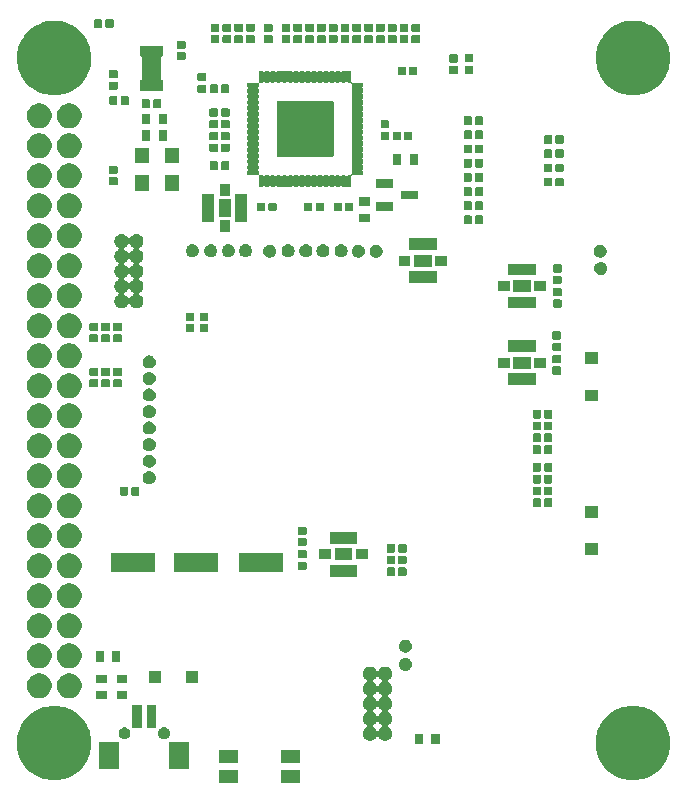
<source format=gbr>
G04 #@! TF.GenerationSoftware,KiCad,Pcbnew,5.1.4+dfsg1-1~bpo9+1*
G04 #@! TF.CreationDate,2019-11-26T17:32:14+01:00*
G04 #@! TF.ProjectId,zglue-demo-board,7a676c75-652d-4646-956d-6f2d626f6172,rev?*
G04 #@! TF.SameCoordinates,Original*
G04 #@! TF.FileFunction,Soldermask,Bot*
G04 #@! TF.FilePolarity,Negative*
%FSLAX46Y46*%
G04 Gerber Fmt 4.6, Leading zero omitted, Abs format (unit mm)*
G04 Created by KiCad (PCBNEW 5.1.4+dfsg1-1~bpo9+1) date 2019-11-26 17:32:14*
%MOMM*%
%LPD*%
G04 APERTURE LIST*
%ADD10C,0.100000*%
G04 APERTURE END LIST*
D10*
G36*
X52121000Y-95651000D02*
G01*
X50469000Y-95651000D01*
X50469000Y-94549000D01*
X52121000Y-94549000D01*
X52121000Y-95651000D01*
X52121000Y-95651000D01*
G37*
G36*
X46871000Y-95651000D02*
G01*
X45219000Y-95651000D01*
X45219000Y-94549000D01*
X46871000Y-94549000D01*
X46871000Y-95651000D01*
X46871000Y-95651000D01*
G37*
G36*
X32007668Y-89178032D02*
G01*
X32219113Y-89220091D01*
X32395408Y-89293115D01*
X32790125Y-89456612D01*
X32792558Y-89457620D01*
X33308645Y-89802459D01*
X33747541Y-90241355D01*
X34084437Y-90745554D01*
X34092381Y-90757444D01*
X34102138Y-90781000D01*
X34302148Y-91263865D01*
X34329909Y-91330888D01*
X34446460Y-91916827D01*
X34451000Y-91939654D01*
X34451000Y-92560346D01*
X34329909Y-93169113D01*
X34092380Y-93742558D01*
X33747541Y-94258645D01*
X33308645Y-94697541D01*
X32792558Y-95042380D01*
X32219113Y-95279909D01*
X32016191Y-95320273D01*
X31610348Y-95401000D01*
X30989652Y-95401000D01*
X30583809Y-95320273D01*
X30380887Y-95279909D01*
X29807442Y-95042380D01*
X29291355Y-94697541D01*
X28852459Y-94258645D01*
X28507620Y-93742558D01*
X28270091Y-93169113D01*
X28149000Y-92560346D01*
X28149000Y-91939654D01*
X28153541Y-91916827D01*
X28270091Y-91330888D01*
X28297853Y-91263865D01*
X28497862Y-90781000D01*
X28507619Y-90757444D01*
X28515564Y-90745554D01*
X28852459Y-90241355D01*
X29291355Y-89802459D01*
X29807442Y-89457620D01*
X29809876Y-89456612D01*
X30204592Y-89293115D01*
X30380887Y-89220091D01*
X30592332Y-89178032D01*
X30989652Y-89099000D01*
X31610348Y-89099000D01*
X32007668Y-89178032D01*
X32007668Y-89178032D01*
G37*
G36*
X81007668Y-89178032D02*
G01*
X81219113Y-89220091D01*
X81395408Y-89293115D01*
X81790125Y-89456612D01*
X81792558Y-89457620D01*
X82308645Y-89802459D01*
X82747541Y-90241355D01*
X83084437Y-90745554D01*
X83092381Y-90757444D01*
X83102138Y-90781000D01*
X83302148Y-91263865D01*
X83329909Y-91330888D01*
X83446460Y-91916827D01*
X83451000Y-91939654D01*
X83451000Y-92560346D01*
X83329909Y-93169113D01*
X83092380Y-93742558D01*
X82747541Y-94258645D01*
X82308645Y-94697541D01*
X81792558Y-95042380D01*
X81219113Y-95279909D01*
X81016191Y-95320273D01*
X80610348Y-95401000D01*
X79989652Y-95401000D01*
X79583809Y-95320273D01*
X79380887Y-95279909D01*
X78807442Y-95042380D01*
X78291355Y-94697541D01*
X77852459Y-94258645D01*
X77507620Y-93742558D01*
X77270091Y-93169113D01*
X77149000Y-92560346D01*
X77149000Y-91939654D01*
X77153541Y-91916827D01*
X77270091Y-91330888D01*
X77297853Y-91263865D01*
X77497862Y-90781000D01*
X77507619Y-90757444D01*
X77515564Y-90745554D01*
X77852459Y-90241355D01*
X78291355Y-89802459D01*
X78807442Y-89457620D01*
X78809876Y-89456612D01*
X79204592Y-89293115D01*
X79380887Y-89220091D01*
X79592332Y-89178032D01*
X79989652Y-89099000D01*
X80610348Y-89099000D01*
X81007668Y-89178032D01*
X81007668Y-89178032D01*
G37*
G36*
X36801000Y-94461000D02*
G01*
X35099000Y-94461000D01*
X35099000Y-92159000D01*
X36801000Y-92159000D01*
X36801000Y-94461000D01*
X36801000Y-94461000D01*
G37*
G36*
X42751000Y-94461000D02*
G01*
X41049000Y-94461000D01*
X41049000Y-92159000D01*
X42751000Y-92159000D01*
X42751000Y-94461000D01*
X42751000Y-94461000D01*
G37*
G36*
X46871000Y-93951000D02*
G01*
X45219000Y-93951000D01*
X45219000Y-92849000D01*
X46871000Y-92849000D01*
X46871000Y-93951000D01*
X46871000Y-93951000D01*
G37*
G36*
X52121000Y-93951000D02*
G01*
X50469000Y-93951000D01*
X50469000Y-92849000D01*
X52121000Y-92849000D01*
X52121000Y-93951000D01*
X52121000Y-93951000D01*
G37*
G36*
X63941000Y-92361000D02*
G01*
X63239000Y-92361000D01*
X63239000Y-91459000D01*
X63941000Y-91459000D01*
X63941000Y-92361000D01*
X63941000Y-92361000D01*
G37*
G36*
X62541000Y-92361000D02*
G01*
X61839000Y-92361000D01*
X61839000Y-91459000D01*
X62541000Y-91459000D01*
X62541000Y-92361000D01*
X62541000Y-92361000D01*
G37*
G36*
X58176601Y-85784397D02*
G01*
X58215305Y-85792096D01*
X58247340Y-85805365D01*
X58324680Y-85837400D01*
X58423115Y-85903173D01*
X58506828Y-85986886D01*
X58571067Y-86083026D01*
X58586613Y-86101968D01*
X58605555Y-86117513D01*
X58627165Y-86129064D01*
X58650614Y-86136177D01*
X58675000Y-86138579D01*
X58699386Y-86136177D01*
X58722835Y-86129064D01*
X58744446Y-86117513D01*
X58763388Y-86101967D01*
X58778933Y-86083026D01*
X58843172Y-85986886D01*
X58926885Y-85903173D01*
X59025320Y-85837400D01*
X59102660Y-85805365D01*
X59134695Y-85792096D01*
X59173399Y-85784397D01*
X59250805Y-85769000D01*
X59369195Y-85769000D01*
X59446601Y-85784397D01*
X59485305Y-85792096D01*
X59517340Y-85805365D01*
X59594680Y-85837400D01*
X59693115Y-85903173D01*
X59776827Y-85986885D01*
X59842600Y-86085320D01*
X59887904Y-86194696D01*
X59911000Y-86310805D01*
X59911000Y-86429195D01*
X59887904Y-86545304D01*
X59842600Y-86654680D01*
X59776827Y-86753115D01*
X59693114Y-86836828D01*
X59596974Y-86901067D01*
X59578032Y-86916613D01*
X59562487Y-86935555D01*
X59550936Y-86957165D01*
X59543823Y-86980614D01*
X59541421Y-87005000D01*
X59543823Y-87029386D01*
X59550936Y-87052835D01*
X59562487Y-87074446D01*
X59578033Y-87093388D01*
X59596974Y-87108933D01*
X59693114Y-87173172D01*
X59776827Y-87256885D01*
X59842600Y-87355320D01*
X59887904Y-87464696D01*
X59911000Y-87580805D01*
X59911000Y-87699195D01*
X59887904Y-87815304D01*
X59842600Y-87924680D01*
X59776827Y-88023115D01*
X59693114Y-88106828D01*
X59596974Y-88171067D01*
X59578032Y-88186613D01*
X59562487Y-88205555D01*
X59550936Y-88227165D01*
X59543823Y-88250614D01*
X59541421Y-88275000D01*
X59543823Y-88299386D01*
X59550936Y-88322835D01*
X59562487Y-88344446D01*
X59578033Y-88363388D01*
X59596974Y-88378933D01*
X59693114Y-88443172D01*
X59776827Y-88526885D01*
X59842600Y-88625320D01*
X59887904Y-88734696D01*
X59911000Y-88850805D01*
X59911000Y-88969195D01*
X59887904Y-89085304D01*
X59842600Y-89194680D01*
X59776827Y-89293115D01*
X59693114Y-89376828D01*
X59596974Y-89441067D01*
X59578032Y-89456613D01*
X59562487Y-89475555D01*
X59550936Y-89497165D01*
X59543823Y-89520614D01*
X59541421Y-89545000D01*
X59543823Y-89569386D01*
X59550936Y-89592835D01*
X59562487Y-89614446D01*
X59578033Y-89633388D01*
X59596974Y-89648933D01*
X59693114Y-89713172D01*
X59776827Y-89796885D01*
X59842600Y-89895320D01*
X59887904Y-90004696D01*
X59911000Y-90120805D01*
X59911000Y-90239195D01*
X59887904Y-90355304D01*
X59842600Y-90464680D01*
X59776827Y-90563115D01*
X59693114Y-90646828D01*
X59596974Y-90711067D01*
X59578032Y-90726613D01*
X59562487Y-90745555D01*
X59550936Y-90767165D01*
X59543823Y-90790614D01*
X59541421Y-90815000D01*
X59543823Y-90839386D01*
X59550936Y-90862835D01*
X59562487Y-90884446D01*
X59578033Y-90903388D01*
X59596974Y-90918933D01*
X59693114Y-90983172D01*
X59776827Y-91066885D01*
X59842600Y-91165320D01*
X59855934Y-91197513D01*
X59883418Y-91263864D01*
X59887904Y-91274696D01*
X59911000Y-91390805D01*
X59911000Y-91509195D01*
X59887904Y-91625304D01*
X59842600Y-91734680D01*
X59776827Y-91833115D01*
X59693115Y-91916827D01*
X59594680Y-91982600D01*
X59517340Y-92014635D01*
X59485305Y-92027904D01*
X59446601Y-92035603D01*
X59369195Y-92051000D01*
X59250805Y-92051000D01*
X59173399Y-92035603D01*
X59134695Y-92027904D01*
X59102660Y-92014635D01*
X59025320Y-91982600D01*
X58926885Y-91916827D01*
X58843172Y-91833114D01*
X58778933Y-91736974D01*
X58763387Y-91718032D01*
X58744445Y-91702487D01*
X58722835Y-91690936D01*
X58699386Y-91683823D01*
X58675000Y-91681421D01*
X58650614Y-91683823D01*
X58627165Y-91690936D01*
X58605554Y-91702487D01*
X58586612Y-91718033D01*
X58571067Y-91736974D01*
X58506828Y-91833114D01*
X58423115Y-91916827D01*
X58324680Y-91982600D01*
X58247340Y-92014635D01*
X58215305Y-92027904D01*
X58176601Y-92035603D01*
X58099195Y-92051000D01*
X57980805Y-92051000D01*
X57903399Y-92035603D01*
X57864695Y-92027904D01*
X57832660Y-92014635D01*
X57755320Y-91982600D01*
X57656885Y-91916827D01*
X57573173Y-91833115D01*
X57507400Y-91734680D01*
X57462096Y-91625304D01*
X57439000Y-91509195D01*
X57439000Y-91390805D01*
X57462096Y-91274696D01*
X57466583Y-91263864D01*
X57494066Y-91197513D01*
X57507400Y-91165320D01*
X57573173Y-91066885D01*
X57656886Y-90983172D01*
X57753026Y-90918933D01*
X57771968Y-90903387D01*
X57787513Y-90884445D01*
X57799064Y-90862835D01*
X57806177Y-90839386D01*
X57808579Y-90815000D01*
X58271421Y-90815000D01*
X58273823Y-90839386D01*
X58280936Y-90862835D01*
X58292487Y-90884446D01*
X58308033Y-90903388D01*
X58326974Y-90918933D01*
X58423114Y-90983172D01*
X58506828Y-91066886D01*
X58571067Y-91163026D01*
X58586613Y-91181968D01*
X58605555Y-91197513D01*
X58627165Y-91209064D01*
X58650614Y-91216177D01*
X58675000Y-91218579D01*
X58699386Y-91216177D01*
X58722835Y-91209064D01*
X58744446Y-91197513D01*
X58763388Y-91181967D01*
X58778933Y-91163026D01*
X58843172Y-91066886D01*
X58926886Y-90983172D01*
X59023026Y-90918933D01*
X59041968Y-90903387D01*
X59057513Y-90884445D01*
X59069064Y-90862835D01*
X59076177Y-90839386D01*
X59078579Y-90815000D01*
X59076177Y-90790614D01*
X59069064Y-90767165D01*
X59057513Y-90745554D01*
X59041967Y-90726612D01*
X59023026Y-90711067D01*
X58926886Y-90646828D01*
X58843172Y-90563114D01*
X58778933Y-90466974D01*
X58763387Y-90448032D01*
X58744445Y-90432487D01*
X58722835Y-90420936D01*
X58699386Y-90413823D01*
X58675000Y-90411421D01*
X58650614Y-90413823D01*
X58627165Y-90420936D01*
X58605554Y-90432487D01*
X58586612Y-90448033D01*
X58571067Y-90466974D01*
X58506828Y-90563114D01*
X58423114Y-90646828D01*
X58326974Y-90711067D01*
X58308032Y-90726613D01*
X58292487Y-90745555D01*
X58280936Y-90767165D01*
X58273823Y-90790614D01*
X58271421Y-90815000D01*
X57808579Y-90815000D01*
X57806177Y-90790614D01*
X57799064Y-90767165D01*
X57787513Y-90745554D01*
X57771967Y-90726612D01*
X57753026Y-90711067D01*
X57656886Y-90646828D01*
X57573173Y-90563115D01*
X57507400Y-90464680D01*
X57462096Y-90355304D01*
X57439000Y-90239195D01*
X57439000Y-90120805D01*
X57462096Y-90004696D01*
X57507400Y-89895320D01*
X57573173Y-89796885D01*
X57656886Y-89713172D01*
X57753026Y-89648933D01*
X57771968Y-89633387D01*
X57787513Y-89614445D01*
X57799064Y-89592835D01*
X57806177Y-89569386D01*
X57808579Y-89545000D01*
X58271421Y-89545000D01*
X58273823Y-89569386D01*
X58280936Y-89592835D01*
X58292487Y-89614446D01*
X58308033Y-89633388D01*
X58326974Y-89648933D01*
X58423114Y-89713172D01*
X58506828Y-89796886D01*
X58571067Y-89893026D01*
X58586613Y-89911968D01*
X58605555Y-89927513D01*
X58627165Y-89939064D01*
X58650614Y-89946177D01*
X58675000Y-89948579D01*
X58699386Y-89946177D01*
X58722835Y-89939064D01*
X58744446Y-89927513D01*
X58763388Y-89911967D01*
X58778933Y-89893026D01*
X58843172Y-89796886D01*
X58926886Y-89713172D01*
X59023026Y-89648933D01*
X59041968Y-89633387D01*
X59057513Y-89614445D01*
X59069064Y-89592835D01*
X59076177Y-89569386D01*
X59078579Y-89545000D01*
X59076177Y-89520614D01*
X59069064Y-89497165D01*
X59057513Y-89475554D01*
X59041967Y-89456612D01*
X59023026Y-89441067D01*
X58926886Y-89376828D01*
X58843172Y-89293114D01*
X58778933Y-89196974D01*
X58763387Y-89178032D01*
X58744445Y-89162487D01*
X58722835Y-89150936D01*
X58699386Y-89143823D01*
X58675000Y-89141421D01*
X58650614Y-89143823D01*
X58627165Y-89150936D01*
X58605554Y-89162487D01*
X58586612Y-89178033D01*
X58571067Y-89196974D01*
X58506828Y-89293114D01*
X58423114Y-89376828D01*
X58326974Y-89441067D01*
X58308032Y-89456613D01*
X58292487Y-89475555D01*
X58280936Y-89497165D01*
X58273823Y-89520614D01*
X58271421Y-89545000D01*
X57808579Y-89545000D01*
X57806177Y-89520614D01*
X57799064Y-89497165D01*
X57787513Y-89475554D01*
X57771967Y-89456612D01*
X57753026Y-89441067D01*
X57656886Y-89376828D01*
X57573173Y-89293115D01*
X57507400Y-89194680D01*
X57462096Y-89085304D01*
X57439000Y-88969195D01*
X57439000Y-88850805D01*
X57462096Y-88734696D01*
X57507400Y-88625320D01*
X57573173Y-88526885D01*
X57656886Y-88443172D01*
X57753026Y-88378933D01*
X57771968Y-88363387D01*
X57787513Y-88344445D01*
X57799064Y-88322835D01*
X57806177Y-88299386D01*
X57808579Y-88275000D01*
X58271421Y-88275000D01*
X58273823Y-88299386D01*
X58280936Y-88322835D01*
X58292487Y-88344446D01*
X58308033Y-88363388D01*
X58326974Y-88378933D01*
X58423114Y-88443172D01*
X58506828Y-88526886D01*
X58571067Y-88623026D01*
X58586613Y-88641968D01*
X58605555Y-88657513D01*
X58627165Y-88669064D01*
X58650614Y-88676177D01*
X58675000Y-88678579D01*
X58699386Y-88676177D01*
X58722835Y-88669064D01*
X58744446Y-88657513D01*
X58763388Y-88641967D01*
X58778933Y-88623026D01*
X58843172Y-88526886D01*
X58926886Y-88443172D01*
X59023026Y-88378933D01*
X59041968Y-88363387D01*
X59057513Y-88344445D01*
X59069064Y-88322835D01*
X59076177Y-88299386D01*
X59078579Y-88275000D01*
X59076177Y-88250614D01*
X59069064Y-88227165D01*
X59057513Y-88205554D01*
X59041967Y-88186612D01*
X59023026Y-88171067D01*
X58926886Y-88106828D01*
X58843172Y-88023114D01*
X58778933Y-87926974D01*
X58763387Y-87908032D01*
X58744445Y-87892487D01*
X58722835Y-87880936D01*
X58699386Y-87873823D01*
X58675000Y-87871421D01*
X58650614Y-87873823D01*
X58627165Y-87880936D01*
X58605554Y-87892487D01*
X58586612Y-87908033D01*
X58571067Y-87926974D01*
X58506828Y-88023114D01*
X58423114Y-88106828D01*
X58326974Y-88171067D01*
X58308032Y-88186613D01*
X58292487Y-88205555D01*
X58280936Y-88227165D01*
X58273823Y-88250614D01*
X58271421Y-88275000D01*
X57808579Y-88275000D01*
X57806177Y-88250614D01*
X57799064Y-88227165D01*
X57787513Y-88205554D01*
X57771967Y-88186612D01*
X57753026Y-88171067D01*
X57656886Y-88106828D01*
X57573173Y-88023115D01*
X57507400Y-87924680D01*
X57462096Y-87815304D01*
X57439000Y-87699195D01*
X57439000Y-87580805D01*
X57462096Y-87464696D01*
X57507400Y-87355320D01*
X57573173Y-87256885D01*
X57656886Y-87173172D01*
X57753026Y-87108933D01*
X57771968Y-87093387D01*
X57787513Y-87074445D01*
X57799064Y-87052835D01*
X57806177Y-87029386D01*
X57808579Y-87005000D01*
X58271421Y-87005000D01*
X58273823Y-87029386D01*
X58280936Y-87052835D01*
X58292487Y-87074446D01*
X58308033Y-87093388D01*
X58326974Y-87108933D01*
X58423114Y-87173172D01*
X58506828Y-87256886D01*
X58571067Y-87353026D01*
X58586613Y-87371968D01*
X58605555Y-87387513D01*
X58627165Y-87399064D01*
X58650614Y-87406177D01*
X58675000Y-87408579D01*
X58699386Y-87406177D01*
X58722835Y-87399064D01*
X58744446Y-87387513D01*
X58763388Y-87371967D01*
X58778933Y-87353026D01*
X58843172Y-87256886D01*
X58926886Y-87173172D01*
X59023026Y-87108933D01*
X59041968Y-87093387D01*
X59057513Y-87074445D01*
X59069064Y-87052835D01*
X59076177Y-87029386D01*
X59078579Y-87005000D01*
X59076177Y-86980614D01*
X59069064Y-86957165D01*
X59057513Y-86935554D01*
X59041967Y-86916612D01*
X59023026Y-86901067D01*
X58926886Y-86836828D01*
X58843172Y-86753114D01*
X58778933Y-86656974D01*
X58763387Y-86638032D01*
X58744445Y-86622487D01*
X58722835Y-86610936D01*
X58699386Y-86603823D01*
X58675000Y-86601421D01*
X58650614Y-86603823D01*
X58627165Y-86610936D01*
X58605554Y-86622487D01*
X58586612Y-86638033D01*
X58571067Y-86656974D01*
X58506828Y-86753114D01*
X58423114Y-86836828D01*
X58326974Y-86901067D01*
X58308032Y-86916613D01*
X58292487Y-86935555D01*
X58280936Y-86957165D01*
X58273823Y-86980614D01*
X58271421Y-87005000D01*
X57808579Y-87005000D01*
X57806177Y-86980614D01*
X57799064Y-86957165D01*
X57787513Y-86935554D01*
X57771967Y-86916612D01*
X57753026Y-86901067D01*
X57656886Y-86836828D01*
X57573173Y-86753115D01*
X57507400Y-86654680D01*
X57462096Y-86545304D01*
X57439000Y-86429195D01*
X57439000Y-86310805D01*
X57462096Y-86194696D01*
X57507400Y-86085320D01*
X57573173Y-85986885D01*
X57656885Y-85903173D01*
X57755320Y-85837400D01*
X57832660Y-85805365D01*
X57864695Y-85792096D01*
X57903399Y-85784397D01*
X57980805Y-85769000D01*
X58099195Y-85769000D01*
X58176601Y-85784397D01*
X58176601Y-85784397D01*
G37*
G36*
X40691579Y-90917401D02*
G01*
X40746136Y-90928253D01*
X40783902Y-90943896D01*
X40837311Y-90966019D01*
X40837312Y-90966020D01*
X40919369Y-91020848D01*
X40989152Y-91090631D01*
X40989153Y-91090633D01*
X41043981Y-91172689D01*
X41047824Y-91181967D01*
X41081747Y-91263864D01*
X41091374Y-91312260D01*
X41101000Y-91360655D01*
X41101000Y-91459345D01*
X41081747Y-91556135D01*
X41043981Y-91647311D01*
X41043980Y-91647312D01*
X40989152Y-91729369D01*
X40919369Y-91799152D01*
X40878062Y-91826752D01*
X40837311Y-91853981D01*
X40783902Y-91876104D01*
X40746136Y-91891747D01*
X40697740Y-91901374D01*
X40649345Y-91911000D01*
X40550655Y-91911000D01*
X40502260Y-91901374D01*
X40453864Y-91891747D01*
X40416098Y-91876104D01*
X40362689Y-91853981D01*
X40321938Y-91826752D01*
X40280631Y-91799152D01*
X40210848Y-91729369D01*
X40156020Y-91647312D01*
X40156019Y-91647311D01*
X40118253Y-91556135D01*
X40099000Y-91459345D01*
X40099000Y-91360655D01*
X40108626Y-91312260D01*
X40118253Y-91263864D01*
X40152176Y-91181967D01*
X40156019Y-91172689D01*
X40167541Y-91155445D01*
X40172822Y-91145565D01*
X40179932Y-91136901D01*
X40210847Y-91090633D01*
X40210848Y-91090631D01*
X40280631Y-91020848D01*
X40362688Y-90966020D01*
X40362689Y-90966019D01*
X40416098Y-90943896D01*
X40453864Y-90928253D01*
X40508421Y-90917401D01*
X40550655Y-90909000D01*
X40649345Y-90909000D01*
X40691579Y-90917401D01*
X40691579Y-90917401D01*
G37*
G36*
X37341579Y-90917401D02*
G01*
X37396136Y-90928253D01*
X37433902Y-90943896D01*
X37487311Y-90966019D01*
X37487312Y-90966020D01*
X37569369Y-91020848D01*
X37639152Y-91090631D01*
X37639153Y-91090633D01*
X37670068Y-91136901D01*
X37677178Y-91145565D01*
X37682459Y-91155445D01*
X37693981Y-91172689D01*
X37697824Y-91181967D01*
X37731747Y-91263864D01*
X37741374Y-91312260D01*
X37751000Y-91360655D01*
X37751000Y-91459345D01*
X37731747Y-91556135D01*
X37693981Y-91647311D01*
X37693980Y-91647312D01*
X37639152Y-91729369D01*
X37569369Y-91799152D01*
X37528062Y-91826752D01*
X37487311Y-91853981D01*
X37433902Y-91876104D01*
X37396136Y-91891747D01*
X37347740Y-91901374D01*
X37299345Y-91911000D01*
X37200655Y-91911000D01*
X37152260Y-91901374D01*
X37103864Y-91891747D01*
X37066098Y-91876104D01*
X37012689Y-91853981D01*
X36971938Y-91826752D01*
X36930631Y-91799152D01*
X36860848Y-91729369D01*
X36806020Y-91647312D01*
X36806019Y-91647311D01*
X36768253Y-91556135D01*
X36749000Y-91459345D01*
X36749000Y-91360655D01*
X36758626Y-91312260D01*
X36768253Y-91263864D01*
X36802176Y-91181967D01*
X36806019Y-91172689D01*
X36860847Y-91090633D01*
X36860848Y-91090631D01*
X36930631Y-91020848D01*
X37012688Y-90966020D01*
X37012689Y-90966019D01*
X37066098Y-90943896D01*
X37103864Y-90928253D01*
X37158421Y-90917401D01*
X37200655Y-90909000D01*
X37299345Y-90909000D01*
X37341579Y-90917401D01*
X37341579Y-90917401D01*
G37*
G36*
X39951000Y-90961000D02*
G01*
X39149000Y-90961000D01*
X39149000Y-89059000D01*
X39951000Y-89059000D01*
X39951000Y-90961000D01*
X39951000Y-90961000D01*
G37*
G36*
X38701000Y-90961000D02*
G01*
X37899000Y-90961000D01*
X37899000Y-89059000D01*
X38701000Y-89059000D01*
X38701000Y-90961000D01*
X38701000Y-90961000D01*
G37*
G36*
X37501000Y-88551000D02*
G01*
X36599000Y-88551000D01*
X36599000Y-87849000D01*
X37501000Y-87849000D01*
X37501000Y-88551000D01*
X37501000Y-88551000D01*
G37*
G36*
X35776000Y-88551000D02*
G01*
X34874000Y-88551000D01*
X34874000Y-87849000D01*
X35776000Y-87849000D01*
X35776000Y-88551000D01*
X35776000Y-88551000D01*
G37*
G36*
X30336564Y-86369389D02*
G01*
X30527833Y-86448615D01*
X30527835Y-86448616D01*
X30672539Y-86545304D01*
X30699973Y-86563635D01*
X30846365Y-86710027D01*
X30961385Y-86882167D01*
X31040611Y-87073436D01*
X31081000Y-87276484D01*
X31081000Y-87483516D01*
X31040611Y-87686564D01*
X31035379Y-87699195D01*
X30961384Y-87877835D01*
X30846365Y-88049973D01*
X30699973Y-88196365D01*
X30527835Y-88311384D01*
X30527834Y-88311385D01*
X30527833Y-88311385D01*
X30336564Y-88390611D01*
X30133516Y-88431000D01*
X29926484Y-88431000D01*
X29723436Y-88390611D01*
X29532167Y-88311385D01*
X29532166Y-88311385D01*
X29532165Y-88311384D01*
X29360027Y-88196365D01*
X29213635Y-88049973D01*
X29098616Y-87877835D01*
X29024621Y-87699195D01*
X29019389Y-87686564D01*
X28979000Y-87483516D01*
X28979000Y-87276484D01*
X29019389Y-87073436D01*
X29098615Y-86882167D01*
X29213635Y-86710027D01*
X29360027Y-86563635D01*
X29387461Y-86545304D01*
X29532165Y-86448616D01*
X29532167Y-86448615D01*
X29723436Y-86369389D01*
X29926484Y-86329000D01*
X30133516Y-86329000D01*
X30336564Y-86369389D01*
X30336564Y-86369389D01*
G37*
G36*
X32876564Y-86369389D02*
G01*
X33067833Y-86448615D01*
X33067835Y-86448616D01*
X33212539Y-86545304D01*
X33239973Y-86563635D01*
X33386365Y-86710027D01*
X33501385Y-86882167D01*
X33580611Y-87073436D01*
X33621000Y-87276484D01*
X33621000Y-87483516D01*
X33580611Y-87686564D01*
X33575379Y-87699195D01*
X33501384Y-87877835D01*
X33386365Y-88049973D01*
X33239973Y-88196365D01*
X33067835Y-88311384D01*
X33067834Y-88311385D01*
X33067833Y-88311385D01*
X32876564Y-88390611D01*
X32673516Y-88431000D01*
X32466484Y-88431000D01*
X32263436Y-88390611D01*
X32072167Y-88311385D01*
X32072166Y-88311385D01*
X32072165Y-88311384D01*
X31900027Y-88196365D01*
X31753635Y-88049973D01*
X31638616Y-87877835D01*
X31564621Y-87699195D01*
X31559389Y-87686564D01*
X31519000Y-87483516D01*
X31519000Y-87276484D01*
X31559389Y-87073436D01*
X31638615Y-86882167D01*
X31753635Y-86710027D01*
X31900027Y-86563635D01*
X31927461Y-86545304D01*
X32072165Y-86448616D01*
X32072167Y-86448615D01*
X32263436Y-86369389D01*
X32466484Y-86329000D01*
X32673516Y-86329000D01*
X32876564Y-86369389D01*
X32876564Y-86369389D01*
G37*
G36*
X43496000Y-87176000D02*
G01*
X42494000Y-87176000D01*
X42494000Y-86124000D01*
X43496000Y-86124000D01*
X43496000Y-87176000D01*
X43496000Y-87176000D01*
G37*
G36*
X40346000Y-87176000D02*
G01*
X39344000Y-87176000D01*
X39344000Y-86124000D01*
X40346000Y-86124000D01*
X40346000Y-87176000D01*
X40346000Y-87176000D01*
G37*
G36*
X37501000Y-87151000D02*
G01*
X36599000Y-87151000D01*
X36599000Y-86449000D01*
X37501000Y-86449000D01*
X37501000Y-87151000D01*
X37501000Y-87151000D01*
G37*
G36*
X35776000Y-87151000D02*
G01*
X34874000Y-87151000D01*
X34874000Y-86449000D01*
X35776000Y-86449000D01*
X35776000Y-87151000D01*
X35776000Y-87151000D01*
G37*
G36*
X61200721Y-85050174D02*
G01*
X61300995Y-85091709D01*
X61300996Y-85091710D01*
X61391242Y-85152010D01*
X61467990Y-85228758D01*
X61467991Y-85228760D01*
X61528291Y-85319005D01*
X61569826Y-85419279D01*
X61591000Y-85525730D01*
X61591000Y-85634270D01*
X61569826Y-85740721D01*
X61528291Y-85840995D01*
X61528290Y-85840996D01*
X61467990Y-85931242D01*
X61391242Y-86007990D01*
X61345812Y-86038345D01*
X61300995Y-86068291D01*
X61200721Y-86109826D01*
X61094270Y-86131000D01*
X60985730Y-86131000D01*
X60879279Y-86109826D01*
X60779005Y-86068291D01*
X60734188Y-86038345D01*
X60688758Y-86007990D01*
X60612010Y-85931242D01*
X60551710Y-85840996D01*
X60551709Y-85840995D01*
X60510174Y-85740721D01*
X60489000Y-85634270D01*
X60489000Y-85525730D01*
X60510174Y-85419279D01*
X60551709Y-85319005D01*
X60612009Y-85228760D01*
X60612010Y-85228758D01*
X60688758Y-85152010D01*
X60779004Y-85091710D01*
X60779005Y-85091709D01*
X60879279Y-85050174D01*
X60985730Y-85029000D01*
X61094270Y-85029000D01*
X61200721Y-85050174D01*
X61200721Y-85050174D01*
G37*
G36*
X32876564Y-83829389D02*
G01*
X33067833Y-83908615D01*
X33067835Y-83908616D01*
X33169475Y-83976530D01*
X33239973Y-84023635D01*
X33386365Y-84170027D01*
X33501385Y-84342167D01*
X33580611Y-84533436D01*
X33621000Y-84736484D01*
X33621000Y-84943516D01*
X33580611Y-85146564D01*
X33578355Y-85152010D01*
X33501384Y-85337835D01*
X33386365Y-85509973D01*
X33239973Y-85656365D01*
X33067835Y-85771384D01*
X33067834Y-85771385D01*
X33067833Y-85771385D01*
X32876564Y-85850611D01*
X32673516Y-85891000D01*
X32466484Y-85891000D01*
X32263436Y-85850611D01*
X32072167Y-85771385D01*
X32072166Y-85771385D01*
X32072165Y-85771384D01*
X31900027Y-85656365D01*
X31753635Y-85509973D01*
X31638616Y-85337835D01*
X31561645Y-85152010D01*
X31559389Y-85146564D01*
X31519000Y-84943516D01*
X31519000Y-84736484D01*
X31559389Y-84533436D01*
X31638615Y-84342167D01*
X31753635Y-84170027D01*
X31900027Y-84023635D01*
X31970525Y-83976530D01*
X32072165Y-83908616D01*
X32072167Y-83908615D01*
X32263436Y-83829389D01*
X32466484Y-83789000D01*
X32673516Y-83789000D01*
X32876564Y-83829389D01*
X32876564Y-83829389D01*
G37*
G36*
X30336564Y-83829389D02*
G01*
X30527833Y-83908615D01*
X30527835Y-83908616D01*
X30629475Y-83976530D01*
X30699973Y-84023635D01*
X30846365Y-84170027D01*
X30961385Y-84342167D01*
X31040611Y-84533436D01*
X31081000Y-84736484D01*
X31081000Y-84943516D01*
X31040611Y-85146564D01*
X31038355Y-85152010D01*
X30961384Y-85337835D01*
X30846365Y-85509973D01*
X30699973Y-85656365D01*
X30527835Y-85771384D01*
X30527834Y-85771385D01*
X30527833Y-85771385D01*
X30336564Y-85850611D01*
X30133516Y-85891000D01*
X29926484Y-85891000D01*
X29723436Y-85850611D01*
X29532167Y-85771385D01*
X29532166Y-85771385D01*
X29532165Y-85771384D01*
X29360027Y-85656365D01*
X29213635Y-85509973D01*
X29098616Y-85337835D01*
X29021645Y-85152010D01*
X29019389Y-85146564D01*
X28979000Y-84943516D01*
X28979000Y-84736484D01*
X29019389Y-84533436D01*
X29098615Y-84342167D01*
X29213635Y-84170027D01*
X29360027Y-84023635D01*
X29430525Y-83976530D01*
X29532165Y-83908616D01*
X29532167Y-83908615D01*
X29723436Y-83829389D01*
X29926484Y-83789000D01*
X30133516Y-83789000D01*
X30336564Y-83829389D01*
X30336564Y-83829389D01*
G37*
G36*
X35501000Y-85351000D02*
G01*
X34799000Y-85351000D01*
X34799000Y-84449000D01*
X35501000Y-84449000D01*
X35501000Y-85351000D01*
X35501000Y-85351000D01*
G37*
G36*
X36901000Y-85351000D02*
G01*
X36199000Y-85351000D01*
X36199000Y-84449000D01*
X36901000Y-84449000D01*
X36901000Y-85351000D01*
X36901000Y-85351000D01*
G37*
G36*
X61200721Y-83500974D02*
G01*
X61300995Y-83542509D01*
X61300996Y-83542510D01*
X61391242Y-83602810D01*
X61467990Y-83679558D01*
X61467991Y-83679560D01*
X61528291Y-83769805D01*
X61569826Y-83870079D01*
X61591000Y-83976530D01*
X61591000Y-84085070D01*
X61569826Y-84191521D01*
X61528291Y-84291795D01*
X61528290Y-84291796D01*
X61467990Y-84382042D01*
X61391242Y-84458790D01*
X61345812Y-84489145D01*
X61300995Y-84519091D01*
X61200721Y-84560626D01*
X61094270Y-84581800D01*
X60985730Y-84581800D01*
X60879279Y-84560626D01*
X60779005Y-84519091D01*
X60734188Y-84489145D01*
X60688758Y-84458790D01*
X60612010Y-84382042D01*
X60551710Y-84291796D01*
X60551709Y-84291795D01*
X60510174Y-84191521D01*
X60489000Y-84085070D01*
X60489000Y-83976530D01*
X60510174Y-83870079D01*
X60551709Y-83769805D01*
X60612009Y-83679560D01*
X60612010Y-83679558D01*
X60688758Y-83602810D01*
X60779004Y-83542510D01*
X60779005Y-83542509D01*
X60879279Y-83500974D01*
X60985730Y-83479800D01*
X61094270Y-83479800D01*
X61200721Y-83500974D01*
X61200721Y-83500974D01*
G37*
G36*
X32876564Y-81289389D02*
G01*
X33067833Y-81368615D01*
X33067835Y-81368616D01*
X33239973Y-81483635D01*
X33386365Y-81630027D01*
X33501385Y-81802167D01*
X33580611Y-81993436D01*
X33621000Y-82196484D01*
X33621000Y-82403516D01*
X33580611Y-82606564D01*
X33501385Y-82797833D01*
X33501384Y-82797835D01*
X33386365Y-82969973D01*
X33239973Y-83116365D01*
X33067835Y-83231384D01*
X33067834Y-83231385D01*
X33067833Y-83231385D01*
X32876564Y-83310611D01*
X32673516Y-83351000D01*
X32466484Y-83351000D01*
X32263436Y-83310611D01*
X32072167Y-83231385D01*
X32072166Y-83231385D01*
X32072165Y-83231384D01*
X31900027Y-83116365D01*
X31753635Y-82969973D01*
X31638616Y-82797835D01*
X31638615Y-82797833D01*
X31559389Y-82606564D01*
X31519000Y-82403516D01*
X31519000Y-82196484D01*
X31559389Y-81993436D01*
X31638615Y-81802167D01*
X31753635Y-81630027D01*
X31900027Y-81483635D01*
X32072165Y-81368616D01*
X32072167Y-81368615D01*
X32263436Y-81289389D01*
X32466484Y-81249000D01*
X32673516Y-81249000D01*
X32876564Y-81289389D01*
X32876564Y-81289389D01*
G37*
G36*
X30336564Y-81289389D02*
G01*
X30527833Y-81368615D01*
X30527835Y-81368616D01*
X30699973Y-81483635D01*
X30846365Y-81630027D01*
X30961385Y-81802167D01*
X31040611Y-81993436D01*
X31081000Y-82196484D01*
X31081000Y-82403516D01*
X31040611Y-82606564D01*
X30961385Y-82797833D01*
X30961384Y-82797835D01*
X30846365Y-82969973D01*
X30699973Y-83116365D01*
X30527835Y-83231384D01*
X30527834Y-83231385D01*
X30527833Y-83231385D01*
X30336564Y-83310611D01*
X30133516Y-83351000D01*
X29926484Y-83351000D01*
X29723436Y-83310611D01*
X29532167Y-83231385D01*
X29532166Y-83231385D01*
X29532165Y-83231384D01*
X29360027Y-83116365D01*
X29213635Y-82969973D01*
X29098616Y-82797835D01*
X29098615Y-82797833D01*
X29019389Y-82606564D01*
X28979000Y-82403516D01*
X28979000Y-82196484D01*
X29019389Y-81993436D01*
X29098615Y-81802167D01*
X29213635Y-81630027D01*
X29360027Y-81483635D01*
X29532165Y-81368616D01*
X29532167Y-81368615D01*
X29723436Y-81289389D01*
X29926484Y-81249000D01*
X30133516Y-81249000D01*
X30336564Y-81289389D01*
X30336564Y-81289389D01*
G37*
G36*
X30336564Y-78749389D02*
G01*
X30527833Y-78828615D01*
X30527835Y-78828616D01*
X30699973Y-78943635D01*
X30846365Y-79090027D01*
X30961385Y-79262167D01*
X31040611Y-79453436D01*
X31081000Y-79656484D01*
X31081000Y-79863516D01*
X31040611Y-80066564D01*
X30961385Y-80257833D01*
X30961384Y-80257835D01*
X30846365Y-80429973D01*
X30699973Y-80576365D01*
X30527835Y-80691384D01*
X30527834Y-80691385D01*
X30527833Y-80691385D01*
X30336564Y-80770611D01*
X30133516Y-80811000D01*
X29926484Y-80811000D01*
X29723436Y-80770611D01*
X29532167Y-80691385D01*
X29532166Y-80691385D01*
X29532165Y-80691384D01*
X29360027Y-80576365D01*
X29213635Y-80429973D01*
X29098616Y-80257835D01*
X29098615Y-80257833D01*
X29019389Y-80066564D01*
X28979000Y-79863516D01*
X28979000Y-79656484D01*
X29019389Y-79453436D01*
X29098615Y-79262167D01*
X29213635Y-79090027D01*
X29360027Y-78943635D01*
X29532165Y-78828616D01*
X29532167Y-78828615D01*
X29723436Y-78749389D01*
X29926484Y-78709000D01*
X30133516Y-78709000D01*
X30336564Y-78749389D01*
X30336564Y-78749389D01*
G37*
G36*
X32876564Y-78749389D02*
G01*
X33067833Y-78828615D01*
X33067835Y-78828616D01*
X33239973Y-78943635D01*
X33386365Y-79090027D01*
X33501385Y-79262167D01*
X33580611Y-79453436D01*
X33621000Y-79656484D01*
X33621000Y-79863516D01*
X33580611Y-80066564D01*
X33501385Y-80257833D01*
X33501384Y-80257835D01*
X33386365Y-80429973D01*
X33239973Y-80576365D01*
X33067835Y-80691384D01*
X33067834Y-80691385D01*
X33067833Y-80691385D01*
X32876564Y-80770611D01*
X32673516Y-80811000D01*
X32466484Y-80811000D01*
X32263436Y-80770611D01*
X32072167Y-80691385D01*
X32072166Y-80691385D01*
X32072165Y-80691384D01*
X31900027Y-80576365D01*
X31753635Y-80429973D01*
X31638616Y-80257835D01*
X31638615Y-80257833D01*
X31559389Y-80066564D01*
X31519000Y-79863516D01*
X31519000Y-79656484D01*
X31559389Y-79453436D01*
X31638615Y-79262167D01*
X31753635Y-79090027D01*
X31900027Y-78943635D01*
X32072165Y-78828616D01*
X32072167Y-78828615D01*
X32263436Y-78749389D01*
X32466484Y-78709000D01*
X32673516Y-78709000D01*
X32876564Y-78749389D01*
X32876564Y-78749389D01*
G37*
G36*
X30336564Y-76209389D02*
G01*
X30527833Y-76288615D01*
X30527835Y-76288616D01*
X30699973Y-76403635D01*
X30846365Y-76550027D01*
X30927197Y-76671000D01*
X30961385Y-76722167D01*
X31040611Y-76913436D01*
X31081000Y-77116484D01*
X31081000Y-77323516D01*
X31040611Y-77526564D01*
X30961385Y-77717833D01*
X30961384Y-77717835D01*
X30846365Y-77889973D01*
X30699973Y-78036365D01*
X30527835Y-78151384D01*
X30527834Y-78151385D01*
X30527833Y-78151385D01*
X30336564Y-78230611D01*
X30133516Y-78271000D01*
X29926484Y-78271000D01*
X29723436Y-78230611D01*
X29532167Y-78151385D01*
X29532166Y-78151385D01*
X29532165Y-78151384D01*
X29360027Y-78036365D01*
X29213635Y-77889973D01*
X29098616Y-77717835D01*
X29098615Y-77717833D01*
X29019389Y-77526564D01*
X28979000Y-77323516D01*
X28979000Y-77116484D01*
X29019389Y-76913436D01*
X29098615Y-76722167D01*
X29132804Y-76671000D01*
X29213635Y-76550027D01*
X29360027Y-76403635D01*
X29532165Y-76288616D01*
X29532167Y-76288615D01*
X29723436Y-76209389D01*
X29926484Y-76169000D01*
X30133516Y-76169000D01*
X30336564Y-76209389D01*
X30336564Y-76209389D01*
G37*
G36*
X32876564Y-76209389D02*
G01*
X33067833Y-76288615D01*
X33067835Y-76288616D01*
X33239973Y-76403635D01*
X33386365Y-76550027D01*
X33467197Y-76671000D01*
X33501385Y-76722167D01*
X33580611Y-76913436D01*
X33621000Y-77116484D01*
X33621000Y-77323516D01*
X33580611Y-77526564D01*
X33501385Y-77717833D01*
X33501384Y-77717835D01*
X33386365Y-77889973D01*
X33239973Y-78036365D01*
X33067835Y-78151384D01*
X33067834Y-78151385D01*
X33067833Y-78151385D01*
X32876564Y-78230611D01*
X32673516Y-78271000D01*
X32466484Y-78271000D01*
X32263436Y-78230611D01*
X32072167Y-78151385D01*
X32072166Y-78151385D01*
X32072165Y-78151384D01*
X31900027Y-78036365D01*
X31753635Y-77889973D01*
X31638616Y-77717835D01*
X31638615Y-77717833D01*
X31559389Y-77526564D01*
X31519000Y-77323516D01*
X31519000Y-77116484D01*
X31559389Y-76913436D01*
X31638615Y-76722167D01*
X31672804Y-76671000D01*
X31753635Y-76550027D01*
X31900027Y-76403635D01*
X32072165Y-76288616D01*
X32072167Y-76288615D01*
X32263436Y-76209389D01*
X32466484Y-76169000D01*
X32673516Y-76169000D01*
X32876564Y-76209389D01*
X32876564Y-76209389D01*
G37*
G36*
X56971000Y-78151000D02*
G01*
X54629000Y-78151000D01*
X54629000Y-77149000D01*
X56971000Y-77149000D01*
X56971000Y-78151000D01*
X56971000Y-78151000D01*
G37*
G36*
X60071938Y-77381716D02*
G01*
X60092557Y-77387971D01*
X60111553Y-77398124D01*
X60128208Y-77411792D01*
X60141876Y-77428447D01*
X60152029Y-77447443D01*
X60158284Y-77468062D01*
X60161000Y-77495640D01*
X60161000Y-78004360D01*
X60158284Y-78031938D01*
X60152029Y-78052557D01*
X60141876Y-78071553D01*
X60128208Y-78088208D01*
X60111553Y-78101876D01*
X60092557Y-78112029D01*
X60071938Y-78118284D01*
X60044360Y-78121000D01*
X59585640Y-78121000D01*
X59558062Y-78118284D01*
X59537443Y-78112029D01*
X59518447Y-78101876D01*
X59501792Y-78088208D01*
X59488124Y-78071553D01*
X59477971Y-78052557D01*
X59471716Y-78031938D01*
X59469000Y-78004360D01*
X59469000Y-77495640D01*
X59471716Y-77468062D01*
X59477971Y-77447443D01*
X59488124Y-77428447D01*
X59501792Y-77411792D01*
X59518447Y-77398124D01*
X59537443Y-77387971D01*
X59558062Y-77381716D01*
X59585640Y-77379000D01*
X60044360Y-77379000D01*
X60071938Y-77381716D01*
X60071938Y-77381716D01*
G37*
G36*
X61041938Y-77381716D02*
G01*
X61062557Y-77387971D01*
X61081553Y-77398124D01*
X61098208Y-77411792D01*
X61111876Y-77428447D01*
X61122029Y-77447443D01*
X61128284Y-77468062D01*
X61131000Y-77495640D01*
X61131000Y-78004360D01*
X61128284Y-78031938D01*
X61122029Y-78052557D01*
X61111876Y-78071553D01*
X61098208Y-78088208D01*
X61081553Y-78101876D01*
X61062557Y-78112029D01*
X61041938Y-78118284D01*
X61014360Y-78121000D01*
X60555640Y-78121000D01*
X60528062Y-78118284D01*
X60507443Y-78112029D01*
X60488447Y-78101876D01*
X60471792Y-78088208D01*
X60458124Y-78071553D01*
X60447971Y-78052557D01*
X60441716Y-78031938D01*
X60439000Y-78004360D01*
X60439000Y-77495640D01*
X60441716Y-77468062D01*
X60447971Y-77447443D01*
X60458124Y-77428447D01*
X60471792Y-77411792D01*
X60488447Y-77398124D01*
X60507443Y-77387971D01*
X60528062Y-77381716D01*
X60555640Y-77379000D01*
X61014360Y-77379000D01*
X61041938Y-77381716D01*
X61041938Y-77381716D01*
G37*
G36*
X39851000Y-77751000D02*
G01*
X36149000Y-77751000D01*
X36149000Y-76149000D01*
X39851000Y-76149000D01*
X39851000Y-77751000D01*
X39851000Y-77751000D01*
G37*
G36*
X50651000Y-77751000D02*
G01*
X46949000Y-77751000D01*
X46949000Y-76149000D01*
X50651000Y-76149000D01*
X50651000Y-77751000D01*
X50651000Y-77751000D01*
G37*
G36*
X45151000Y-77751000D02*
G01*
X41449000Y-77751000D01*
X41449000Y-76149000D01*
X45151000Y-76149000D01*
X45151000Y-77751000D01*
X45151000Y-77751000D01*
G37*
G36*
X52581938Y-76891716D02*
G01*
X52602557Y-76897971D01*
X52621553Y-76908124D01*
X52638208Y-76921792D01*
X52651876Y-76938447D01*
X52662029Y-76957443D01*
X52668284Y-76978062D01*
X52671000Y-77005640D01*
X52671000Y-77464360D01*
X52668284Y-77491938D01*
X52662029Y-77512557D01*
X52651876Y-77531553D01*
X52638208Y-77548208D01*
X52621553Y-77561876D01*
X52602557Y-77572029D01*
X52581938Y-77578284D01*
X52554360Y-77581000D01*
X52045640Y-77581000D01*
X52018062Y-77578284D01*
X51997443Y-77572029D01*
X51978447Y-77561876D01*
X51961792Y-77548208D01*
X51948124Y-77531553D01*
X51937971Y-77512557D01*
X51931716Y-77491938D01*
X51929000Y-77464360D01*
X51929000Y-77005640D01*
X51931716Y-76978062D01*
X51937971Y-76957443D01*
X51948124Y-76938447D01*
X51961792Y-76921792D01*
X51978447Y-76908124D01*
X51997443Y-76897971D01*
X52018062Y-76891716D01*
X52045640Y-76889000D01*
X52554360Y-76889000D01*
X52581938Y-76891716D01*
X52581938Y-76891716D01*
G37*
G36*
X61041938Y-76381716D02*
G01*
X61062557Y-76387971D01*
X61081553Y-76398124D01*
X61098208Y-76411792D01*
X61111876Y-76428447D01*
X61122029Y-76447443D01*
X61128284Y-76468062D01*
X61131000Y-76495640D01*
X61131000Y-77004360D01*
X61128284Y-77031938D01*
X61122029Y-77052557D01*
X61111876Y-77071553D01*
X61098208Y-77088208D01*
X61081553Y-77101876D01*
X61062557Y-77112029D01*
X61041938Y-77118284D01*
X61014360Y-77121000D01*
X60555640Y-77121000D01*
X60528062Y-77118284D01*
X60507443Y-77112029D01*
X60488447Y-77101876D01*
X60471792Y-77088208D01*
X60458124Y-77071553D01*
X60447971Y-77052557D01*
X60441716Y-77031938D01*
X60439000Y-77004360D01*
X60439000Y-76495640D01*
X60441716Y-76468062D01*
X60447971Y-76447443D01*
X60458124Y-76428447D01*
X60471792Y-76411792D01*
X60488447Y-76398124D01*
X60507443Y-76387971D01*
X60528062Y-76381716D01*
X60555640Y-76379000D01*
X61014360Y-76379000D01*
X61041938Y-76381716D01*
X61041938Y-76381716D01*
G37*
G36*
X60071938Y-76381716D02*
G01*
X60092557Y-76387971D01*
X60111553Y-76398124D01*
X60128208Y-76411792D01*
X60141876Y-76428447D01*
X60152029Y-76447443D01*
X60158284Y-76468062D01*
X60161000Y-76495640D01*
X60161000Y-77004360D01*
X60158284Y-77031938D01*
X60152029Y-77052557D01*
X60141876Y-77071553D01*
X60128208Y-77088208D01*
X60111553Y-77101876D01*
X60092557Y-77112029D01*
X60071938Y-77118284D01*
X60044360Y-77121000D01*
X59585640Y-77121000D01*
X59558062Y-77118284D01*
X59537443Y-77112029D01*
X59518447Y-77101876D01*
X59501792Y-77088208D01*
X59488124Y-77071553D01*
X59477971Y-77052557D01*
X59471716Y-77031938D01*
X59469000Y-77004360D01*
X59469000Y-76495640D01*
X59471716Y-76468062D01*
X59477971Y-76447443D01*
X59488124Y-76428447D01*
X59501792Y-76411792D01*
X59518447Y-76398124D01*
X59537443Y-76387971D01*
X59558062Y-76381716D01*
X59585640Y-76379000D01*
X60044360Y-76379000D01*
X60071938Y-76381716D01*
X60071938Y-76381716D01*
G37*
G36*
X56551000Y-76751000D02*
G01*
X55049000Y-76751000D01*
X55049000Y-75749000D01*
X56551000Y-75749000D01*
X56551000Y-76751000D01*
X56551000Y-76751000D01*
G37*
G36*
X57851000Y-76671000D02*
G01*
X56849000Y-76671000D01*
X56849000Y-75829000D01*
X57851000Y-75829000D01*
X57851000Y-76671000D01*
X57851000Y-76671000D01*
G37*
G36*
X54751000Y-76671000D02*
G01*
X53749000Y-76671000D01*
X53749000Y-75829000D01*
X54751000Y-75829000D01*
X54751000Y-76671000D01*
X54751000Y-76671000D01*
G37*
G36*
X52581938Y-75921716D02*
G01*
X52602557Y-75927971D01*
X52621553Y-75938124D01*
X52638208Y-75951792D01*
X52651876Y-75968447D01*
X52662029Y-75987443D01*
X52668284Y-76008062D01*
X52671000Y-76035640D01*
X52671000Y-76494360D01*
X52668284Y-76521938D01*
X52662029Y-76542557D01*
X52651876Y-76561553D01*
X52638208Y-76578208D01*
X52621553Y-76591876D01*
X52602557Y-76602029D01*
X52581938Y-76608284D01*
X52554360Y-76611000D01*
X52045640Y-76611000D01*
X52018062Y-76608284D01*
X51997443Y-76602029D01*
X51978447Y-76591876D01*
X51961792Y-76578208D01*
X51948124Y-76561553D01*
X51937971Y-76542557D01*
X51931716Y-76521938D01*
X51929000Y-76494360D01*
X51929000Y-76035640D01*
X51931716Y-76008062D01*
X51937971Y-75987443D01*
X51948124Y-75968447D01*
X51961792Y-75951792D01*
X51978447Y-75938124D01*
X51997443Y-75927971D01*
X52018062Y-75921716D01*
X52045640Y-75919000D01*
X52554360Y-75919000D01*
X52581938Y-75921716D01*
X52581938Y-75921716D01*
G37*
G36*
X77326000Y-76326000D02*
G01*
X76274000Y-76326000D01*
X76274000Y-75324000D01*
X77326000Y-75324000D01*
X77326000Y-76326000D01*
X77326000Y-76326000D01*
G37*
G36*
X60071938Y-75381716D02*
G01*
X60092557Y-75387971D01*
X60111553Y-75398124D01*
X60128208Y-75411792D01*
X60141876Y-75428447D01*
X60152029Y-75447443D01*
X60158284Y-75468062D01*
X60161000Y-75495640D01*
X60161000Y-76004360D01*
X60158284Y-76031938D01*
X60152029Y-76052557D01*
X60141876Y-76071553D01*
X60128208Y-76088208D01*
X60111553Y-76101876D01*
X60092557Y-76112029D01*
X60071938Y-76118284D01*
X60044360Y-76121000D01*
X59585640Y-76121000D01*
X59558062Y-76118284D01*
X59537443Y-76112029D01*
X59518447Y-76101876D01*
X59501792Y-76088208D01*
X59488124Y-76071553D01*
X59477971Y-76052557D01*
X59471716Y-76031938D01*
X59469000Y-76004360D01*
X59469000Y-75495640D01*
X59471716Y-75468062D01*
X59477971Y-75447443D01*
X59488124Y-75428447D01*
X59501792Y-75411792D01*
X59518447Y-75398124D01*
X59537443Y-75387971D01*
X59558062Y-75381716D01*
X59585640Y-75379000D01*
X60044360Y-75379000D01*
X60071938Y-75381716D01*
X60071938Y-75381716D01*
G37*
G36*
X61041938Y-75381716D02*
G01*
X61062557Y-75387971D01*
X61081553Y-75398124D01*
X61098208Y-75411792D01*
X61111876Y-75428447D01*
X61122029Y-75447443D01*
X61128284Y-75468062D01*
X61131000Y-75495640D01*
X61131000Y-76004360D01*
X61128284Y-76031938D01*
X61122029Y-76052557D01*
X61111876Y-76071553D01*
X61098208Y-76088208D01*
X61081553Y-76101876D01*
X61062557Y-76112029D01*
X61041938Y-76118284D01*
X61014360Y-76121000D01*
X60555640Y-76121000D01*
X60528062Y-76118284D01*
X60507443Y-76112029D01*
X60488447Y-76101876D01*
X60471792Y-76088208D01*
X60458124Y-76071553D01*
X60447971Y-76052557D01*
X60441716Y-76031938D01*
X60439000Y-76004360D01*
X60439000Y-75495640D01*
X60441716Y-75468062D01*
X60447971Y-75447443D01*
X60458124Y-75428447D01*
X60471792Y-75411792D01*
X60488447Y-75398124D01*
X60507443Y-75387971D01*
X60528062Y-75381716D01*
X60555640Y-75379000D01*
X61014360Y-75379000D01*
X61041938Y-75381716D01*
X61041938Y-75381716D01*
G37*
G36*
X32876564Y-73669389D02*
G01*
X33067833Y-73748615D01*
X33067835Y-73748616D01*
X33239973Y-73863635D01*
X33386365Y-74010027D01*
X33441138Y-74092000D01*
X33501385Y-74182167D01*
X33580611Y-74373436D01*
X33621000Y-74576484D01*
X33621000Y-74783516D01*
X33580611Y-74986564D01*
X33549364Y-75062000D01*
X33501384Y-75177835D01*
X33386365Y-75349973D01*
X33239973Y-75496365D01*
X33067835Y-75611384D01*
X33067834Y-75611385D01*
X33067833Y-75611385D01*
X32876564Y-75690611D01*
X32673516Y-75731000D01*
X32466484Y-75731000D01*
X32263436Y-75690611D01*
X32072167Y-75611385D01*
X32072166Y-75611385D01*
X32072165Y-75611384D01*
X31900027Y-75496365D01*
X31753635Y-75349973D01*
X31638616Y-75177835D01*
X31590636Y-75062000D01*
X31559389Y-74986564D01*
X31519000Y-74783516D01*
X31519000Y-74576484D01*
X31559389Y-74373436D01*
X31638615Y-74182167D01*
X31698863Y-74092000D01*
X31753635Y-74010027D01*
X31900027Y-73863635D01*
X32072165Y-73748616D01*
X32072167Y-73748615D01*
X32263436Y-73669389D01*
X32466484Y-73629000D01*
X32673516Y-73629000D01*
X32876564Y-73669389D01*
X32876564Y-73669389D01*
G37*
G36*
X30336564Y-73669389D02*
G01*
X30527833Y-73748615D01*
X30527835Y-73748616D01*
X30699973Y-73863635D01*
X30846365Y-74010027D01*
X30901138Y-74092000D01*
X30961385Y-74182167D01*
X31040611Y-74373436D01*
X31081000Y-74576484D01*
X31081000Y-74783516D01*
X31040611Y-74986564D01*
X31009364Y-75062000D01*
X30961384Y-75177835D01*
X30846365Y-75349973D01*
X30699973Y-75496365D01*
X30527835Y-75611384D01*
X30527834Y-75611385D01*
X30527833Y-75611385D01*
X30336564Y-75690611D01*
X30133516Y-75731000D01*
X29926484Y-75731000D01*
X29723436Y-75690611D01*
X29532167Y-75611385D01*
X29532166Y-75611385D01*
X29532165Y-75611384D01*
X29360027Y-75496365D01*
X29213635Y-75349973D01*
X29098616Y-75177835D01*
X29050636Y-75062000D01*
X29019389Y-74986564D01*
X28979000Y-74783516D01*
X28979000Y-74576484D01*
X29019389Y-74373436D01*
X29098615Y-74182167D01*
X29158863Y-74092000D01*
X29213635Y-74010027D01*
X29360027Y-73863635D01*
X29532165Y-73748616D01*
X29532167Y-73748615D01*
X29723436Y-73669389D01*
X29926484Y-73629000D01*
X30133516Y-73629000D01*
X30336564Y-73669389D01*
X30336564Y-73669389D01*
G37*
G36*
X52581938Y-74891716D02*
G01*
X52602557Y-74897971D01*
X52621553Y-74908124D01*
X52638208Y-74921792D01*
X52651876Y-74938447D01*
X52662029Y-74957443D01*
X52668284Y-74978062D01*
X52671000Y-75005640D01*
X52671000Y-75464360D01*
X52668284Y-75491938D01*
X52662029Y-75512557D01*
X52651876Y-75531553D01*
X52638208Y-75548208D01*
X52621553Y-75561876D01*
X52602557Y-75572029D01*
X52581938Y-75578284D01*
X52554360Y-75581000D01*
X52045640Y-75581000D01*
X52018062Y-75578284D01*
X51997443Y-75572029D01*
X51978447Y-75561876D01*
X51961792Y-75548208D01*
X51948124Y-75531553D01*
X51937971Y-75512557D01*
X51931716Y-75491938D01*
X51929000Y-75464360D01*
X51929000Y-75005640D01*
X51931716Y-74978062D01*
X51937971Y-74957443D01*
X51948124Y-74938447D01*
X51961792Y-74921792D01*
X51978447Y-74908124D01*
X51997443Y-74897971D01*
X52018062Y-74891716D01*
X52045640Y-74889000D01*
X52554360Y-74889000D01*
X52581938Y-74891716D01*
X52581938Y-74891716D01*
G37*
G36*
X56971000Y-75351000D02*
G01*
X54629000Y-75351000D01*
X54629000Y-74349000D01*
X56971000Y-74349000D01*
X56971000Y-75351000D01*
X56971000Y-75351000D01*
G37*
G36*
X52581938Y-73921716D02*
G01*
X52602557Y-73927971D01*
X52621553Y-73938124D01*
X52638208Y-73951792D01*
X52651876Y-73968447D01*
X52662029Y-73987443D01*
X52668284Y-74008062D01*
X52671000Y-74035640D01*
X52671000Y-74494360D01*
X52668284Y-74521938D01*
X52662029Y-74542557D01*
X52651876Y-74561553D01*
X52638208Y-74578208D01*
X52621553Y-74591876D01*
X52602557Y-74602029D01*
X52581938Y-74608284D01*
X52554360Y-74611000D01*
X52045640Y-74611000D01*
X52018062Y-74608284D01*
X51997443Y-74602029D01*
X51978447Y-74591876D01*
X51961792Y-74578208D01*
X51948124Y-74561553D01*
X51937971Y-74542557D01*
X51931716Y-74521938D01*
X51929000Y-74494360D01*
X51929000Y-74035640D01*
X51931716Y-74008062D01*
X51937971Y-73987443D01*
X51948124Y-73968447D01*
X51961792Y-73951792D01*
X51978447Y-73938124D01*
X51997443Y-73927971D01*
X52018062Y-73921716D01*
X52045640Y-73919000D01*
X52554360Y-73919000D01*
X52581938Y-73921716D01*
X52581938Y-73921716D01*
G37*
G36*
X32876564Y-71129389D02*
G01*
X33067833Y-71208615D01*
X33067835Y-71208616D01*
X33239973Y-71323635D01*
X33386365Y-71470027D01*
X33471502Y-71597443D01*
X33501385Y-71642167D01*
X33580611Y-71833436D01*
X33621000Y-72036484D01*
X33621000Y-72243516D01*
X33580611Y-72446564D01*
X33501385Y-72637833D01*
X33501384Y-72637835D01*
X33386365Y-72809973D01*
X33239973Y-72956365D01*
X33067835Y-73071384D01*
X33067834Y-73071385D01*
X33067833Y-73071385D01*
X32876564Y-73150611D01*
X32673516Y-73191000D01*
X32466484Y-73191000D01*
X32263436Y-73150611D01*
X32072167Y-73071385D01*
X32072166Y-73071385D01*
X32072165Y-73071384D01*
X31900027Y-72956365D01*
X31753635Y-72809973D01*
X31638616Y-72637835D01*
X31638615Y-72637833D01*
X31559389Y-72446564D01*
X31519000Y-72243516D01*
X31519000Y-72036484D01*
X31559389Y-71833436D01*
X31638615Y-71642167D01*
X31668499Y-71597443D01*
X31753635Y-71470027D01*
X31900027Y-71323635D01*
X32072165Y-71208616D01*
X32072167Y-71208615D01*
X32263436Y-71129389D01*
X32466484Y-71089000D01*
X32673516Y-71089000D01*
X32876564Y-71129389D01*
X32876564Y-71129389D01*
G37*
G36*
X30336564Y-71129389D02*
G01*
X30527833Y-71208615D01*
X30527835Y-71208616D01*
X30699973Y-71323635D01*
X30846365Y-71470027D01*
X30931502Y-71597443D01*
X30961385Y-71642167D01*
X31040611Y-71833436D01*
X31081000Y-72036484D01*
X31081000Y-72243516D01*
X31040611Y-72446564D01*
X30961385Y-72637833D01*
X30961384Y-72637835D01*
X30846365Y-72809973D01*
X30699973Y-72956365D01*
X30527835Y-73071384D01*
X30527834Y-73071385D01*
X30527833Y-73071385D01*
X30336564Y-73150611D01*
X30133516Y-73191000D01*
X29926484Y-73191000D01*
X29723436Y-73150611D01*
X29532167Y-73071385D01*
X29532166Y-73071385D01*
X29532165Y-73071384D01*
X29360027Y-72956365D01*
X29213635Y-72809973D01*
X29098616Y-72637835D01*
X29098615Y-72637833D01*
X29019389Y-72446564D01*
X28979000Y-72243516D01*
X28979000Y-72036484D01*
X29019389Y-71833436D01*
X29098615Y-71642167D01*
X29128499Y-71597443D01*
X29213635Y-71470027D01*
X29360027Y-71323635D01*
X29532165Y-71208616D01*
X29532167Y-71208615D01*
X29723436Y-71129389D01*
X29926484Y-71089000D01*
X30133516Y-71089000D01*
X30336564Y-71129389D01*
X30336564Y-71129389D01*
G37*
G36*
X77326000Y-73176000D02*
G01*
X76274000Y-73176000D01*
X76274000Y-72174000D01*
X77326000Y-72174000D01*
X77326000Y-73176000D01*
X77326000Y-73176000D01*
G37*
G36*
X72421938Y-71531716D02*
G01*
X72442557Y-71537971D01*
X72461553Y-71548124D01*
X72478208Y-71561792D01*
X72491876Y-71578447D01*
X72502029Y-71597443D01*
X72508284Y-71618062D01*
X72511000Y-71645640D01*
X72511000Y-72154360D01*
X72508284Y-72181938D01*
X72502029Y-72202557D01*
X72491876Y-72221553D01*
X72478208Y-72238208D01*
X72461553Y-72251876D01*
X72442557Y-72262029D01*
X72421938Y-72268284D01*
X72394360Y-72271000D01*
X71935640Y-72271000D01*
X71908062Y-72268284D01*
X71887443Y-72262029D01*
X71868447Y-72251876D01*
X71851792Y-72238208D01*
X71838124Y-72221553D01*
X71827971Y-72202557D01*
X71821716Y-72181938D01*
X71819000Y-72154360D01*
X71819000Y-71645640D01*
X71821716Y-71618062D01*
X71827971Y-71597443D01*
X71838124Y-71578447D01*
X71851792Y-71561792D01*
X71868447Y-71548124D01*
X71887443Y-71537971D01*
X71908062Y-71531716D01*
X71935640Y-71529000D01*
X72394360Y-71529000D01*
X72421938Y-71531716D01*
X72421938Y-71531716D01*
G37*
G36*
X73391938Y-71531716D02*
G01*
X73412557Y-71537971D01*
X73431553Y-71548124D01*
X73448208Y-71561792D01*
X73461876Y-71578447D01*
X73472029Y-71597443D01*
X73478284Y-71618062D01*
X73481000Y-71645640D01*
X73481000Y-72154360D01*
X73478284Y-72181938D01*
X73472029Y-72202557D01*
X73461876Y-72221553D01*
X73448208Y-72238208D01*
X73431553Y-72251876D01*
X73412557Y-72262029D01*
X73391938Y-72268284D01*
X73364360Y-72271000D01*
X72905640Y-72271000D01*
X72878062Y-72268284D01*
X72857443Y-72262029D01*
X72838447Y-72251876D01*
X72821792Y-72238208D01*
X72808124Y-72221553D01*
X72797971Y-72202557D01*
X72791716Y-72181938D01*
X72789000Y-72154360D01*
X72789000Y-71645640D01*
X72791716Y-71618062D01*
X72797971Y-71597443D01*
X72808124Y-71578447D01*
X72821792Y-71561792D01*
X72838447Y-71548124D01*
X72857443Y-71537971D01*
X72878062Y-71531716D01*
X72905640Y-71529000D01*
X73364360Y-71529000D01*
X73391938Y-71531716D01*
X73391938Y-71531716D01*
G37*
G36*
X38431938Y-70551716D02*
G01*
X38452557Y-70557971D01*
X38471553Y-70568124D01*
X38488208Y-70581792D01*
X38501876Y-70598447D01*
X38512029Y-70617443D01*
X38518284Y-70638062D01*
X38521000Y-70665640D01*
X38521000Y-71174360D01*
X38518284Y-71201938D01*
X38512029Y-71222557D01*
X38501876Y-71241553D01*
X38488208Y-71258208D01*
X38471553Y-71271876D01*
X38452557Y-71282029D01*
X38431938Y-71288284D01*
X38404360Y-71291000D01*
X37945640Y-71291000D01*
X37918062Y-71288284D01*
X37897443Y-71282029D01*
X37878447Y-71271876D01*
X37861792Y-71258208D01*
X37848124Y-71241553D01*
X37837971Y-71222557D01*
X37831716Y-71201938D01*
X37829000Y-71174360D01*
X37829000Y-70665640D01*
X37831716Y-70638062D01*
X37837971Y-70617443D01*
X37848124Y-70598447D01*
X37861792Y-70581792D01*
X37878447Y-70568124D01*
X37897443Y-70557971D01*
X37918062Y-70551716D01*
X37945640Y-70549000D01*
X38404360Y-70549000D01*
X38431938Y-70551716D01*
X38431938Y-70551716D01*
G37*
G36*
X37461938Y-70551716D02*
G01*
X37482557Y-70557971D01*
X37501553Y-70568124D01*
X37518208Y-70581792D01*
X37531876Y-70598447D01*
X37542029Y-70617443D01*
X37548284Y-70638062D01*
X37551000Y-70665640D01*
X37551000Y-71174360D01*
X37548284Y-71201938D01*
X37542029Y-71222557D01*
X37531876Y-71241553D01*
X37518208Y-71258208D01*
X37501553Y-71271876D01*
X37482557Y-71282029D01*
X37461938Y-71288284D01*
X37434360Y-71291000D01*
X36975640Y-71291000D01*
X36948062Y-71288284D01*
X36927443Y-71282029D01*
X36908447Y-71271876D01*
X36891792Y-71258208D01*
X36878124Y-71241553D01*
X36867971Y-71222557D01*
X36861716Y-71201938D01*
X36859000Y-71174360D01*
X36859000Y-70665640D01*
X36861716Y-70638062D01*
X36867971Y-70617443D01*
X36878124Y-70598447D01*
X36891792Y-70581792D01*
X36908447Y-70568124D01*
X36927443Y-70557971D01*
X36948062Y-70551716D01*
X36975640Y-70549000D01*
X37434360Y-70549000D01*
X37461938Y-70551716D01*
X37461938Y-70551716D01*
G37*
G36*
X72421938Y-70531716D02*
G01*
X72442557Y-70537971D01*
X72461553Y-70548124D01*
X72478208Y-70561792D01*
X72491876Y-70578447D01*
X72502029Y-70597443D01*
X72508284Y-70618062D01*
X72511000Y-70645640D01*
X72511000Y-71154360D01*
X72508284Y-71181938D01*
X72502029Y-71202557D01*
X72491876Y-71221553D01*
X72478208Y-71238208D01*
X72461553Y-71251876D01*
X72442557Y-71262029D01*
X72421938Y-71268284D01*
X72394360Y-71271000D01*
X71935640Y-71271000D01*
X71908062Y-71268284D01*
X71887443Y-71262029D01*
X71868447Y-71251876D01*
X71851792Y-71238208D01*
X71838124Y-71221553D01*
X71827971Y-71202557D01*
X71821716Y-71181938D01*
X71819000Y-71154360D01*
X71819000Y-70645640D01*
X71821716Y-70618062D01*
X71827971Y-70597443D01*
X71838124Y-70578447D01*
X71851792Y-70561792D01*
X71868447Y-70548124D01*
X71887443Y-70537971D01*
X71908062Y-70531716D01*
X71935640Y-70529000D01*
X72394360Y-70529000D01*
X72421938Y-70531716D01*
X72421938Y-70531716D01*
G37*
G36*
X73391938Y-70531716D02*
G01*
X73412557Y-70537971D01*
X73431553Y-70548124D01*
X73448208Y-70561792D01*
X73461876Y-70578447D01*
X73472029Y-70597443D01*
X73478284Y-70618062D01*
X73481000Y-70645640D01*
X73481000Y-71154360D01*
X73478284Y-71181938D01*
X73472029Y-71202557D01*
X73461876Y-71221553D01*
X73448208Y-71238208D01*
X73431553Y-71251876D01*
X73412557Y-71262029D01*
X73391938Y-71268284D01*
X73364360Y-71271000D01*
X72905640Y-71271000D01*
X72878062Y-71268284D01*
X72857443Y-71262029D01*
X72838447Y-71251876D01*
X72821792Y-71238208D01*
X72808124Y-71221553D01*
X72797971Y-71202557D01*
X72791716Y-71181938D01*
X72789000Y-71154360D01*
X72789000Y-70645640D01*
X72791716Y-70618062D01*
X72797971Y-70597443D01*
X72808124Y-70578447D01*
X72821792Y-70561792D01*
X72838447Y-70548124D01*
X72857443Y-70537971D01*
X72878062Y-70531716D01*
X72905640Y-70529000D01*
X73364360Y-70529000D01*
X73391938Y-70531716D01*
X73391938Y-70531716D01*
G37*
G36*
X32876564Y-68589389D02*
G01*
X33012366Y-68645640D01*
X33067835Y-68668616D01*
X33146592Y-68721240D01*
X33239973Y-68783635D01*
X33386365Y-68930027D01*
X33501385Y-69102167D01*
X33580611Y-69293436D01*
X33621000Y-69496484D01*
X33621000Y-69703516D01*
X33580611Y-69906564D01*
X33501385Y-70097833D01*
X33501384Y-70097835D01*
X33386365Y-70269973D01*
X33239973Y-70416365D01*
X33067835Y-70531384D01*
X33067834Y-70531385D01*
X33067833Y-70531385D01*
X32876564Y-70610611D01*
X32673516Y-70651000D01*
X32466484Y-70651000D01*
X32263436Y-70610611D01*
X32072167Y-70531385D01*
X32072166Y-70531385D01*
X32072165Y-70531384D01*
X31900027Y-70416365D01*
X31753635Y-70269973D01*
X31638616Y-70097835D01*
X31638615Y-70097833D01*
X31559389Y-69906564D01*
X31519000Y-69703516D01*
X31519000Y-69496484D01*
X31559389Y-69293436D01*
X31638615Y-69102167D01*
X31753635Y-68930027D01*
X31900027Y-68783635D01*
X31993408Y-68721240D01*
X32072165Y-68668616D01*
X32127634Y-68645640D01*
X32263436Y-68589389D01*
X32466484Y-68549000D01*
X32673516Y-68549000D01*
X32876564Y-68589389D01*
X32876564Y-68589389D01*
G37*
G36*
X30336564Y-68589389D02*
G01*
X30472366Y-68645640D01*
X30527835Y-68668616D01*
X30606592Y-68721240D01*
X30699973Y-68783635D01*
X30846365Y-68930027D01*
X30961385Y-69102167D01*
X31040611Y-69293436D01*
X31081000Y-69496484D01*
X31081000Y-69703516D01*
X31040611Y-69906564D01*
X30961385Y-70097833D01*
X30961384Y-70097835D01*
X30846365Y-70269973D01*
X30699973Y-70416365D01*
X30527835Y-70531384D01*
X30527834Y-70531385D01*
X30527833Y-70531385D01*
X30336564Y-70610611D01*
X30133516Y-70651000D01*
X29926484Y-70651000D01*
X29723436Y-70610611D01*
X29532167Y-70531385D01*
X29532166Y-70531385D01*
X29532165Y-70531384D01*
X29360027Y-70416365D01*
X29213635Y-70269973D01*
X29098616Y-70097835D01*
X29098615Y-70097833D01*
X29019389Y-69906564D01*
X28979000Y-69703516D01*
X28979000Y-69496484D01*
X29019389Y-69293436D01*
X29098615Y-69102167D01*
X29213635Y-68930027D01*
X29360027Y-68783635D01*
X29453408Y-68721240D01*
X29532165Y-68668616D01*
X29587634Y-68645640D01*
X29723436Y-68589389D01*
X29926484Y-68549000D01*
X30133516Y-68549000D01*
X30336564Y-68589389D01*
X30336564Y-68589389D01*
G37*
G36*
X39510721Y-69240174D02*
G01*
X39610995Y-69281709D01*
X39655812Y-69311655D01*
X39701242Y-69342010D01*
X39777990Y-69418758D01*
X39777991Y-69418760D01*
X39838291Y-69509005D01*
X39879826Y-69609279D01*
X39901000Y-69715730D01*
X39901000Y-69824270D01*
X39879826Y-69930721D01*
X39838291Y-70030995D01*
X39838290Y-70030996D01*
X39777990Y-70121242D01*
X39701242Y-70197990D01*
X39694407Y-70202557D01*
X39610995Y-70258291D01*
X39510721Y-70299826D01*
X39404270Y-70321000D01*
X39295730Y-70321000D01*
X39189279Y-70299826D01*
X39089005Y-70258291D01*
X39005593Y-70202557D01*
X38998758Y-70197990D01*
X38922010Y-70121242D01*
X38861710Y-70030996D01*
X38861709Y-70030995D01*
X38820174Y-69930721D01*
X38799000Y-69824270D01*
X38799000Y-69715730D01*
X38820174Y-69609279D01*
X38861709Y-69509005D01*
X38922009Y-69418760D01*
X38922010Y-69418758D01*
X38998758Y-69342010D01*
X39044188Y-69311655D01*
X39089005Y-69281709D01*
X39189279Y-69240174D01*
X39295730Y-69219000D01*
X39404270Y-69219000D01*
X39510721Y-69240174D01*
X39510721Y-69240174D01*
G37*
G36*
X72421938Y-69531716D02*
G01*
X72442557Y-69537971D01*
X72461553Y-69548124D01*
X72478208Y-69561792D01*
X72491876Y-69578447D01*
X72502029Y-69597443D01*
X72508284Y-69618062D01*
X72511000Y-69645640D01*
X72511000Y-70154360D01*
X72508284Y-70181938D01*
X72502029Y-70202557D01*
X72491876Y-70221553D01*
X72478208Y-70238208D01*
X72461553Y-70251876D01*
X72442557Y-70262029D01*
X72421938Y-70268284D01*
X72394360Y-70271000D01*
X71935640Y-70271000D01*
X71908062Y-70268284D01*
X71887443Y-70262029D01*
X71868447Y-70251876D01*
X71851792Y-70238208D01*
X71838124Y-70221553D01*
X71827971Y-70202557D01*
X71821716Y-70181938D01*
X71819000Y-70154360D01*
X71819000Y-69645640D01*
X71821716Y-69618062D01*
X71827971Y-69597443D01*
X71838124Y-69578447D01*
X71851792Y-69561792D01*
X71868447Y-69548124D01*
X71887443Y-69537971D01*
X71908062Y-69531716D01*
X71935640Y-69529000D01*
X72394360Y-69529000D01*
X72421938Y-69531716D01*
X72421938Y-69531716D01*
G37*
G36*
X73391938Y-69531716D02*
G01*
X73412557Y-69537971D01*
X73431553Y-69548124D01*
X73448208Y-69561792D01*
X73461876Y-69578447D01*
X73472029Y-69597443D01*
X73478284Y-69618062D01*
X73481000Y-69645640D01*
X73481000Y-70154360D01*
X73478284Y-70181938D01*
X73472029Y-70202557D01*
X73461876Y-70221553D01*
X73448208Y-70238208D01*
X73431553Y-70251876D01*
X73412557Y-70262029D01*
X73391938Y-70268284D01*
X73364360Y-70271000D01*
X72905640Y-70271000D01*
X72878062Y-70268284D01*
X72857443Y-70262029D01*
X72838447Y-70251876D01*
X72821792Y-70238208D01*
X72808124Y-70221553D01*
X72797971Y-70202557D01*
X72791716Y-70181938D01*
X72789000Y-70154360D01*
X72789000Y-69645640D01*
X72791716Y-69618062D01*
X72797971Y-69597443D01*
X72808124Y-69578447D01*
X72821792Y-69561792D01*
X72838447Y-69548124D01*
X72857443Y-69537971D01*
X72878062Y-69531716D01*
X72905640Y-69529000D01*
X73364360Y-69529000D01*
X73391938Y-69531716D01*
X73391938Y-69531716D01*
G37*
G36*
X72421938Y-68531716D02*
G01*
X72442557Y-68537971D01*
X72461553Y-68548124D01*
X72478208Y-68561792D01*
X72491876Y-68578447D01*
X72502029Y-68597443D01*
X72508284Y-68618062D01*
X72511000Y-68645640D01*
X72511000Y-69154360D01*
X72508284Y-69181938D01*
X72502029Y-69202557D01*
X72491876Y-69221553D01*
X72478208Y-69238208D01*
X72461553Y-69251876D01*
X72442557Y-69262029D01*
X72421938Y-69268284D01*
X72394360Y-69271000D01*
X71935640Y-69271000D01*
X71908062Y-69268284D01*
X71887443Y-69262029D01*
X71868447Y-69251876D01*
X71851792Y-69238208D01*
X71838124Y-69221553D01*
X71827971Y-69202557D01*
X71821716Y-69181938D01*
X71819000Y-69154360D01*
X71819000Y-68645640D01*
X71821716Y-68618062D01*
X71827971Y-68597443D01*
X71838124Y-68578447D01*
X71851792Y-68561792D01*
X71868447Y-68548124D01*
X71887443Y-68537971D01*
X71908062Y-68531716D01*
X71935640Y-68529000D01*
X72394360Y-68529000D01*
X72421938Y-68531716D01*
X72421938Y-68531716D01*
G37*
G36*
X73391938Y-68531716D02*
G01*
X73412557Y-68537971D01*
X73431553Y-68548124D01*
X73448208Y-68561792D01*
X73461876Y-68578447D01*
X73472029Y-68597443D01*
X73478284Y-68618062D01*
X73481000Y-68645640D01*
X73481000Y-69154360D01*
X73478284Y-69181938D01*
X73472029Y-69202557D01*
X73461876Y-69221553D01*
X73448208Y-69238208D01*
X73431553Y-69251876D01*
X73412557Y-69262029D01*
X73391938Y-69268284D01*
X73364360Y-69271000D01*
X72905640Y-69271000D01*
X72878062Y-69268284D01*
X72857443Y-69262029D01*
X72838447Y-69251876D01*
X72821792Y-69238208D01*
X72808124Y-69221553D01*
X72797971Y-69202557D01*
X72791716Y-69181938D01*
X72789000Y-69154360D01*
X72789000Y-68645640D01*
X72791716Y-68618062D01*
X72797971Y-68597443D01*
X72808124Y-68578447D01*
X72821792Y-68561792D01*
X72838447Y-68548124D01*
X72857443Y-68537971D01*
X72878062Y-68531716D01*
X72905640Y-68529000D01*
X73364360Y-68529000D01*
X73391938Y-68531716D01*
X73391938Y-68531716D01*
G37*
G36*
X39510721Y-67840174D02*
G01*
X39610995Y-67881709D01*
X39610996Y-67881710D01*
X39701242Y-67942010D01*
X39777990Y-68018758D01*
X39777991Y-68018760D01*
X39838291Y-68109005D01*
X39879826Y-68209279D01*
X39901000Y-68315730D01*
X39901000Y-68424270D01*
X39879826Y-68530721D01*
X39838291Y-68630995D01*
X39838290Y-68630996D01*
X39777990Y-68721242D01*
X39701242Y-68797990D01*
X39655812Y-68828345D01*
X39610995Y-68858291D01*
X39510721Y-68899826D01*
X39404270Y-68921000D01*
X39295730Y-68921000D01*
X39189279Y-68899826D01*
X39089005Y-68858291D01*
X39044188Y-68828345D01*
X38998758Y-68797990D01*
X38922010Y-68721242D01*
X38861710Y-68630996D01*
X38861709Y-68630995D01*
X38820174Y-68530721D01*
X38799000Y-68424270D01*
X38799000Y-68315730D01*
X38820174Y-68209279D01*
X38861709Y-68109005D01*
X38922009Y-68018760D01*
X38922010Y-68018758D01*
X38998758Y-67942010D01*
X39089004Y-67881710D01*
X39089005Y-67881709D01*
X39189279Y-67840174D01*
X39295730Y-67819000D01*
X39404270Y-67819000D01*
X39510721Y-67840174D01*
X39510721Y-67840174D01*
G37*
G36*
X30336564Y-66049389D02*
G01*
X30527833Y-66128615D01*
X30527835Y-66128616D01*
X30699973Y-66243635D01*
X30846365Y-66390027D01*
X30907626Y-66481710D01*
X30961385Y-66562167D01*
X31040611Y-66753436D01*
X31081000Y-66956484D01*
X31081000Y-67163516D01*
X31040611Y-67366564D01*
X30961385Y-67557833D01*
X30961384Y-67557835D01*
X30846365Y-67729973D01*
X30699973Y-67876365D01*
X30527835Y-67991384D01*
X30527834Y-67991385D01*
X30527833Y-67991385D01*
X30336564Y-68070611D01*
X30133516Y-68111000D01*
X29926484Y-68111000D01*
X29723436Y-68070611D01*
X29532167Y-67991385D01*
X29532166Y-67991385D01*
X29532165Y-67991384D01*
X29360027Y-67876365D01*
X29213635Y-67729973D01*
X29098616Y-67557835D01*
X29098615Y-67557833D01*
X29019389Y-67366564D01*
X28979000Y-67163516D01*
X28979000Y-66956484D01*
X29019389Y-66753436D01*
X29098615Y-66562167D01*
X29152375Y-66481710D01*
X29213635Y-66390027D01*
X29360027Y-66243635D01*
X29532165Y-66128616D01*
X29532167Y-66128615D01*
X29723436Y-66049389D01*
X29926484Y-66009000D01*
X30133516Y-66009000D01*
X30336564Y-66049389D01*
X30336564Y-66049389D01*
G37*
G36*
X32876564Y-66049389D02*
G01*
X33067833Y-66128615D01*
X33067835Y-66128616D01*
X33239973Y-66243635D01*
X33386365Y-66390027D01*
X33447626Y-66481710D01*
X33501385Y-66562167D01*
X33580611Y-66753436D01*
X33621000Y-66956484D01*
X33621000Y-67163516D01*
X33580611Y-67366564D01*
X33501385Y-67557833D01*
X33501384Y-67557835D01*
X33386365Y-67729973D01*
X33239973Y-67876365D01*
X33067835Y-67991384D01*
X33067834Y-67991385D01*
X33067833Y-67991385D01*
X32876564Y-68070611D01*
X32673516Y-68111000D01*
X32466484Y-68111000D01*
X32263436Y-68070611D01*
X32072167Y-67991385D01*
X32072166Y-67991385D01*
X32072165Y-67991384D01*
X31900027Y-67876365D01*
X31753635Y-67729973D01*
X31638616Y-67557835D01*
X31638615Y-67557833D01*
X31559389Y-67366564D01*
X31519000Y-67163516D01*
X31519000Y-66956484D01*
X31559389Y-66753436D01*
X31638615Y-66562167D01*
X31692375Y-66481710D01*
X31753635Y-66390027D01*
X31900027Y-66243635D01*
X32072165Y-66128616D01*
X32072167Y-66128615D01*
X32263436Y-66049389D01*
X32466484Y-66009000D01*
X32673516Y-66009000D01*
X32876564Y-66049389D01*
X32876564Y-66049389D01*
G37*
G36*
X73391938Y-67031716D02*
G01*
X73412557Y-67037971D01*
X73431553Y-67048124D01*
X73448208Y-67061792D01*
X73461876Y-67078447D01*
X73472029Y-67097443D01*
X73478284Y-67118062D01*
X73481000Y-67145640D01*
X73481000Y-67654360D01*
X73478284Y-67681938D01*
X73472029Y-67702557D01*
X73461876Y-67721553D01*
X73448208Y-67738208D01*
X73431553Y-67751876D01*
X73412557Y-67762029D01*
X73391938Y-67768284D01*
X73364360Y-67771000D01*
X72905640Y-67771000D01*
X72878062Y-67768284D01*
X72857443Y-67762029D01*
X72838447Y-67751876D01*
X72821792Y-67738208D01*
X72808124Y-67721553D01*
X72797971Y-67702557D01*
X72791716Y-67681938D01*
X72789000Y-67654360D01*
X72789000Y-67145640D01*
X72791716Y-67118062D01*
X72797971Y-67097443D01*
X72808124Y-67078447D01*
X72821792Y-67061792D01*
X72838447Y-67048124D01*
X72857443Y-67037971D01*
X72878062Y-67031716D01*
X72905640Y-67029000D01*
X73364360Y-67029000D01*
X73391938Y-67031716D01*
X73391938Y-67031716D01*
G37*
G36*
X72421938Y-67031716D02*
G01*
X72442557Y-67037971D01*
X72461553Y-67048124D01*
X72478208Y-67061792D01*
X72491876Y-67078447D01*
X72502029Y-67097443D01*
X72508284Y-67118062D01*
X72511000Y-67145640D01*
X72511000Y-67654360D01*
X72508284Y-67681938D01*
X72502029Y-67702557D01*
X72491876Y-67721553D01*
X72478208Y-67738208D01*
X72461553Y-67751876D01*
X72442557Y-67762029D01*
X72421938Y-67768284D01*
X72394360Y-67771000D01*
X71935640Y-67771000D01*
X71908062Y-67768284D01*
X71887443Y-67762029D01*
X71868447Y-67751876D01*
X71851792Y-67738208D01*
X71838124Y-67721553D01*
X71827971Y-67702557D01*
X71821716Y-67681938D01*
X71819000Y-67654360D01*
X71819000Y-67145640D01*
X71821716Y-67118062D01*
X71827971Y-67097443D01*
X71838124Y-67078447D01*
X71851792Y-67061792D01*
X71868447Y-67048124D01*
X71887443Y-67037971D01*
X71908062Y-67031716D01*
X71935640Y-67029000D01*
X72394360Y-67029000D01*
X72421938Y-67031716D01*
X72421938Y-67031716D01*
G37*
G36*
X39510721Y-66440174D02*
G01*
X39610995Y-66481709D01*
X39610996Y-66481710D01*
X39701242Y-66542010D01*
X39777990Y-66618758D01*
X39801778Y-66654360D01*
X39838291Y-66709005D01*
X39879826Y-66809279D01*
X39901000Y-66915730D01*
X39901000Y-67024270D01*
X39879826Y-67130721D01*
X39838291Y-67230995D01*
X39838290Y-67230996D01*
X39777990Y-67321242D01*
X39701242Y-67397990D01*
X39655812Y-67428345D01*
X39610995Y-67458291D01*
X39510721Y-67499826D01*
X39404270Y-67521000D01*
X39295730Y-67521000D01*
X39189279Y-67499826D01*
X39089005Y-67458291D01*
X39044188Y-67428345D01*
X38998758Y-67397990D01*
X38922010Y-67321242D01*
X38861710Y-67230996D01*
X38861709Y-67230995D01*
X38820174Y-67130721D01*
X38799000Y-67024270D01*
X38799000Y-66915730D01*
X38820174Y-66809279D01*
X38861709Y-66709005D01*
X38898222Y-66654360D01*
X38922010Y-66618758D01*
X38998758Y-66542010D01*
X39089004Y-66481710D01*
X39089005Y-66481709D01*
X39189279Y-66440174D01*
X39295730Y-66419000D01*
X39404270Y-66419000D01*
X39510721Y-66440174D01*
X39510721Y-66440174D01*
G37*
G36*
X72421938Y-66031716D02*
G01*
X72442557Y-66037971D01*
X72461553Y-66048124D01*
X72478208Y-66061792D01*
X72491876Y-66078447D01*
X72502029Y-66097443D01*
X72508284Y-66118062D01*
X72511000Y-66145640D01*
X72511000Y-66654360D01*
X72508284Y-66681938D01*
X72502029Y-66702557D01*
X72491876Y-66721553D01*
X72478208Y-66738208D01*
X72461553Y-66751876D01*
X72442557Y-66762029D01*
X72421938Y-66768284D01*
X72394360Y-66771000D01*
X71935640Y-66771000D01*
X71908062Y-66768284D01*
X71887443Y-66762029D01*
X71868447Y-66751876D01*
X71851792Y-66738208D01*
X71838124Y-66721553D01*
X71827971Y-66702557D01*
X71821716Y-66681938D01*
X71819000Y-66654360D01*
X71819000Y-66145640D01*
X71821716Y-66118062D01*
X71827971Y-66097443D01*
X71838124Y-66078447D01*
X71851792Y-66061792D01*
X71868447Y-66048124D01*
X71887443Y-66037971D01*
X71908062Y-66031716D01*
X71935640Y-66029000D01*
X72394360Y-66029000D01*
X72421938Y-66031716D01*
X72421938Y-66031716D01*
G37*
G36*
X73391938Y-66031716D02*
G01*
X73412557Y-66037971D01*
X73431553Y-66048124D01*
X73448208Y-66061792D01*
X73461876Y-66078447D01*
X73472029Y-66097443D01*
X73478284Y-66118062D01*
X73481000Y-66145640D01*
X73481000Y-66654360D01*
X73478284Y-66681938D01*
X73472029Y-66702557D01*
X73461876Y-66721553D01*
X73448208Y-66738208D01*
X73431553Y-66751876D01*
X73412557Y-66762029D01*
X73391938Y-66768284D01*
X73364360Y-66771000D01*
X72905640Y-66771000D01*
X72878062Y-66768284D01*
X72857443Y-66762029D01*
X72838447Y-66751876D01*
X72821792Y-66738208D01*
X72808124Y-66721553D01*
X72797971Y-66702557D01*
X72791716Y-66681938D01*
X72789000Y-66654360D01*
X72789000Y-66145640D01*
X72791716Y-66118062D01*
X72797971Y-66097443D01*
X72808124Y-66078447D01*
X72821792Y-66061792D01*
X72838447Y-66048124D01*
X72857443Y-66037971D01*
X72878062Y-66031716D01*
X72905640Y-66029000D01*
X73364360Y-66029000D01*
X73391938Y-66031716D01*
X73391938Y-66031716D01*
G37*
G36*
X39510721Y-65040174D02*
G01*
X39610995Y-65081709D01*
X39647178Y-65105886D01*
X39701242Y-65142010D01*
X39777990Y-65218758D01*
X39777991Y-65218760D01*
X39838291Y-65309005D01*
X39879826Y-65409279D01*
X39901000Y-65515730D01*
X39901000Y-65624270D01*
X39879826Y-65730721D01*
X39838291Y-65830995D01*
X39838290Y-65830996D01*
X39777990Y-65921242D01*
X39701242Y-65997990D01*
X39684764Y-66009000D01*
X39610995Y-66058291D01*
X39510721Y-66099826D01*
X39404270Y-66121000D01*
X39295730Y-66121000D01*
X39189279Y-66099826D01*
X39089005Y-66058291D01*
X39015236Y-66009000D01*
X38998758Y-65997990D01*
X38922010Y-65921242D01*
X38861710Y-65830996D01*
X38861709Y-65830995D01*
X38820174Y-65730721D01*
X38799000Y-65624270D01*
X38799000Y-65515730D01*
X38820174Y-65409279D01*
X38861709Y-65309005D01*
X38922009Y-65218760D01*
X38922010Y-65218758D01*
X38998758Y-65142010D01*
X39052822Y-65105886D01*
X39089005Y-65081709D01*
X39189279Y-65040174D01*
X39295730Y-65019000D01*
X39404270Y-65019000D01*
X39510721Y-65040174D01*
X39510721Y-65040174D01*
G37*
G36*
X72421938Y-65031716D02*
G01*
X72442557Y-65037971D01*
X72461553Y-65048124D01*
X72478208Y-65061792D01*
X72491876Y-65078447D01*
X72502029Y-65097443D01*
X72508284Y-65118062D01*
X72511000Y-65145640D01*
X72511000Y-65654360D01*
X72508284Y-65681938D01*
X72502029Y-65702557D01*
X72491876Y-65721553D01*
X72478208Y-65738208D01*
X72461553Y-65751876D01*
X72442557Y-65762029D01*
X72421938Y-65768284D01*
X72394360Y-65771000D01*
X71935640Y-65771000D01*
X71908062Y-65768284D01*
X71887443Y-65762029D01*
X71868447Y-65751876D01*
X71851792Y-65738208D01*
X71838124Y-65721553D01*
X71827971Y-65702557D01*
X71821716Y-65681938D01*
X71819000Y-65654360D01*
X71819000Y-65145640D01*
X71821716Y-65118062D01*
X71827971Y-65097443D01*
X71838124Y-65078447D01*
X71851792Y-65061792D01*
X71868447Y-65048124D01*
X71887443Y-65037971D01*
X71908062Y-65031716D01*
X71935640Y-65029000D01*
X72394360Y-65029000D01*
X72421938Y-65031716D01*
X72421938Y-65031716D01*
G37*
G36*
X73391938Y-65031716D02*
G01*
X73412557Y-65037971D01*
X73431553Y-65048124D01*
X73448208Y-65061792D01*
X73461876Y-65078447D01*
X73472029Y-65097443D01*
X73478284Y-65118062D01*
X73481000Y-65145640D01*
X73481000Y-65654360D01*
X73478284Y-65681938D01*
X73472029Y-65702557D01*
X73461876Y-65721553D01*
X73448208Y-65738208D01*
X73431553Y-65751876D01*
X73412557Y-65762029D01*
X73391938Y-65768284D01*
X73364360Y-65771000D01*
X72905640Y-65771000D01*
X72878062Y-65768284D01*
X72857443Y-65762029D01*
X72838447Y-65751876D01*
X72821792Y-65738208D01*
X72808124Y-65721553D01*
X72797971Y-65702557D01*
X72791716Y-65681938D01*
X72789000Y-65654360D01*
X72789000Y-65145640D01*
X72791716Y-65118062D01*
X72797971Y-65097443D01*
X72808124Y-65078447D01*
X72821792Y-65061792D01*
X72838447Y-65048124D01*
X72857443Y-65037971D01*
X72878062Y-65031716D01*
X72905640Y-65029000D01*
X73364360Y-65029000D01*
X73391938Y-65031716D01*
X73391938Y-65031716D01*
G37*
G36*
X30336564Y-63509389D02*
G01*
X30527833Y-63588615D01*
X30527835Y-63588616D01*
X30604997Y-63640174D01*
X30699973Y-63703635D01*
X30846365Y-63850027D01*
X30961385Y-64022167D01*
X31040611Y-64213436D01*
X31081000Y-64416484D01*
X31081000Y-64623516D01*
X31040611Y-64826564D01*
X30961385Y-65017833D01*
X30961384Y-65017835D01*
X30846365Y-65189973D01*
X30699973Y-65336365D01*
X30527835Y-65451384D01*
X30527834Y-65451385D01*
X30527833Y-65451385D01*
X30336564Y-65530611D01*
X30133516Y-65571000D01*
X29926484Y-65571000D01*
X29723436Y-65530611D01*
X29532167Y-65451385D01*
X29532166Y-65451385D01*
X29532165Y-65451384D01*
X29360027Y-65336365D01*
X29213635Y-65189973D01*
X29098616Y-65017835D01*
X29098615Y-65017833D01*
X29019389Y-64826564D01*
X28979000Y-64623516D01*
X28979000Y-64416484D01*
X29019389Y-64213436D01*
X29098615Y-64022167D01*
X29213635Y-63850027D01*
X29360027Y-63703635D01*
X29455003Y-63640174D01*
X29532165Y-63588616D01*
X29532167Y-63588615D01*
X29723436Y-63509389D01*
X29926484Y-63469000D01*
X30133516Y-63469000D01*
X30336564Y-63509389D01*
X30336564Y-63509389D01*
G37*
G36*
X32876564Y-63509389D02*
G01*
X33067833Y-63588615D01*
X33067835Y-63588616D01*
X33144997Y-63640174D01*
X33239973Y-63703635D01*
X33386365Y-63850027D01*
X33501385Y-64022167D01*
X33580611Y-64213436D01*
X33621000Y-64416484D01*
X33621000Y-64623516D01*
X33580611Y-64826564D01*
X33501385Y-65017833D01*
X33501384Y-65017835D01*
X33386365Y-65189973D01*
X33239973Y-65336365D01*
X33067835Y-65451384D01*
X33067834Y-65451385D01*
X33067833Y-65451385D01*
X32876564Y-65530611D01*
X32673516Y-65571000D01*
X32466484Y-65571000D01*
X32263436Y-65530611D01*
X32072167Y-65451385D01*
X32072166Y-65451385D01*
X32072165Y-65451384D01*
X31900027Y-65336365D01*
X31753635Y-65189973D01*
X31638616Y-65017835D01*
X31638615Y-65017833D01*
X31559389Y-64826564D01*
X31519000Y-64623516D01*
X31519000Y-64416484D01*
X31559389Y-64213436D01*
X31638615Y-64022167D01*
X31753635Y-63850027D01*
X31900027Y-63703635D01*
X31995003Y-63640174D01*
X32072165Y-63588616D01*
X32072167Y-63588615D01*
X32263436Y-63509389D01*
X32466484Y-63469000D01*
X32673516Y-63469000D01*
X32876564Y-63509389D01*
X32876564Y-63509389D01*
G37*
G36*
X73391938Y-64031716D02*
G01*
X73412557Y-64037971D01*
X73431553Y-64048124D01*
X73448208Y-64061792D01*
X73461876Y-64078447D01*
X73472029Y-64097443D01*
X73478284Y-64118062D01*
X73481000Y-64145640D01*
X73481000Y-64654360D01*
X73478284Y-64681938D01*
X73472029Y-64702557D01*
X73461876Y-64721553D01*
X73448208Y-64738208D01*
X73431553Y-64751876D01*
X73412557Y-64762029D01*
X73391938Y-64768284D01*
X73364360Y-64771000D01*
X72905640Y-64771000D01*
X72878062Y-64768284D01*
X72857443Y-64762029D01*
X72838447Y-64751876D01*
X72821792Y-64738208D01*
X72808124Y-64721553D01*
X72797971Y-64702557D01*
X72791716Y-64681938D01*
X72789000Y-64654360D01*
X72789000Y-64145640D01*
X72791716Y-64118062D01*
X72797971Y-64097443D01*
X72808124Y-64078447D01*
X72821792Y-64061792D01*
X72838447Y-64048124D01*
X72857443Y-64037971D01*
X72878062Y-64031716D01*
X72905640Y-64029000D01*
X73364360Y-64029000D01*
X73391938Y-64031716D01*
X73391938Y-64031716D01*
G37*
G36*
X72421938Y-64031716D02*
G01*
X72442557Y-64037971D01*
X72461553Y-64048124D01*
X72478208Y-64061792D01*
X72491876Y-64078447D01*
X72502029Y-64097443D01*
X72508284Y-64118062D01*
X72511000Y-64145640D01*
X72511000Y-64654360D01*
X72508284Y-64681938D01*
X72502029Y-64702557D01*
X72491876Y-64721553D01*
X72478208Y-64738208D01*
X72461553Y-64751876D01*
X72442557Y-64762029D01*
X72421938Y-64768284D01*
X72394360Y-64771000D01*
X71935640Y-64771000D01*
X71908062Y-64768284D01*
X71887443Y-64762029D01*
X71868447Y-64751876D01*
X71851792Y-64738208D01*
X71838124Y-64721553D01*
X71827971Y-64702557D01*
X71821716Y-64681938D01*
X71819000Y-64654360D01*
X71819000Y-64145640D01*
X71821716Y-64118062D01*
X71827971Y-64097443D01*
X71838124Y-64078447D01*
X71851792Y-64061792D01*
X71868447Y-64048124D01*
X71887443Y-64037971D01*
X71908062Y-64031716D01*
X71935640Y-64029000D01*
X72394360Y-64029000D01*
X72421938Y-64031716D01*
X72421938Y-64031716D01*
G37*
G36*
X39510721Y-63640174D02*
G01*
X39610995Y-63681709D01*
X39610996Y-63681710D01*
X39701242Y-63742010D01*
X39777990Y-63818758D01*
X39777991Y-63818760D01*
X39838291Y-63909005D01*
X39879826Y-64009279D01*
X39901000Y-64115730D01*
X39901000Y-64224270D01*
X39879826Y-64330721D01*
X39838291Y-64430995D01*
X39838290Y-64430996D01*
X39777990Y-64521242D01*
X39701242Y-64597990D01*
X39701227Y-64598000D01*
X39610995Y-64658291D01*
X39510721Y-64699826D01*
X39404270Y-64721000D01*
X39295730Y-64721000D01*
X39189279Y-64699826D01*
X39089005Y-64658291D01*
X38998773Y-64598000D01*
X38998758Y-64597990D01*
X38922010Y-64521242D01*
X38861710Y-64430996D01*
X38861709Y-64430995D01*
X38820174Y-64330721D01*
X38799000Y-64224270D01*
X38799000Y-64115730D01*
X38820174Y-64009279D01*
X38861709Y-63909005D01*
X38922009Y-63818760D01*
X38922010Y-63818758D01*
X38998758Y-63742010D01*
X39089004Y-63681710D01*
X39089005Y-63681709D01*
X39189279Y-63640174D01*
X39295730Y-63619000D01*
X39404270Y-63619000D01*
X39510721Y-63640174D01*
X39510721Y-63640174D01*
G37*
G36*
X77326000Y-63326000D02*
G01*
X76274000Y-63326000D01*
X76274000Y-62324000D01*
X77326000Y-62324000D01*
X77326000Y-63326000D01*
X77326000Y-63326000D01*
G37*
G36*
X39510721Y-62240174D02*
G01*
X39610995Y-62281709D01*
X39610996Y-62281710D01*
X39701242Y-62342010D01*
X39777990Y-62418758D01*
X39777991Y-62418760D01*
X39838291Y-62509005D01*
X39879826Y-62609279D01*
X39901000Y-62715730D01*
X39901000Y-62824270D01*
X39879826Y-62930721D01*
X39838291Y-63030995D01*
X39808345Y-63075812D01*
X39777990Y-63121242D01*
X39701242Y-63197990D01*
X39655812Y-63228345D01*
X39610995Y-63258291D01*
X39510721Y-63299826D01*
X39404270Y-63321000D01*
X39295730Y-63321000D01*
X39189279Y-63299826D01*
X39089005Y-63258291D01*
X39044188Y-63228345D01*
X38998758Y-63197990D01*
X38922010Y-63121242D01*
X38891655Y-63075812D01*
X38861709Y-63030995D01*
X38820174Y-62930721D01*
X38799000Y-62824270D01*
X38799000Y-62715730D01*
X38820174Y-62609279D01*
X38861709Y-62509005D01*
X38922009Y-62418760D01*
X38922010Y-62418758D01*
X38998758Y-62342010D01*
X39089004Y-62281710D01*
X39089005Y-62281709D01*
X39189279Y-62240174D01*
X39295730Y-62219000D01*
X39404270Y-62219000D01*
X39510721Y-62240174D01*
X39510721Y-62240174D01*
G37*
G36*
X30336564Y-60969389D02*
G01*
X30527833Y-61048615D01*
X30527835Y-61048616D01*
X30580961Y-61084114D01*
X30699973Y-61163635D01*
X30846365Y-61310027D01*
X30961385Y-61482167D01*
X31040611Y-61673436D01*
X31081000Y-61876484D01*
X31081000Y-62083516D01*
X31040611Y-62286564D01*
X30961385Y-62477833D01*
X30961384Y-62477835D01*
X30846365Y-62649973D01*
X30699973Y-62796365D01*
X30527835Y-62911384D01*
X30527834Y-62911385D01*
X30527833Y-62911385D01*
X30336564Y-62990611D01*
X30133516Y-63031000D01*
X29926484Y-63031000D01*
X29723436Y-62990611D01*
X29532167Y-62911385D01*
X29532166Y-62911385D01*
X29532165Y-62911384D01*
X29360027Y-62796365D01*
X29213635Y-62649973D01*
X29098616Y-62477835D01*
X29098615Y-62477833D01*
X29019389Y-62286564D01*
X28979000Y-62083516D01*
X28979000Y-61876484D01*
X29019389Y-61673436D01*
X29098615Y-61482167D01*
X29213635Y-61310027D01*
X29360027Y-61163635D01*
X29479039Y-61084114D01*
X29532165Y-61048616D01*
X29532167Y-61048615D01*
X29723436Y-60969389D01*
X29926484Y-60929000D01*
X30133516Y-60929000D01*
X30336564Y-60969389D01*
X30336564Y-60969389D01*
G37*
G36*
X32876564Y-60969389D02*
G01*
X33067833Y-61048615D01*
X33067835Y-61048616D01*
X33120961Y-61084114D01*
X33239973Y-61163635D01*
X33386365Y-61310027D01*
X33501385Y-61482167D01*
X33580611Y-61673436D01*
X33621000Y-61876484D01*
X33621000Y-62083516D01*
X33580611Y-62286564D01*
X33501385Y-62477833D01*
X33501384Y-62477835D01*
X33386365Y-62649973D01*
X33239973Y-62796365D01*
X33067835Y-62911384D01*
X33067834Y-62911385D01*
X33067833Y-62911385D01*
X32876564Y-62990611D01*
X32673516Y-63031000D01*
X32466484Y-63031000D01*
X32263436Y-62990611D01*
X32072167Y-62911385D01*
X32072166Y-62911385D01*
X32072165Y-62911384D01*
X31900027Y-62796365D01*
X31753635Y-62649973D01*
X31638616Y-62477835D01*
X31638615Y-62477833D01*
X31559389Y-62286564D01*
X31519000Y-62083516D01*
X31519000Y-61876484D01*
X31559389Y-61673436D01*
X31638615Y-61482167D01*
X31753635Y-61310027D01*
X31900027Y-61163635D01*
X32019039Y-61084114D01*
X32072165Y-61048616D01*
X32072167Y-61048615D01*
X32263436Y-60969389D01*
X32466484Y-60929000D01*
X32673516Y-60929000D01*
X32876564Y-60969389D01*
X32876564Y-60969389D01*
G37*
G36*
X35931938Y-61441716D02*
G01*
X35952557Y-61447971D01*
X35971553Y-61458124D01*
X35988208Y-61471792D01*
X36001876Y-61488447D01*
X36012029Y-61507443D01*
X36018284Y-61528062D01*
X36021000Y-61555640D01*
X36021000Y-62014360D01*
X36018284Y-62041938D01*
X36012029Y-62062557D01*
X36001876Y-62081553D01*
X35988208Y-62098208D01*
X35971553Y-62111876D01*
X35952557Y-62122029D01*
X35931938Y-62128284D01*
X35904360Y-62131000D01*
X35395640Y-62131000D01*
X35368062Y-62128284D01*
X35347443Y-62122029D01*
X35328447Y-62111876D01*
X35311792Y-62098208D01*
X35298124Y-62081553D01*
X35287971Y-62062557D01*
X35281716Y-62041938D01*
X35279000Y-62014360D01*
X35279000Y-61555640D01*
X35281716Y-61528062D01*
X35287971Y-61507443D01*
X35298124Y-61488447D01*
X35311792Y-61471792D01*
X35328447Y-61458124D01*
X35347443Y-61447971D01*
X35368062Y-61441716D01*
X35395640Y-61439000D01*
X35904360Y-61439000D01*
X35931938Y-61441716D01*
X35931938Y-61441716D01*
G37*
G36*
X36931938Y-61441716D02*
G01*
X36952557Y-61447971D01*
X36971553Y-61458124D01*
X36988208Y-61471792D01*
X37001876Y-61488447D01*
X37012029Y-61507443D01*
X37018284Y-61528062D01*
X37021000Y-61555640D01*
X37021000Y-62014360D01*
X37018284Y-62041938D01*
X37012029Y-62062557D01*
X37001876Y-62081553D01*
X36988208Y-62098208D01*
X36971553Y-62111876D01*
X36952557Y-62122029D01*
X36931938Y-62128284D01*
X36904360Y-62131000D01*
X36395640Y-62131000D01*
X36368062Y-62128284D01*
X36347443Y-62122029D01*
X36328447Y-62111876D01*
X36311792Y-62098208D01*
X36298124Y-62081553D01*
X36287971Y-62062557D01*
X36281716Y-62041938D01*
X36279000Y-62014360D01*
X36279000Y-61555640D01*
X36281716Y-61528062D01*
X36287971Y-61507443D01*
X36298124Y-61488447D01*
X36311792Y-61471792D01*
X36328447Y-61458124D01*
X36347443Y-61447971D01*
X36368062Y-61441716D01*
X36395640Y-61439000D01*
X36904360Y-61439000D01*
X36931938Y-61441716D01*
X36931938Y-61441716D01*
G37*
G36*
X34931938Y-61441716D02*
G01*
X34952557Y-61447971D01*
X34971553Y-61458124D01*
X34988208Y-61471792D01*
X35001876Y-61488447D01*
X35012029Y-61507443D01*
X35018284Y-61528062D01*
X35021000Y-61555640D01*
X35021000Y-62014360D01*
X35018284Y-62041938D01*
X35012029Y-62062557D01*
X35001876Y-62081553D01*
X34988208Y-62098208D01*
X34971553Y-62111876D01*
X34952557Y-62122029D01*
X34931938Y-62128284D01*
X34904360Y-62131000D01*
X34395640Y-62131000D01*
X34368062Y-62128284D01*
X34347443Y-62122029D01*
X34328447Y-62111876D01*
X34311792Y-62098208D01*
X34298124Y-62081553D01*
X34287971Y-62062557D01*
X34281716Y-62041938D01*
X34279000Y-62014360D01*
X34279000Y-61555640D01*
X34281716Y-61528062D01*
X34287971Y-61507443D01*
X34298124Y-61488447D01*
X34311792Y-61471792D01*
X34328447Y-61458124D01*
X34347443Y-61447971D01*
X34368062Y-61441716D01*
X34395640Y-61439000D01*
X34904360Y-61439000D01*
X34931938Y-61441716D01*
X34931938Y-61441716D01*
G37*
G36*
X72071000Y-61951000D02*
G01*
X69729000Y-61951000D01*
X69729000Y-60949000D01*
X72071000Y-60949000D01*
X72071000Y-61951000D01*
X72071000Y-61951000D01*
G37*
G36*
X39510721Y-60840174D02*
G01*
X39610995Y-60881709D01*
X39610996Y-60881710D01*
X39701242Y-60942010D01*
X39777990Y-61018758D01*
X39797312Y-61047676D01*
X39838291Y-61109005D01*
X39879826Y-61209279D01*
X39901000Y-61315730D01*
X39901000Y-61424270D01*
X39879826Y-61530721D01*
X39838291Y-61630995D01*
X39838290Y-61630996D01*
X39777990Y-61721242D01*
X39701242Y-61797990D01*
X39655812Y-61828345D01*
X39610995Y-61858291D01*
X39510721Y-61899826D01*
X39404270Y-61921000D01*
X39295730Y-61921000D01*
X39189279Y-61899826D01*
X39089005Y-61858291D01*
X39044188Y-61828345D01*
X38998758Y-61797990D01*
X38922010Y-61721242D01*
X38861710Y-61630996D01*
X38861709Y-61630995D01*
X38820174Y-61530721D01*
X38799000Y-61424270D01*
X38799000Y-61315730D01*
X38820174Y-61209279D01*
X38861709Y-61109005D01*
X38902688Y-61047676D01*
X38922010Y-61018758D01*
X38998758Y-60942010D01*
X39089004Y-60881710D01*
X39089005Y-60881709D01*
X39189279Y-60840174D01*
X39295730Y-60819000D01*
X39404270Y-60819000D01*
X39510721Y-60840174D01*
X39510721Y-60840174D01*
G37*
G36*
X36931938Y-60471716D02*
G01*
X36952557Y-60477971D01*
X36971553Y-60488124D01*
X36988208Y-60501792D01*
X37001876Y-60518447D01*
X37012029Y-60537443D01*
X37018284Y-60558062D01*
X37021000Y-60585640D01*
X37021000Y-61044360D01*
X37018284Y-61071938D01*
X37012029Y-61092557D01*
X37001876Y-61111553D01*
X36988208Y-61128208D01*
X36971553Y-61141876D01*
X36952557Y-61152029D01*
X36931938Y-61158284D01*
X36904360Y-61161000D01*
X36395640Y-61161000D01*
X36368062Y-61158284D01*
X36347443Y-61152029D01*
X36328447Y-61141876D01*
X36311792Y-61128208D01*
X36298124Y-61111553D01*
X36287971Y-61092557D01*
X36281716Y-61071938D01*
X36279000Y-61044360D01*
X36279000Y-60585640D01*
X36281716Y-60558062D01*
X36287971Y-60537443D01*
X36298124Y-60518447D01*
X36311792Y-60501792D01*
X36328447Y-60488124D01*
X36347443Y-60477971D01*
X36368062Y-60471716D01*
X36395640Y-60469000D01*
X36904360Y-60469000D01*
X36931938Y-60471716D01*
X36931938Y-60471716D01*
G37*
G36*
X35931938Y-60471716D02*
G01*
X35952557Y-60477971D01*
X35971553Y-60488124D01*
X35988208Y-60501792D01*
X36001876Y-60518447D01*
X36012029Y-60537443D01*
X36018284Y-60558062D01*
X36021000Y-60585640D01*
X36021000Y-61044360D01*
X36018284Y-61071938D01*
X36012029Y-61092557D01*
X36001876Y-61111553D01*
X35988208Y-61128208D01*
X35971553Y-61141876D01*
X35952557Y-61152029D01*
X35931938Y-61158284D01*
X35904360Y-61161000D01*
X35395640Y-61161000D01*
X35368062Y-61158284D01*
X35347443Y-61152029D01*
X35328447Y-61141876D01*
X35311792Y-61128208D01*
X35298124Y-61111553D01*
X35287971Y-61092557D01*
X35281716Y-61071938D01*
X35279000Y-61044360D01*
X35279000Y-60585640D01*
X35281716Y-60558062D01*
X35287971Y-60537443D01*
X35298124Y-60518447D01*
X35311792Y-60501792D01*
X35328447Y-60488124D01*
X35347443Y-60477971D01*
X35368062Y-60471716D01*
X35395640Y-60469000D01*
X35904360Y-60469000D01*
X35931938Y-60471716D01*
X35931938Y-60471716D01*
G37*
G36*
X34931938Y-60471716D02*
G01*
X34952557Y-60477971D01*
X34971553Y-60488124D01*
X34988208Y-60501792D01*
X35001876Y-60518447D01*
X35012029Y-60537443D01*
X35018284Y-60558062D01*
X35021000Y-60585640D01*
X35021000Y-61044360D01*
X35018284Y-61071938D01*
X35012029Y-61092557D01*
X35001876Y-61111553D01*
X34988208Y-61128208D01*
X34971553Y-61141876D01*
X34952557Y-61152029D01*
X34931938Y-61158284D01*
X34904360Y-61161000D01*
X34395640Y-61161000D01*
X34368062Y-61158284D01*
X34347443Y-61152029D01*
X34328447Y-61141876D01*
X34311792Y-61128208D01*
X34298124Y-61111553D01*
X34287971Y-61092557D01*
X34281716Y-61071938D01*
X34279000Y-61044360D01*
X34279000Y-60585640D01*
X34281716Y-60558062D01*
X34287971Y-60537443D01*
X34298124Y-60518447D01*
X34311792Y-60501792D01*
X34328447Y-60488124D01*
X34347443Y-60477971D01*
X34368062Y-60471716D01*
X34395640Y-60469000D01*
X34904360Y-60469000D01*
X34931938Y-60471716D01*
X34931938Y-60471716D01*
G37*
G36*
X74131938Y-60361716D02*
G01*
X74152557Y-60367971D01*
X74171553Y-60378124D01*
X74188208Y-60391792D01*
X74201876Y-60408447D01*
X74212029Y-60427443D01*
X74218284Y-60448062D01*
X74221000Y-60475640D01*
X74221000Y-60934360D01*
X74218284Y-60961938D01*
X74212029Y-60982557D01*
X74201876Y-61001553D01*
X74188208Y-61018208D01*
X74171553Y-61031876D01*
X74152557Y-61042029D01*
X74131938Y-61048284D01*
X74104360Y-61051000D01*
X73595640Y-61051000D01*
X73568062Y-61048284D01*
X73547443Y-61042029D01*
X73528447Y-61031876D01*
X73511792Y-61018208D01*
X73498124Y-61001553D01*
X73487971Y-60982557D01*
X73481716Y-60961938D01*
X73479000Y-60934360D01*
X73479000Y-60475640D01*
X73481716Y-60448062D01*
X73487971Y-60427443D01*
X73498124Y-60408447D01*
X73511792Y-60391792D01*
X73528447Y-60378124D01*
X73547443Y-60367971D01*
X73568062Y-60361716D01*
X73595640Y-60359000D01*
X74104360Y-60359000D01*
X74131938Y-60361716D01*
X74131938Y-60361716D01*
G37*
G36*
X71651000Y-60551000D02*
G01*
X70149000Y-60551000D01*
X70149000Y-59549000D01*
X71651000Y-59549000D01*
X71651000Y-60551000D01*
X71651000Y-60551000D01*
G37*
G36*
X39510721Y-59440174D02*
G01*
X39610995Y-59481709D01*
X39646810Y-59505640D01*
X39701242Y-59542010D01*
X39777990Y-59618758D01*
X39777991Y-59618760D01*
X39838291Y-59709005D01*
X39879826Y-59809279D01*
X39901000Y-59915730D01*
X39901000Y-60024270D01*
X39879826Y-60130721D01*
X39838291Y-60230995D01*
X39838290Y-60230996D01*
X39777990Y-60321242D01*
X39701242Y-60397990D01*
X39685592Y-60408447D01*
X39610995Y-60458291D01*
X39510721Y-60499826D01*
X39404270Y-60521000D01*
X39295730Y-60521000D01*
X39189279Y-60499826D01*
X39089005Y-60458291D01*
X39014408Y-60408447D01*
X38998758Y-60397990D01*
X38922010Y-60321242D01*
X38861710Y-60230996D01*
X38861709Y-60230995D01*
X38820174Y-60130721D01*
X38799000Y-60024270D01*
X38799000Y-59915730D01*
X38820174Y-59809279D01*
X38861709Y-59709005D01*
X38922009Y-59618760D01*
X38922010Y-59618758D01*
X38998758Y-59542010D01*
X39053190Y-59505640D01*
X39089005Y-59481709D01*
X39189279Y-59440174D01*
X39295730Y-59419000D01*
X39404270Y-59419000D01*
X39510721Y-59440174D01*
X39510721Y-59440174D01*
G37*
G36*
X32876564Y-58429389D02*
G01*
X33042807Y-58498249D01*
X33067835Y-58508616D01*
X33239973Y-58623635D01*
X33386365Y-58770027D01*
X33501385Y-58942167D01*
X33580611Y-59133436D01*
X33621000Y-59336484D01*
X33621000Y-59543516D01*
X33580611Y-59746564D01*
X33513742Y-59908000D01*
X33501384Y-59937835D01*
X33386365Y-60109973D01*
X33239973Y-60256365D01*
X33067835Y-60371384D01*
X33067834Y-60371385D01*
X33067833Y-60371385D01*
X32876564Y-60450611D01*
X32673516Y-60491000D01*
X32466484Y-60491000D01*
X32263436Y-60450611D01*
X32072167Y-60371385D01*
X32072166Y-60371385D01*
X32072165Y-60371384D01*
X31900027Y-60256365D01*
X31753635Y-60109973D01*
X31638616Y-59937835D01*
X31626258Y-59908000D01*
X31559389Y-59746564D01*
X31519000Y-59543516D01*
X31519000Y-59336484D01*
X31559389Y-59133436D01*
X31638615Y-58942167D01*
X31753635Y-58770027D01*
X31900027Y-58623635D01*
X32072165Y-58508616D01*
X32097193Y-58498249D01*
X32263436Y-58429389D01*
X32466484Y-58389000D01*
X32673516Y-58389000D01*
X32876564Y-58429389D01*
X32876564Y-58429389D01*
G37*
G36*
X30336564Y-58429389D02*
G01*
X30502807Y-58498249D01*
X30527835Y-58508616D01*
X30699973Y-58623635D01*
X30846365Y-58770027D01*
X30961385Y-58942167D01*
X31040611Y-59133436D01*
X31081000Y-59336484D01*
X31081000Y-59543516D01*
X31040611Y-59746564D01*
X30973742Y-59908000D01*
X30961384Y-59937835D01*
X30846365Y-60109973D01*
X30699973Y-60256365D01*
X30527835Y-60371384D01*
X30527834Y-60371385D01*
X30527833Y-60371385D01*
X30336564Y-60450611D01*
X30133516Y-60491000D01*
X29926484Y-60491000D01*
X29723436Y-60450611D01*
X29532167Y-60371385D01*
X29532166Y-60371385D01*
X29532165Y-60371384D01*
X29360027Y-60256365D01*
X29213635Y-60109973D01*
X29098616Y-59937835D01*
X29086258Y-59908000D01*
X29019389Y-59746564D01*
X28979000Y-59543516D01*
X28979000Y-59336484D01*
X29019389Y-59133436D01*
X29098615Y-58942167D01*
X29213635Y-58770027D01*
X29360027Y-58623635D01*
X29532165Y-58508616D01*
X29557193Y-58498249D01*
X29723436Y-58429389D01*
X29926484Y-58389000D01*
X30133516Y-58389000D01*
X30336564Y-58429389D01*
X30336564Y-58429389D01*
G37*
G36*
X69851000Y-60471000D02*
G01*
X68849000Y-60471000D01*
X68849000Y-59629000D01*
X69851000Y-59629000D01*
X69851000Y-60471000D01*
X69851000Y-60471000D01*
G37*
G36*
X72951000Y-60471000D02*
G01*
X71949000Y-60471000D01*
X71949000Y-59629000D01*
X72951000Y-59629000D01*
X72951000Y-60471000D01*
X72951000Y-60471000D01*
G37*
G36*
X77326000Y-60176000D02*
G01*
X76274000Y-60176000D01*
X76274000Y-59174000D01*
X77326000Y-59174000D01*
X77326000Y-60176000D01*
X77326000Y-60176000D01*
G37*
G36*
X74131938Y-59391716D02*
G01*
X74152557Y-59397971D01*
X74171553Y-59408124D01*
X74188208Y-59421792D01*
X74201876Y-59438447D01*
X74212029Y-59457443D01*
X74218284Y-59478062D01*
X74221000Y-59505640D01*
X74221000Y-59964360D01*
X74218284Y-59991938D01*
X74212029Y-60012557D01*
X74201876Y-60031553D01*
X74188208Y-60048208D01*
X74171553Y-60061876D01*
X74152557Y-60072029D01*
X74131938Y-60078284D01*
X74104360Y-60081000D01*
X73595640Y-60081000D01*
X73568062Y-60078284D01*
X73547443Y-60072029D01*
X73528447Y-60061876D01*
X73511792Y-60048208D01*
X73498124Y-60031553D01*
X73487971Y-60012557D01*
X73481716Y-59991938D01*
X73479000Y-59964360D01*
X73479000Y-59505640D01*
X73481716Y-59478062D01*
X73487971Y-59457443D01*
X73498124Y-59438447D01*
X73511792Y-59421792D01*
X73528447Y-59408124D01*
X73547443Y-59397971D01*
X73568062Y-59391716D01*
X73595640Y-59389000D01*
X74104360Y-59389000D01*
X74131938Y-59391716D01*
X74131938Y-59391716D01*
G37*
G36*
X72071000Y-59151000D02*
G01*
X69729000Y-59151000D01*
X69729000Y-58149000D01*
X72071000Y-58149000D01*
X72071000Y-59151000D01*
X72071000Y-59151000D01*
G37*
G36*
X74131938Y-58361716D02*
G01*
X74152557Y-58367971D01*
X74171553Y-58378124D01*
X74188208Y-58391792D01*
X74201876Y-58408447D01*
X74212029Y-58427443D01*
X74218284Y-58448062D01*
X74221000Y-58475640D01*
X74221000Y-58934360D01*
X74218284Y-58961938D01*
X74212029Y-58982557D01*
X74201876Y-59001553D01*
X74188208Y-59018208D01*
X74171553Y-59031876D01*
X74152557Y-59042029D01*
X74131938Y-59048284D01*
X74104360Y-59051000D01*
X73595640Y-59051000D01*
X73568062Y-59048284D01*
X73547443Y-59042029D01*
X73528447Y-59031876D01*
X73511792Y-59018208D01*
X73498124Y-59001553D01*
X73487971Y-58982557D01*
X73481716Y-58961938D01*
X73479000Y-58934360D01*
X73479000Y-58475640D01*
X73481716Y-58448062D01*
X73487971Y-58427443D01*
X73498124Y-58408447D01*
X73511792Y-58391792D01*
X73528447Y-58378124D01*
X73547443Y-58367971D01*
X73568062Y-58361716D01*
X73595640Y-58359000D01*
X74104360Y-58359000D01*
X74131938Y-58361716D01*
X74131938Y-58361716D01*
G37*
G36*
X35931938Y-57641716D02*
G01*
X35952557Y-57647971D01*
X35971553Y-57658124D01*
X35988208Y-57671792D01*
X36001876Y-57688447D01*
X36012029Y-57707443D01*
X36018284Y-57728062D01*
X36021000Y-57755640D01*
X36021000Y-58214360D01*
X36018284Y-58241938D01*
X36012029Y-58262557D01*
X36001876Y-58281553D01*
X35988208Y-58298208D01*
X35971553Y-58311876D01*
X35952557Y-58322029D01*
X35931938Y-58328284D01*
X35904360Y-58331000D01*
X35395640Y-58331000D01*
X35368062Y-58328284D01*
X35347443Y-58322029D01*
X35328447Y-58311876D01*
X35311792Y-58298208D01*
X35298124Y-58281553D01*
X35287971Y-58262557D01*
X35281716Y-58241938D01*
X35279000Y-58214360D01*
X35279000Y-57755640D01*
X35281716Y-57728062D01*
X35287971Y-57707443D01*
X35298124Y-57688447D01*
X35311792Y-57671792D01*
X35328447Y-57658124D01*
X35347443Y-57647971D01*
X35368062Y-57641716D01*
X35395640Y-57639000D01*
X35904360Y-57639000D01*
X35931938Y-57641716D01*
X35931938Y-57641716D01*
G37*
G36*
X34931938Y-57641716D02*
G01*
X34952557Y-57647971D01*
X34971553Y-57658124D01*
X34988208Y-57671792D01*
X35001876Y-57688447D01*
X35012029Y-57707443D01*
X35018284Y-57728062D01*
X35021000Y-57755640D01*
X35021000Y-58214360D01*
X35018284Y-58241938D01*
X35012029Y-58262557D01*
X35001876Y-58281553D01*
X34988208Y-58298208D01*
X34971553Y-58311876D01*
X34952557Y-58322029D01*
X34931938Y-58328284D01*
X34904360Y-58331000D01*
X34395640Y-58331000D01*
X34368062Y-58328284D01*
X34347443Y-58322029D01*
X34328447Y-58311876D01*
X34311792Y-58298208D01*
X34298124Y-58281553D01*
X34287971Y-58262557D01*
X34281716Y-58241938D01*
X34279000Y-58214360D01*
X34279000Y-57755640D01*
X34281716Y-57728062D01*
X34287971Y-57707443D01*
X34298124Y-57688447D01*
X34311792Y-57671792D01*
X34328447Y-57658124D01*
X34347443Y-57647971D01*
X34368062Y-57641716D01*
X34395640Y-57639000D01*
X34904360Y-57639000D01*
X34931938Y-57641716D01*
X34931938Y-57641716D01*
G37*
G36*
X36931938Y-57641716D02*
G01*
X36952557Y-57647971D01*
X36971553Y-57658124D01*
X36988208Y-57671792D01*
X37001876Y-57688447D01*
X37012029Y-57707443D01*
X37018284Y-57728062D01*
X37021000Y-57755640D01*
X37021000Y-58214360D01*
X37018284Y-58241938D01*
X37012029Y-58262557D01*
X37001876Y-58281553D01*
X36988208Y-58298208D01*
X36971553Y-58311876D01*
X36952557Y-58322029D01*
X36931938Y-58328284D01*
X36904360Y-58331000D01*
X36395640Y-58331000D01*
X36368062Y-58328284D01*
X36347443Y-58322029D01*
X36328447Y-58311876D01*
X36311792Y-58298208D01*
X36298124Y-58281553D01*
X36287971Y-58262557D01*
X36281716Y-58241938D01*
X36279000Y-58214360D01*
X36279000Y-57755640D01*
X36281716Y-57728062D01*
X36287971Y-57707443D01*
X36298124Y-57688447D01*
X36311792Y-57671792D01*
X36328447Y-57658124D01*
X36347443Y-57647971D01*
X36368062Y-57641716D01*
X36395640Y-57639000D01*
X36904360Y-57639000D01*
X36931938Y-57641716D01*
X36931938Y-57641716D01*
G37*
G36*
X74131938Y-57391716D02*
G01*
X74152557Y-57397971D01*
X74171553Y-57408124D01*
X74188208Y-57421792D01*
X74201876Y-57438447D01*
X74212029Y-57457443D01*
X74218284Y-57478062D01*
X74221000Y-57505640D01*
X74221000Y-57964360D01*
X74218284Y-57991938D01*
X74212029Y-58012557D01*
X74201876Y-58031553D01*
X74188208Y-58048208D01*
X74171553Y-58061876D01*
X74152557Y-58072029D01*
X74131938Y-58078284D01*
X74104360Y-58081000D01*
X73595640Y-58081000D01*
X73568062Y-58078284D01*
X73547443Y-58072029D01*
X73528447Y-58061876D01*
X73511792Y-58048208D01*
X73498124Y-58031553D01*
X73487971Y-58012557D01*
X73481716Y-57991938D01*
X73479000Y-57964360D01*
X73479000Y-57505640D01*
X73481716Y-57478062D01*
X73487971Y-57457443D01*
X73498124Y-57438447D01*
X73511792Y-57421792D01*
X73528447Y-57408124D01*
X73547443Y-57397971D01*
X73568062Y-57391716D01*
X73595640Y-57389000D01*
X74104360Y-57389000D01*
X74131938Y-57391716D01*
X74131938Y-57391716D01*
G37*
G36*
X32876564Y-55889389D02*
G01*
X33067833Y-55968615D01*
X33067835Y-55968616D01*
X33239973Y-56083635D01*
X33386365Y-56230027D01*
X33501385Y-56402167D01*
X33580611Y-56593436D01*
X33621000Y-56796484D01*
X33621000Y-57003516D01*
X33580611Y-57206564D01*
X33505044Y-57389000D01*
X33501384Y-57397835D01*
X33386365Y-57569973D01*
X33239973Y-57716365D01*
X33067835Y-57831384D01*
X33067834Y-57831385D01*
X33067833Y-57831385D01*
X32876564Y-57910611D01*
X32673516Y-57951000D01*
X32466484Y-57951000D01*
X32263436Y-57910611D01*
X32072167Y-57831385D01*
X32072166Y-57831385D01*
X32072165Y-57831384D01*
X31900027Y-57716365D01*
X31753635Y-57569973D01*
X31638616Y-57397835D01*
X31634956Y-57389000D01*
X31559389Y-57206564D01*
X31519000Y-57003516D01*
X31519000Y-56796484D01*
X31559389Y-56593436D01*
X31638615Y-56402167D01*
X31753635Y-56230027D01*
X31900027Y-56083635D01*
X32072165Y-55968616D01*
X32072167Y-55968615D01*
X32263436Y-55889389D01*
X32466484Y-55849000D01*
X32673516Y-55849000D01*
X32876564Y-55889389D01*
X32876564Y-55889389D01*
G37*
G36*
X30336564Y-55889389D02*
G01*
X30527833Y-55968615D01*
X30527835Y-55968616D01*
X30699973Y-56083635D01*
X30846365Y-56230027D01*
X30961385Y-56402167D01*
X31040611Y-56593436D01*
X31081000Y-56796484D01*
X31081000Y-57003516D01*
X31040611Y-57206564D01*
X30965044Y-57389000D01*
X30961384Y-57397835D01*
X30846365Y-57569973D01*
X30699973Y-57716365D01*
X30527835Y-57831384D01*
X30527834Y-57831385D01*
X30527833Y-57831385D01*
X30336564Y-57910611D01*
X30133516Y-57951000D01*
X29926484Y-57951000D01*
X29723436Y-57910611D01*
X29532167Y-57831385D01*
X29532166Y-57831385D01*
X29532165Y-57831384D01*
X29360027Y-57716365D01*
X29213635Y-57569973D01*
X29098616Y-57397835D01*
X29094956Y-57389000D01*
X29019389Y-57206564D01*
X28979000Y-57003516D01*
X28979000Y-56796484D01*
X29019389Y-56593436D01*
X29098615Y-56402167D01*
X29213635Y-56230027D01*
X29360027Y-56083635D01*
X29532165Y-55968616D01*
X29532167Y-55968615D01*
X29723436Y-55889389D01*
X29926484Y-55849000D01*
X30133516Y-55849000D01*
X30336564Y-55889389D01*
X30336564Y-55889389D01*
G37*
G36*
X44271938Y-56771716D02*
G01*
X44292557Y-56777971D01*
X44311553Y-56788124D01*
X44328208Y-56801792D01*
X44341876Y-56818447D01*
X44352029Y-56837443D01*
X44358284Y-56858062D01*
X44361000Y-56885640D01*
X44361000Y-57344360D01*
X44358284Y-57371938D01*
X44352029Y-57392557D01*
X44341876Y-57411553D01*
X44328208Y-57428208D01*
X44311553Y-57441876D01*
X44292557Y-57452029D01*
X44271938Y-57458284D01*
X44244360Y-57461000D01*
X43735640Y-57461000D01*
X43708062Y-57458284D01*
X43687443Y-57452029D01*
X43668447Y-57441876D01*
X43651792Y-57428208D01*
X43638124Y-57411553D01*
X43627971Y-57392557D01*
X43621716Y-57371938D01*
X43619000Y-57344360D01*
X43619000Y-56885640D01*
X43621716Y-56858062D01*
X43627971Y-56837443D01*
X43638124Y-56818447D01*
X43651792Y-56801792D01*
X43668447Y-56788124D01*
X43687443Y-56777971D01*
X43708062Y-56771716D01*
X43735640Y-56769000D01*
X44244360Y-56769000D01*
X44271938Y-56771716D01*
X44271938Y-56771716D01*
G37*
G36*
X43071938Y-56771716D02*
G01*
X43092557Y-56777971D01*
X43111553Y-56788124D01*
X43128208Y-56801792D01*
X43141876Y-56818447D01*
X43152029Y-56837443D01*
X43158284Y-56858062D01*
X43161000Y-56885640D01*
X43161000Y-57344360D01*
X43158284Y-57371938D01*
X43152029Y-57392557D01*
X43141876Y-57411553D01*
X43128208Y-57428208D01*
X43111553Y-57441876D01*
X43092557Y-57452029D01*
X43071938Y-57458284D01*
X43044360Y-57461000D01*
X42535640Y-57461000D01*
X42508062Y-57458284D01*
X42487443Y-57452029D01*
X42468447Y-57441876D01*
X42451792Y-57428208D01*
X42438124Y-57411553D01*
X42427971Y-57392557D01*
X42421716Y-57371938D01*
X42419000Y-57344360D01*
X42419000Y-56885640D01*
X42421716Y-56858062D01*
X42427971Y-56837443D01*
X42438124Y-56818447D01*
X42451792Y-56801792D01*
X42468447Y-56788124D01*
X42487443Y-56777971D01*
X42508062Y-56771716D01*
X42535640Y-56769000D01*
X43044360Y-56769000D01*
X43071938Y-56771716D01*
X43071938Y-56771716D01*
G37*
G36*
X36931938Y-56671716D02*
G01*
X36952557Y-56677971D01*
X36971553Y-56688124D01*
X36988208Y-56701792D01*
X37001876Y-56718447D01*
X37012029Y-56737443D01*
X37018284Y-56758062D01*
X37021000Y-56785640D01*
X37021000Y-57244360D01*
X37018284Y-57271938D01*
X37012029Y-57292557D01*
X37001876Y-57311553D01*
X36988208Y-57328208D01*
X36971553Y-57341876D01*
X36952557Y-57352029D01*
X36931938Y-57358284D01*
X36904360Y-57361000D01*
X36395640Y-57361000D01*
X36368062Y-57358284D01*
X36347443Y-57352029D01*
X36328447Y-57341876D01*
X36311792Y-57328208D01*
X36298124Y-57311553D01*
X36287971Y-57292557D01*
X36281716Y-57271938D01*
X36279000Y-57244360D01*
X36279000Y-56785640D01*
X36281716Y-56758062D01*
X36287971Y-56737443D01*
X36298124Y-56718447D01*
X36311792Y-56701792D01*
X36328447Y-56688124D01*
X36347443Y-56677971D01*
X36368062Y-56671716D01*
X36395640Y-56669000D01*
X36904360Y-56669000D01*
X36931938Y-56671716D01*
X36931938Y-56671716D01*
G37*
G36*
X35931938Y-56671716D02*
G01*
X35952557Y-56677971D01*
X35971553Y-56688124D01*
X35988208Y-56701792D01*
X36001876Y-56718447D01*
X36012029Y-56737443D01*
X36018284Y-56758062D01*
X36021000Y-56785640D01*
X36021000Y-57244360D01*
X36018284Y-57271938D01*
X36012029Y-57292557D01*
X36001876Y-57311553D01*
X35988208Y-57328208D01*
X35971553Y-57341876D01*
X35952557Y-57352029D01*
X35931938Y-57358284D01*
X35904360Y-57361000D01*
X35395640Y-57361000D01*
X35368062Y-57358284D01*
X35347443Y-57352029D01*
X35328447Y-57341876D01*
X35311792Y-57328208D01*
X35298124Y-57311553D01*
X35287971Y-57292557D01*
X35281716Y-57271938D01*
X35279000Y-57244360D01*
X35279000Y-56785640D01*
X35281716Y-56758062D01*
X35287971Y-56737443D01*
X35298124Y-56718447D01*
X35311792Y-56701792D01*
X35328447Y-56688124D01*
X35347443Y-56677971D01*
X35368062Y-56671716D01*
X35395640Y-56669000D01*
X35904360Y-56669000D01*
X35931938Y-56671716D01*
X35931938Y-56671716D01*
G37*
G36*
X34931938Y-56671716D02*
G01*
X34952557Y-56677971D01*
X34971553Y-56688124D01*
X34988208Y-56701792D01*
X35001876Y-56718447D01*
X35012029Y-56737443D01*
X35018284Y-56758062D01*
X35021000Y-56785640D01*
X35021000Y-57244360D01*
X35018284Y-57271938D01*
X35012029Y-57292557D01*
X35001876Y-57311553D01*
X34988208Y-57328208D01*
X34971553Y-57341876D01*
X34952557Y-57352029D01*
X34931938Y-57358284D01*
X34904360Y-57361000D01*
X34395640Y-57361000D01*
X34368062Y-57358284D01*
X34347443Y-57352029D01*
X34328447Y-57341876D01*
X34311792Y-57328208D01*
X34298124Y-57311553D01*
X34287971Y-57292557D01*
X34281716Y-57271938D01*
X34279000Y-57244360D01*
X34279000Y-56785640D01*
X34281716Y-56758062D01*
X34287971Y-56737443D01*
X34298124Y-56718447D01*
X34311792Y-56701792D01*
X34328447Y-56688124D01*
X34347443Y-56677971D01*
X34368062Y-56671716D01*
X34395640Y-56669000D01*
X34904360Y-56669000D01*
X34931938Y-56671716D01*
X34931938Y-56671716D01*
G37*
G36*
X43071938Y-55801716D02*
G01*
X43092557Y-55807971D01*
X43111553Y-55818124D01*
X43128208Y-55831792D01*
X43141876Y-55848447D01*
X43152029Y-55867443D01*
X43158284Y-55888062D01*
X43161000Y-55915640D01*
X43161000Y-56374360D01*
X43158284Y-56401938D01*
X43152029Y-56422557D01*
X43141876Y-56441553D01*
X43128208Y-56458208D01*
X43111553Y-56471876D01*
X43092557Y-56482029D01*
X43071938Y-56488284D01*
X43044360Y-56491000D01*
X42535640Y-56491000D01*
X42508062Y-56488284D01*
X42487443Y-56482029D01*
X42468447Y-56471876D01*
X42451792Y-56458208D01*
X42438124Y-56441553D01*
X42427971Y-56422557D01*
X42421716Y-56401938D01*
X42419000Y-56374360D01*
X42419000Y-55915640D01*
X42421716Y-55888062D01*
X42427971Y-55867443D01*
X42438124Y-55848447D01*
X42451792Y-55831792D01*
X42468447Y-55818124D01*
X42487443Y-55807971D01*
X42508062Y-55801716D01*
X42535640Y-55799000D01*
X43044360Y-55799000D01*
X43071938Y-55801716D01*
X43071938Y-55801716D01*
G37*
G36*
X44271938Y-55801716D02*
G01*
X44292557Y-55807971D01*
X44311553Y-55818124D01*
X44328208Y-55831792D01*
X44341876Y-55848447D01*
X44352029Y-55867443D01*
X44358284Y-55888062D01*
X44361000Y-55915640D01*
X44361000Y-56374360D01*
X44358284Y-56401938D01*
X44352029Y-56422557D01*
X44341876Y-56441553D01*
X44328208Y-56458208D01*
X44311553Y-56471876D01*
X44292557Y-56482029D01*
X44271938Y-56488284D01*
X44244360Y-56491000D01*
X43735640Y-56491000D01*
X43708062Y-56488284D01*
X43687443Y-56482029D01*
X43668447Y-56471876D01*
X43651792Y-56458208D01*
X43638124Y-56441553D01*
X43627971Y-56422557D01*
X43621716Y-56401938D01*
X43619000Y-56374360D01*
X43619000Y-55915640D01*
X43621716Y-55888062D01*
X43627971Y-55867443D01*
X43638124Y-55848447D01*
X43651792Y-55831792D01*
X43668447Y-55818124D01*
X43687443Y-55807971D01*
X43708062Y-55801716D01*
X43735640Y-55799000D01*
X44244360Y-55799000D01*
X44271938Y-55801716D01*
X44271938Y-55801716D01*
G37*
G36*
X72071000Y-55451000D02*
G01*
X69729000Y-55451000D01*
X69729000Y-54449000D01*
X72071000Y-54449000D01*
X72071000Y-55451000D01*
X72071000Y-55451000D01*
G37*
G36*
X37126601Y-49154397D02*
G01*
X37165305Y-49162096D01*
X37197340Y-49175365D01*
X37274680Y-49207400D01*
X37373115Y-49273173D01*
X37456828Y-49356886D01*
X37521067Y-49453026D01*
X37536613Y-49471968D01*
X37555555Y-49487513D01*
X37577165Y-49499064D01*
X37600614Y-49506177D01*
X37625000Y-49508579D01*
X37649386Y-49506177D01*
X37672835Y-49499064D01*
X37694446Y-49487513D01*
X37713388Y-49471967D01*
X37728933Y-49453026D01*
X37793172Y-49356886D01*
X37876885Y-49273173D01*
X37975320Y-49207400D01*
X38052660Y-49175365D01*
X38084695Y-49162096D01*
X38123399Y-49154397D01*
X38200805Y-49139000D01*
X38319195Y-49139000D01*
X38396601Y-49154397D01*
X38435305Y-49162096D01*
X38467340Y-49175365D01*
X38544680Y-49207400D01*
X38643115Y-49273173D01*
X38726827Y-49356885D01*
X38792600Y-49455320D01*
X38837904Y-49564696D01*
X38861000Y-49680805D01*
X38861000Y-49799195D01*
X38837904Y-49915304D01*
X38792600Y-50024680D01*
X38726827Y-50123115D01*
X38643114Y-50206828D01*
X38546974Y-50271067D01*
X38528032Y-50286613D01*
X38512487Y-50305555D01*
X38500936Y-50327165D01*
X38493823Y-50350614D01*
X38491421Y-50375000D01*
X38493823Y-50399386D01*
X38500936Y-50422835D01*
X38512487Y-50444446D01*
X38528033Y-50463388D01*
X38546974Y-50478933D01*
X38643114Y-50543172D01*
X38726827Y-50626885D01*
X38792600Y-50725320D01*
X38837904Y-50834696D01*
X38861000Y-50950805D01*
X38861000Y-51069195D01*
X38848780Y-51130626D01*
X38844569Y-51151800D01*
X38837904Y-51185304D01*
X38792600Y-51294680D01*
X38726827Y-51393115D01*
X38643114Y-51476828D01*
X38546974Y-51541067D01*
X38528032Y-51556613D01*
X38512487Y-51575555D01*
X38500936Y-51597165D01*
X38493823Y-51620614D01*
X38491421Y-51645000D01*
X38493823Y-51669386D01*
X38500936Y-51692835D01*
X38512487Y-51714446D01*
X38528033Y-51733388D01*
X38546974Y-51748933D01*
X38643114Y-51813172D01*
X38726827Y-51896885D01*
X38792600Y-51995320D01*
X38805934Y-52027513D01*
X38837728Y-52104269D01*
X38837904Y-52104696D01*
X38861000Y-52220805D01*
X38861000Y-52339195D01*
X38837904Y-52455304D01*
X38792600Y-52564680D01*
X38726827Y-52663115D01*
X38643114Y-52746828D01*
X38546974Y-52811067D01*
X38528032Y-52826613D01*
X38512487Y-52845555D01*
X38500936Y-52867165D01*
X38493823Y-52890614D01*
X38491421Y-52915000D01*
X38493823Y-52939386D01*
X38500936Y-52962835D01*
X38512487Y-52984446D01*
X38528033Y-53003388D01*
X38546974Y-53018933D01*
X38643114Y-53083172D01*
X38726827Y-53166885D01*
X38792600Y-53265320D01*
X38813665Y-53316177D01*
X38837904Y-53374695D01*
X38861000Y-53490807D01*
X38861000Y-53609193D01*
X38837904Y-53725305D01*
X38832594Y-53738124D01*
X38792600Y-53834680D01*
X38726827Y-53933115D01*
X38643114Y-54016828D01*
X38546974Y-54081067D01*
X38528032Y-54096613D01*
X38512487Y-54115555D01*
X38500936Y-54137165D01*
X38493823Y-54160614D01*
X38491421Y-54185000D01*
X38493823Y-54209386D01*
X38500936Y-54232835D01*
X38512487Y-54254446D01*
X38528033Y-54273388D01*
X38546974Y-54288933D01*
X38643114Y-54353172D01*
X38726827Y-54436885D01*
X38792600Y-54535320D01*
X38837904Y-54644696D01*
X38861000Y-54760805D01*
X38861000Y-54879195D01*
X38837904Y-54995304D01*
X38792600Y-55104680D01*
X38726827Y-55203115D01*
X38643115Y-55286827D01*
X38544680Y-55352600D01*
X38476115Y-55381000D01*
X38435305Y-55397904D01*
X38396601Y-55405603D01*
X38319195Y-55421000D01*
X38200805Y-55421000D01*
X38123399Y-55405603D01*
X38084695Y-55397904D01*
X38043885Y-55381000D01*
X37975320Y-55352600D01*
X37876885Y-55286827D01*
X37793172Y-55203114D01*
X37728933Y-55106974D01*
X37713387Y-55088032D01*
X37694445Y-55072487D01*
X37672835Y-55060936D01*
X37649386Y-55053823D01*
X37625000Y-55051421D01*
X37600614Y-55053823D01*
X37577165Y-55060936D01*
X37555554Y-55072487D01*
X37536612Y-55088033D01*
X37521067Y-55106974D01*
X37456828Y-55203114D01*
X37373115Y-55286827D01*
X37274680Y-55352600D01*
X37206115Y-55381000D01*
X37165305Y-55397904D01*
X37126601Y-55405603D01*
X37049195Y-55421000D01*
X36930805Y-55421000D01*
X36853399Y-55405603D01*
X36814695Y-55397904D01*
X36773885Y-55381000D01*
X36705320Y-55352600D01*
X36606885Y-55286827D01*
X36523173Y-55203115D01*
X36457400Y-55104680D01*
X36412096Y-54995304D01*
X36389000Y-54879195D01*
X36389000Y-54760805D01*
X36412096Y-54644696D01*
X36457400Y-54535320D01*
X36523173Y-54436885D01*
X36606886Y-54353172D01*
X36703026Y-54288933D01*
X36721968Y-54273387D01*
X36737513Y-54254445D01*
X36749064Y-54232835D01*
X36756177Y-54209386D01*
X36758579Y-54185000D01*
X37221421Y-54185000D01*
X37223823Y-54209386D01*
X37230936Y-54232835D01*
X37242487Y-54254446D01*
X37258033Y-54273388D01*
X37276974Y-54288933D01*
X37373114Y-54353172D01*
X37456828Y-54436886D01*
X37521067Y-54533026D01*
X37536613Y-54551968D01*
X37555555Y-54567513D01*
X37577165Y-54579064D01*
X37600614Y-54586177D01*
X37625000Y-54588579D01*
X37649386Y-54586177D01*
X37672835Y-54579064D01*
X37694446Y-54567513D01*
X37713388Y-54551967D01*
X37728933Y-54533026D01*
X37793172Y-54436886D01*
X37876886Y-54353172D01*
X37973026Y-54288933D01*
X37991968Y-54273387D01*
X38007513Y-54254445D01*
X38019064Y-54232835D01*
X38026177Y-54209386D01*
X38028579Y-54185000D01*
X38026177Y-54160614D01*
X38019064Y-54137165D01*
X38007513Y-54115554D01*
X37991967Y-54096612D01*
X37973026Y-54081067D01*
X37876886Y-54016828D01*
X37793172Y-53933114D01*
X37728933Y-53836974D01*
X37713387Y-53818032D01*
X37694445Y-53802487D01*
X37672835Y-53790936D01*
X37649386Y-53783823D01*
X37625000Y-53781421D01*
X37600614Y-53783823D01*
X37577165Y-53790936D01*
X37555554Y-53802487D01*
X37536612Y-53818033D01*
X37521067Y-53836974D01*
X37456828Y-53933114D01*
X37373114Y-54016828D01*
X37276974Y-54081067D01*
X37258032Y-54096613D01*
X37242487Y-54115555D01*
X37230936Y-54137165D01*
X37223823Y-54160614D01*
X37221421Y-54185000D01*
X36758579Y-54185000D01*
X36756177Y-54160614D01*
X36749064Y-54137165D01*
X36737513Y-54115554D01*
X36721967Y-54096612D01*
X36703026Y-54081067D01*
X36606886Y-54016828D01*
X36523173Y-53933115D01*
X36457400Y-53834680D01*
X36417406Y-53738124D01*
X36412096Y-53725305D01*
X36389000Y-53609193D01*
X36389000Y-53490807D01*
X36412096Y-53374695D01*
X36436335Y-53316177D01*
X36457400Y-53265320D01*
X36523173Y-53166885D01*
X36606886Y-53083172D01*
X36703026Y-53018933D01*
X36721968Y-53003387D01*
X36737513Y-52984445D01*
X36749064Y-52962835D01*
X36756177Y-52939386D01*
X36758579Y-52915000D01*
X37221421Y-52915000D01*
X37223823Y-52939386D01*
X37230936Y-52962835D01*
X37242487Y-52984446D01*
X37258033Y-53003388D01*
X37276974Y-53018933D01*
X37373114Y-53083172D01*
X37456828Y-53166886D01*
X37521067Y-53263026D01*
X37536613Y-53281968D01*
X37555555Y-53297513D01*
X37577165Y-53309064D01*
X37600614Y-53316177D01*
X37625000Y-53318579D01*
X37649386Y-53316177D01*
X37672835Y-53309064D01*
X37694446Y-53297513D01*
X37713388Y-53281967D01*
X37728933Y-53263026D01*
X37793172Y-53166886D01*
X37876886Y-53083172D01*
X37973026Y-53018933D01*
X37991968Y-53003387D01*
X38007513Y-52984445D01*
X38019064Y-52962835D01*
X38026177Y-52939386D01*
X38028579Y-52915000D01*
X38026177Y-52890614D01*
X38019064Y-52867165D01*
X38007513Y-52845554D01*
X37991967Y-52826612D01*
X37973026Y-52811067D01*
X37876886Y-52746828D01*
X37793172Y-52663114D01*
X37728933Y-52566974D01*
X37713387Y-52548032D01*
X37694445Y-52532487D01*
X37672835Y-52520936D01*
X37649386Y-52513823D01*
X37625000Y-52511421D01*
X37600614Y-52513823D01*
X37577165Y-52520936D01*
X37555554Y-52532487D01*
X37536612Y-52548033D01*
X37521067Y-52566974D01*
X37456828Y-52663114D01*
X37373114Y-52746828D01*
X37276974Y-52811067D01*
X37258032Y-52826613D01*
X37242487Y-52845555D01*
X37230936Y-52867165D01*
X37223823Y-52890614D01*
X37221421Y-52915000D01*
X36758579Y-52915000D01*
X36756177Y-52890614D01*
X36749064Y-52867165D01*
X36737513Y-52845554D01*
X36721967Y-52826612D01*
X36703026Y-52811067D01*
X36606886Y-52746828D01*
X36523173Y-52663115D01*
X36457400Y-52564680D01*
X36412096Y-52455304D01*
X36389000Y-52339195D01*
X36389000Y-52220805D01*
X36412096Y-52104696D01*
X36412273Y-52104269D01*
X36444066Y-52027513D01*
X36457400Y-51995320D01*
X36523173Y-51896885D01*
X36606886Y-51813172D01*
X36703026Y-51748933D01*
X36721968Y-51733387D01*
X36737513Y-51714445D01*
X36749064Y-51692835D01*
X36756177Y-51669386D01*
X36758579Y-51645000D01*
X37221421Y-51645000D01*
X37223823Y-51669386D01*
X37230936Y-51692835D01*
X37242487Y-51714446D01*
X37258033Y-51733388D01*
X37276974Y-51748933D01*
X37373114Y-51813172D01*
X37456828Y-51896886D01*
X37521067Y-51993026D01*
X37536613Y-52011968D01*
X37555555Y-52027513D01*
X37577165Y-52039064D01*
X37600614Y-52046177D01*
X37625000Y-52048579D01*
X37649386Y-52046177D01*
X37672835Y-52039064D01*
X37694446Y-52027513D01*
X37713388Y-52011967D01*
X37728933Y-51993026D01*
X37793172Y-51896886D01*
X37876886Y-51813172D01*
X37973026Y-51748933D01*
X37991968Y-51733387D01*
X38007513Y-51714445D01*
X38019064Y-51692835D01*
X38026177Y-51669386D01*
X38028579Y-51645000D01*
X38026177Y-51620614D01*
X38019064Y-51597165D01*
X38007513Y-51575554D01*
X37991967Y-51556612D01*
X37973026Y-51541067D01*
X37876886Y-51476828D01*
X37793172Y-51393114D01*
X37728933Y-51296974D01*
X37713387Y-51278032D01*
X37694445Y-51262487D01*
X37672835Y-51250936D01*
X37649386Y-51243823D01*
X37625000Y-51241421D01*
X37600614Y-51243823D01*
X37577165Y-51250936D01*
X37555554Y-51262487D01*
X37536612Y-51278033D01*
X37521067Y-51296974D01*
X37456828Y-51393114D01*
X37373114Y-51476828D01*
X37276974Y-51541067D01*
X37258032Y-51556613D01*
X37242487Y-51575555D01*
X37230936Y-51597165D01*
X37223823Y-51620614D01*
X37221421Y-51645000D01*
X36758579Y-51645000D01*
X36756177Y-51620614D01*
X36749064Y-51597165D01*
X36737513Y-51575554D01*
X36721967Y-51556612D01*
X36703026Y-51541067D01*
X36606886Y-51476828D01*
X36523173Y-51393115D01*
X36457400Y-51294680D01*
X36412096Y-51185304D01*
X36405432Y-51151800D01*
X36401220Y-51130626D01*
X36389000Y-51069195D01*
X36389000Y-50950805D01*
X36412096Y-50834696D01*
X36457400Y-50725320D01*
X36523173Y-50626885D01*
X36606886Y-50543172D01*
X36703026Y-50478933D01*
X36721968Y-50463387D01*
X36737513Y-50444445D01*
X36749064Y-50422835D01*
X36756177Y-50399386D01*
X36758579Y-50375000D01*
X37221421Y-50375000D01*
X37223823Y-50399386D01*
X37230936Y-50422835D01*
X37242487Y-50444446D01*
X37258033Y-50463388D01*
X37276974Y-50478933D01*
X37373114Y-50543172D01*
X37456828Y-50626886D01*
X37521067Y-50723026D01*
X37536613Y-50741968D01*
X37555555Y-50757513D01*
X37577165Y-50769064D01*
X37600614Y-50776177D01*
X37625000Y-50778579D01*
X37649386Y-50776177D01*
X37672835Y-50769064D01*
X37694446Y-50757513D01*
X37713388Y-50741967D01*
X37728933Y-50723026D01*
X37793172Y-50626886D01*
X37876886Y-50543172D01*
X37973026Y-50478933D01*
X37991968Y-50463387D01*
X38007513Y-50444445D01*
X38019064Y-50422835D01*
X38026177Y-50399386D01*
X38028579Y-50375000D01*
X38026177Y-50350614D01*
X38019064Y-50327165D01*
X38007513Y-50305554D01*
X37991967Y-50286612D01*
X37973026Y-50271067D01*
X37876886Y-50206828D01*
X37793172Y-50123114D01*
X37728933Y-50026974D01*
X37713387Y-50008032D01*
X37694445Y-49992487D01*
X37672835Y-49980936D01*
X37649386Y-49973823D01*
X37625000Y-49971421D01*
X37600614Y-49973823D01*
X37577165Y-49980936D01*
X37555554Y-49992487D01*
X37536612Y-50008033D01*
X37521067Y-50026974D01*
X37456828Y-50123114D01*
X37373114Y-50206828D01*
X37276974Y-50271067D01*
X37258032Y-50286613D01*
X37242487Y-50305555D01*
X37230936Y-50327165D01*
X37223823Y-50350614D01*
X37221421Y-50375000D01*
X36758579Y-50375000D01*
X36756177Y-50350614D01*
X36749064Y-50327165D01*
X36737513Y-50305554D01*
X36721967Y-50286612D01*
X36703026Y-50271067D01*
X36606886Y-50206828D01*
X36523173Y-50123115D01*
X36457400Y-50024680D01*
X36412096Y-49915304D01*
X36389000Y-49799195D01*
X36389000Y-49680805D01*
X36412096Y-49564696D01*
X36457400Y-49455320D01*
X36523173Y-49356885D01*
X36606885Y-49273173D01*
X36705320Y-49207400D01*
X36782660Y-49175365D01*
X36814695Y-49162096D01*
X36853399Y-49154397D01*
X36930805Y-49139000D01*
X37049195Y-49139000D01*
X37126601Y-49154397D01*
X37126601Y-49154397D01*
G37*
G36*
X30336564Y-53349389D02*
G01*
X30527833Y-53428615D01*
X30527835Y-53428616D01*
X30699973Y-53543635D01*
X30846365Y-53690027D01*
X30943661Y-53835640D01*
X30961385Y-53862167D01*
X31040611Y-54053436D01*
X31081000Y-54256484D01*
X31081000Y-54463516D01*
X31040611Y-54666564D01*
X30994427Y-54778062D01*
X30961384Y-54857835D01*
X30846365Y-55029973D01*
X30699973Y-55176365D01*
X30527835Y-55291384D01*
X30527834Y-55291385D01*
X30527833Y-55291385D01*
X30336564Y-55370611D01*
X30133516Y-55411000D01*
X29926484Y-55411000D01*
X29723436Y-55370611D01*
X29532167Y-55291385D01*
X29532166Y-55291385D01*
X29532165Y-55291384D01*
X29360027Y-55176365D01*
X29213635Y-55029973D01*
X29098616Y-54857835D01*
X29065573Y-54778062D01*
X29019389Y-54666564D01*
X28979000Y-54463516D01*
X28979000Y-54256484D01*
X29019389Y-54053436D01*
X29098615Y-53862167D01*
X29116340Y-53835640D01*
X29213635Y-53690027D01*
X29360027Y-53543635D01*
X29532165Y-53428616D01*
X29532167Y-53428615D01*
X29723436Y-53349389D01*
X29926484Y-53309000D01*
X30133516Y-53309000D01*
X30336564Y-53349389D01*
X30336564Y-53349389D01*
G37*
G36*
X32876564Y-53349389D02*
G01*
X33067833Y-53428615D01*
X33067835Y-53428616D01*
X33239973Y-53543635D01*
X33386365Y-53690027D01*
X33483661Y-53835640D01*
X33501385Y-53862167D01*
X33580611Y-54053436D01*
X33621000Y-54256484D01*
X33621000Y-54463516D01*
X33580611Y-54666564D01*
X33534427Y-54778062D01*
X33501384Y-54857835D01*
X33386365Y-55029973D01*
X33239973Y-55176365D01*
X33067835Y-55291384D01*
X33067834Y-55291385D01*
X33067833Y-55291385D01*
X32876564Y-55370611D01*
X32673516Y-55411000D01*
X32466484Y-55411000D01*
X32263436Y-55370611D01*
X32072167Y-55291385D01*
X32072166Y-55291385D01*
X32072165Y-55291384D01*
X31900027Y-55176365D01*
X31753635Y-55029973D01*
X31638616Y-54857835D01*
X31605573Y-54778062D01*
X31559389Y-54666564D01*
X31519000Y-54463516D01*
X31519000Y-54256484D01*
X31559389Y-54053436D01*
X31638615Y-53862167D01*
X31656340Y-53835640D01*
X31753635Y-53690027D01*
X31900027Y-53543635D01*
X32072165Y-53428616D01*
X32072167Y-53428615D01*
X32263436Y-53349389D01*
X32466484Y-53309000D01*
X32673516Y-53309000D01*
X32876564Y-53349389D01*
X32876564Y-53349389D01*
G37*
G36*
X74181938Y-54691716D02*
G01*
X74202557Y-54697971D01*
X74221553Y-54708124D01*
X74238208Y-54721792D01*
X74251876Y-54738447D01*
X74262029Y-54757443D01*
X74268284Y-54778062D01*
X74271000Y-54805640D01*
X74271000Y-55264360D01*
X74268284Y-55291938D01*
X74262029Y-55312557D01*
X74251876Y-55331553D01*
X74238208Y-55348208D01*
X74221553Y-55361876D01*
X74202557Y-55372029D01*
X74181938Y-55378284D01*
X74154360Y-55381000D01*
X73645640Y-55381000D01*
X73618062Y-55378284D01*
X73597443Y-55372029D01*
X73578447Y-55361876D01*
X73561792Y-55348208D01*
X73548124Y-55331553D01*
X73537971Y-55312557D01*
X73531716Y-55291938D01*
X73529000Y-55264360D01*
X73529000Y-54805640D01*
X73531716Y-54778062D01*
X73537971Y-54757443D01*
X73548124Y-54738447D01*
X73561792Y-54721792D01*
X73578447Y-54708124D01*
X73597443Y-54697971D01*
X73618062Y-54691716D01*
X73645640Y-54689000D01*
X74154360Y-54689000D01*
X74181938Y-54691716D01*
X74181938Y-54691716D01*
G37*
G36*
X74181938Y-53721716D02*
G01*
X74202557Y-53727971D01*
X74221553Y-53738124D01*
X74238208Y-53751792D01*
X74251876Y-53768447D01*
X74262029Y-53787443D01*
X74268284Y-53808062D01*
X74271000Y-53835640D01*
X74271000Y-54294360D01*
X74268284Y-54321938D01*
X74262029Y-54342557D01*
X74251876Y-54361553D01*
X74238208Y-54378208D01*
X74221553Y-54391876D01*
X74202557Y-54402029D01*
X74181938Y-54408284D01*
X74154360Y-54411000D01*
X73645640Y-54411000D01*
X73618062Y-54408284D01*
X73597443Y-54402029D01*
X73578447Y-54391876D01*
X73561792Y-54378208D01*
X73548124Y-54361553D01*
X73537971Y-54342557D01*
X73531716Y-54321938D01*
X73529000Y-54294360D01*
X73529000Y-53835640D01*
X73531716Y-53808062D01*
X73537971Y-53787443D01*
X73548124Y-53768447D01*
X73561792Y-53751792D01*
X73578447Y-53738124D01*
X73597443Y-53727971D01*
X73618062Y-53721716D01*
X73645640Y-53719000D01*
X74154360Y-53719000D01*
X74181938Y-53721716D01*
X74181938Y-53721716D01*
G37*
G36*
X71651000Y-54051000D02*
G01*
X70149000Y-54051000D01*
X70149000Y-53049000D01*
X71651000Y-53049000D01*
X71651000Y-54051000D01*
X71651000Y-54051000D01*
G37*
G36*
X69851000Y-53971000D02*
G01*
X68849000Y-53971000D01*
X68849000Y-53129000D01*
X69851000Y-53129000D01*
X69851000Y-53971000D01*
X69851000Y-53971000D01*
G37*
G36*
X72951000Y-53971000D02*
G01*
X71949000Y-53971000D01*
X71949000Y-53129000D01*
X72951000Y-53129000D01*
X72951000Y-53971000D01*
X72951000Y-53971000D01*
G37*
G36*
X74181938Y-52691716D02*
G01*
X74202557Y-52697971D01*
X74221553Y-52708124D01*
X74238208Y-52721792D01*
X74251876Y-52738447D01*
X74262029Y-52757443D01*
X74268284Y-52778062D01*
X74271000Y-52805640D01*
X74271000Y-53264360D01*
X74268284Y-53291938D01*
X74262029Y-53312557D01*
X74251876Y-53331553D01*
X74238208Y-53348208D01*
X74221553Y-53361876D01*
X74202557Y-53372029D01*
X74181938Y-53378284D01*
X74154360Y-53381000D01*
X73645640Y-53381000D01*
X73618062Y-53378284D01*
X73597443Y-53372029D01*
X73578447Y-53361876D01*
X73561792Y-53348208D01*
X73548124Y-53331553D01*
X73537971Y-53312557D01*
X73531716Y-53291938D01*
X73529000Y-53264360D01*
X73529000Y-52805640D01*
X73531716Y-52778062D01*
X73537971Y-52757443D01*
X73548124Y-52738447D01*
X73561792Y-52721792D01*
X73578447Y-52708124D01*
X73597443Y-52697971D01*
X73618062Y-52691716D01*
X73645640Y-52689000D01*
X74154360Y-52689000D01*
X74181938Y-52691716D01*
X74181938Y-52691716D01*
G37*
G36*
X63681000Y-53321000D02*
G01*
X61339000Y-53321000D01*
X61339000Y-52319000D01*
X63681000Y-52319000D01*
X63681000Y-53321000D01*
X63681000Y-53321000D01*
G37*
G36*
X32876564Y-50809389D02*
G01*
X33067833Y-50888615D01*
X33067835Y-50888616D01*
X33239973Y-51003635D01*
X33386365Y-51150027D01*
X33449038Y-51243823D01*
X33501385Y-51322167D01*
X33580611Y-51513436D01*
X33621000Y-51716484D01*
X33621000Y-51923516D01*
X33580611Y-52126564D01*
X33511108Y-52294360D01*
X33501384Y-52317835D01*
X33386365Y-52489973D01*
X33239973Y-52636365D01*
X33067835Y-52751384D01*
X33067834Y-52751385D01*
X33067833Y-52751385D01*
X32876564Y-52830611D01*
X32673516Y-52871000D01*
X32466484Y-52871000D01*
X32263436Y-52830611D01*
X32072167Y-52751385D01*
X32072166Y-52751385D01*
X32072165Y-52751384D01*
X31900027Y-52636365D01*
X31753635Y-52489973D01*
X31638616Y-52317835D01*
X31628892Y-52294360D01*
X31559389Y-52126564D01*
X31519000Y-51923516D01*
X31519000Y-51716484D01*
X31559389Y-51513436D01*
X31638615Y-51322167D01*
X31690963Y-51243823D01*
X31753635Y-51150027D01*
X31900027Y-51003635D01*
X32072165Y-50888616D01*
X32072167Y-50888615D01*
X32263436Y-50809389D01*
X32466484Y-50769000D01*
X32673516Y-50769000D01*
X32876564Y-50809389D01*
X32876564Y-50809389D01*
G37*
G36*
X30336564Y-50809389D02*
G01*
X30527833Y-50888615D01*
X30527835Y-50888616D01*
X30699973Y-51003635D01*
X30846365Y-51150027D01*
X30909038Y-51243823D01*
X30961385Y-51322167D01*
X31040611Y-51513436D01*
X31081000Y-51716484D01*
X31081000Y-51923516D01*
X31040611Y-52126564D01*
X30971108Y-52294360D01*
X30961384Y-52317835D01*
X30846365Y-52489973D01*
X30699973Y-52636365D01*
X30527835Y-52751384D01*
X30527834Y-52751385D01*
X30527833Y-52751385D01*
X30336564Y-52830611D01*
X30133516Y-52871000D01*
X29926484Y-52871000D01*
X29723436Y-52830611D01*
X29532167Y-52751385D01*
X29532166Y-52751385D01*
X29532165Y-52751384D01*
X29360027Y-52636365D01*
X29213635Y-52489973D01*
X29098616Y-52317835D01*
X29088892Y-52294360D01*
X29019389Y-52126564D01*
X28979000Y-51923516D01*
X28979000Y-51716484D01*
X29019389Y-51513436D01*
X29098615Y-51322167D01*
X29150963Y-51243823D01*
X29213635Y-51150027D01*
X29360027Y-51003635D01*
X29532165Y-50888616D01*
X29532167Y-50888615D01*
X29723436Y-50809389D01*
X29926484Y-50769000D01*
X30133516Y-50769000D01*
X30336564Y-50809389D01*
X30336564Y-50809389D01*
G37*
G36*
X72071000Y-52651000D02*
G01*
X69729000Y-52651000D01*
X69729000Y-51649000D01*
X72071000Y-51649000D01*
X72071000Y-52651000D01*
X72071000Y-52651000D01*
G37*
G36*
X77730721Y-51520174D02*
G01*
X77830995Y-51561709D01*
X77830996Y-51561710D01*
X77921242Y-51622010D01*
X77997990Y-51698758D01*
X78008472Y-51714446D01*
X78058291Y-51789005D01*
X78099826Y-51889279D01*
X78121000Y-51995730D01*
X78121000Y-52104270D01*
X78099826Y-52210721D01*
X78058291Y-52310995D01*
X78052942Y-52319000D01*
X77997990Y-52401242D01*
X77921242Y-52477990D01*
X77903308Y-52489973D01*
X77830995Y-52538291D01*
X77730721Y-52579826D01*
X77624270Y-52601000D01*
X77515730Y-52601000D01*
X77409279Y-52579826D01*
X77309005Y-52538291D01*
X77236692Y-52489973D01*
X77218758Y-52477990D01*
X77142010Y-52401242D01*
X77087058Y-52319000D01*
X77081709Y-52310995D01*
X77040174Y-52210721D01*
X77019000Y-52104270D01*
X77019000Y-51995730D01*
X77040174Y-51889279D01*
X77081709Y-51789005D01*
X77131528Y-51714446D01*
X77142010Y-51698758D01*
X77218758Y-51622010D01*
X77309004Y-51561710D01*
X77309005Y-51561709D01*
X77409279Y-51520174D01*
X77515730Y-51499000D01*
X77624270Y-51499000D01*
X77730721Y-51520174D01*
X77730721Y-51520174D01*
G37*
G36*
X74181938Y-51721716D02*
G01*
X74202557Y-51727971D01*
X74221553Y-51738124D01*
X74238208Y-51751792D01*
X74251876Y-51768447D01*
X74262029Y-51787443D01*
X74268284Y-51808062D01*
X74271000Y-51835640D01*
X74271000Y-52294360D01*
X74268284Y-52321938D01*
X74262029Y-52342557D01*
X74251876Y-52361553D01*
X74238208Y-52378208D01*
X74221553Y-52391876D01*
X74202557Y-52402029D01*
X74181938Y-52408284D01*
X74154360Y-52411000D01*
X73645640Y-52411000D01*
X73618062Y-52408284D01*
X73597443Y-52402029D01*
X73578447Y-52391876D01*
X73561792Y-52378208D01*
X73548124Y-52361553D01*
X73537971Y-52342557D01*
X73531716Y-52321938D01*
X73529000Y-52294360D01*
X73529000Y-51835640D01*
X73531716Y-51808062D01*
X73537971Y-51787443D01*
X73548124Y-51768447D01*
X73561792Y-51751792D01*
X73578447Y-51738124D01*
X73597443Y-51727971D01*
X73618062Y-51721716D01*
X73645640Y-51719000D01*
X74154360Y-51719000D01*
X74181938Y-51721716D01*
X74181938Y-51721716D01*
G37*
G36*
X63261000Y-51921000D02*
G01*
X61759000Y-51921000D01*
X61759000Y-50919000D01*
X63261000Y-50919000D01*
X63261000Y-51921000D01*
X63261000Y-51921000D01*
G37*
G36*
X61461000Y-51841000D02*
G01*
X60459000Y-51841000D01*
X60459000Y-50999000D01*
X61461000Y-50999000D01*
X61461000Y-51841000D01*
X61461000Y-51841000D01*
G37*
G36*
X64561000Y-51841000D02*
G01*
X63559000Y-51841000D01*
X63559000Y-50999000D01*
X64561000Y-50999000D01*
X64561000Y-51841000D01*
X64561000Y-51841000D01*
G37*
G36*
X58710721Y-50070974D02*
G01*
X58810995Y-50112509D01*
X58825214Y-50122010D01*
X58901242Y-50172810D01*
X58977990Y-50249558D01*
X59002749Y-50286613D01*
X59038291Y-50339805D01*
X59079826Y-50440079D01*
X59101000Y-50546530D01*
X59101000Y-50655070D01*
X59079826Y-50761521D01*
X59038291Y-50861795D01*
X59038290Y-50861796D01*
X58977990Y-50952042D01*
X58901242Y-51028790D01*
X58855812Y-51059145D01*
X58810995Y-51089091D01*
X58710721Y-51130626D01*
X58604270Y-51151800D01*
X58495730Y-51151800D01*
X58389279Y-51130626D01*
X58289005Y-51089091D01*
X58244188Y-51059145D01*
X58198758Y-51028790D01*
X58122010Y-50952042D01*
X58061710Y-50861796D01*
X58061709Y-50861795D01*
X58020174Y-50761521D01*
X57999000Y-50655070D01*
X57999000Y-50546530D01*
X58020174Y-50440079D01*
X58061709Y-50339805D01*
X58097251Y-50286613D01*
X58122010Y-50249558D01*
X58198758Y-50172810D01*
X58274786Y-50122010D01*
X58289005Y-50112509D01*
X58389279Y-50070974D01*
X58495730Y-50049800D01*
X58604270Y-50049800D01*
X58710721Y-50070974D01*
X58710721Y-50070974D01*
G37*
G36*
X49710721Y-50070974D02*
G01*
X49810995Y-50112509D01*
X49825214Y-50122010D01*
X49901242Y-50172810D01*
X49977990Y-50249558D01*
X50002749Y-50286613D01*
X50038291Y-50339805D01*
X50079826Y-50440079D01*
X50101000Y-50546530D01*
X50101000Y-50655070D01*
X50079826Y-50761521D01*
X50038291Y-50861795D01*
X50038290Y-50861796D01*
X49977990Y-50952042D01*
X49901242Y-51028790D01*
X49855812Y-51059145D01*
X49810995Y-51089091D01*
X49710721Y-51130626D01*
X49604270Y-51151800D01*
X49495730Y-51151800D01*
X49389279Y-51130626D01*
X49289005Y-51089091D01*
X49244188Y-51059145D01*
X49198758Y-51028790D01*
X49122010Y-50952042D01*
X49061710Y-50861796D01*
X49061709Y-50861795D01*
X49020174Y-50761521D01*
X48999000Y-50655070D01*
X48999000Y-50546530D01*
X49020174Y-50440079D01*
X49061709Y-50339805D01*
X49097251Y-50286613D01*
X49122010Y-50249558D01*
X49198758Y-50172810D01*
X49274786Y-50122010D01*
X49289005Y-50112509D01*
X49389279Y-50070974D01*
X49495730Y-50049800D01*
X49604270Y-50049800D01*
X49710721Y-50070974D01*
X49710721Y-50070974D01*
G37*
G36*
X57210721Y-50070974D02*
G01*
X57310995Y-50112509D01*
X57325214Y-50122010D01*
X57401242Y-50172810D01*
X57477990Y-50249558D01*
X57502749Y-50286613D01*
X57538291Y-50339805D01*
X57579826Y-50440079D01*
X57601000Y-50546530D01*
X57601000Y-50655070D01*
X57579826Y-50761521D01*
X57538291Y-50861795D01*
X57538290Y-50861796D01*
X57477990Y-50952042D01*
X57401242Y-51028790D01*
X57355812Y-51059145D01*
X57310995Y-51089091D01*
X57210721Y-51130626D01*
X57104270Y-51151800D01*
X56995730Y-51151800D01*
X56889279Y-51130626D01*
X56789005Y-51089091D01*
X56744188Y-51059145D01*
X56698758Y-51028790D01*
X56622010Y-50952042D01*
X56561710Y-50861796D01*
X56561709Y-50861795D01*
X56520174Y-50761521D01*
X56499000Y-50655070D01*
X56499000Y-50546530D01*
X56520174Y-50440079D01*
X56561709Y-50339805D01*
X56597251Y-50286613D01*
X56622010Y-50249558D01*
X56698758Y-50172810D01*
X56774786Y-50122010D01*
X56789005Y-50112509D01*
X56889279Y-50070974D01*
X56995730Y-50049800D01*
X57104270Y-50049800D01*
X57210721Y-50070974D01*
X57210721Y-50070974D01*
G37*
G36*
X77690721Y-50069374D02*
G01*
X77790995Y-50110909D01*
X77835812Y-50140855D01*
X77881242Y-50171210D01*
X77957990Y-50247958D01*
X77986489Y-50290610D01*
X78018291Y-50338205D01*
X78059826Y-50438479D01*
X78081000Y-50544930D01*
X78081000Y-50653470D01*
X78059826Y-50759921D01*
X78018291Y-50860195D01*
X77990864Y-50901242D01*
X77957990Y-50950442D01*
X77881242Y-51027190D01*
X77864628Y-51038291D01*
X77790995Y-51087491D01*
X77690721Y-51129026D01*
X77584270Y-51150200D01*
X77475730Y-51150200D01*
X77369279Y-51129026D01*
X77269005Y-51087491D01*
X77195372Y-51038291D01*
X77178758Y-51027190D01*
X77102010Y-50950442D01*
X77069136Y-50901242D01*
X77041709Y-50860195D01*
X77000174Y-50759921D01*
X76979000Y-50653470D01*
X76979000Y-50544930D01*
X77000174Y-50438479D01*
X77041709Y-50338205D01*
X77073511Y-50290610D01*
X77102010Y-50247958D01*
X77178758Y-50171210D01*
X77224188Y-50140855D01*
X77269005Y-50110909D01*
X77369279Y-50069374D01*
X77475730Y-50048200D01*
X77584270Y-50048200D01*
X77690721Y-50069374D01*
X77690721Y-50069374D01*
G37*
G36*
X47659921Y-50020174D02*
G01*
X47760195Y-50061709D01*
X47760196Y-50061710D01*
X47850442Y-50122010D01*
X47927190Y-50198758D01*
X47927191Y-50198760D01*
X47987491Y-50289005D01*
X48029026Y-50389279D01*
X48050200Y-50495730D01*
X48050200Y-50604270D01*
X48029026Y-50710721D01*
X47987491Y-50810995D01*
X47987490Y-50810996D01*
X47927190Y-50901242D01*
X47850442Y-50977990D01*
X47818998Y-50999000D01*
X47760195Y-51038291D01*
X47659921Y-51079826D01*
X47553470Y-51101000D01*
X47444930Y-51101000D01*
X47338479Y-51079826D01*
X47238205Y-51038291D01*
X47179402Y-50999000D01*
X47147958Y-50977990D01*
X47071210Y-50901242D01*
X47010910Y-50810996D01*
X47010909Y-50810995D01*
X46969374Y-50710721D01*
X46948200Y-50604270D01*
X46948200Y-50495730D01*
X46969374Y-50389279D01*
X47010909Y-50289005D01*
X47071209Y-50198760D01*
X47071210Y-50198758D01*
X47147958Y-50122010D01*
X47238204Y-50061710D01*
X47238205Y-50061709D01*
X47338479Y-50020174D01*
X47444930Y-49999000D01*
X47553470Y-49999000D01*
X47659921Y-50020174D01*
X47659921Y-50020174D01*
G37*
G36*
X44710721Y-50020174D02*
G01*
X44810995Y-50061709D01*
X44810996Y-50061710D01*
X44901242Y-50122010D01*
X44977990Y-50198758D01*
X44977991Y-50198760D01*
X45038291Y-50289005D01*
X45079826Y-50389279D01*
X45101000Y-50495730D01*
X45101000Y-50604270D01*
X45079826Y-50710721D01*
X45038291Y-50810995D01*
X45038290Y-50810996D01*
X44977990Y-50901242D01*
X44901242Y-50977990D01*
X44869798Y-50999000D01*
X44810995Y-51038291D01*
X44710721Y-51079826D01*
X44604270Y-51101000D01*
X44495730Y-51101000D01*
X44389279Y-51079826D01*
X44289005Y-51038291D01*
X44230202Y-50999000D01*
X44198758Y-50977990D01*
X44122010Y-50901242D01*
X44061710Y-50810996D01*
X44061709Y-50810995D01*
X44020174Y-50710721D01*
X43999000Y-50604270D01*
X43999000Y-50495730D01*
X44020174Y-50389279D01*
X44061709Y-50289005D01*
X44122009Y-50198760D01*
X44122010Y-50198758D01*
X44198758Y-50122010D01*
X44289004Y-50061710D01*
X44289005Y-50061709D01*
X44389279Y-50020174D01*
X44495730Y-49999000D01*
X44604270Y-49999000D01*
X44710721Y-50020174D01*
X44710721Y-50020174D01*
G37*
G36*
X52761521Y-50020174D02*
G01*
X52861795Y-50061709D01*
X52861796Y-50061710D01*
X52952042Y-50122010D01*
X53028790Y-50198758D01*
X53028791Y-50198760D01*
X53089091Y-50289005D01*
X53130626Y-50389279D01*
X53151800Y-50495730D01*
X53151800Y-50604270D01*
X53130626Y-50710721D01*
X53089091Y-50810995D01*
X53089090Y-50810996D01*
X53028790Y-50901242D01*
X52952042Y-50977990D01*
X52920598Y-50999000D01*
X52861795Y-51038291D01*
X52761521Y-51079826D01*
X52655070Y-51101000D01*
X52546530Y-51101000D01*
X52440079Y-51079826D01*
X52339805Y-51038291D01*
X52281002Y-50999000D01*
X52249558Y-50977990D01*
X52172810Y-50901242D01*
X52112510Y-50810996D01*
X52112509Y-50810995D01*
X52070974Y-50710721D01*
X52049800Y-50604270D01*
X52049800Y-50495730D01*
X52070974Y-50389279D01*
X52112509Y-50289005D01*
X52172809Y-50198760D01*
X52172810Y-50198758D01*
X52249558Y-50122010D01*
X52339804Y-50061710D01*
X52339805Y-50061709D01*
X52440079Y-50020174D01*
X52546530Y-49999000D01*
X52655070Y-49999000D01*
X52761521Y-50020174D01*
X52761521Y-50020174D01*
G37*
G36*
X51261521Y-50020174D02*
G01*
X51361795Y-50061709D01*
X51361796Y-50061710D01*
X51452042Y-50122010D01*
X51528790Y-50198758D01*
X51528791Y-50198760D01*
X51589091Y-50289005D01*
X51630626Y-50389279D01*
X51651800Y-50495730D01*
X51651800Y-50604270D01*
X51630626Y-50710721D01*
X51589091Y-50810995D01*
X51589090Y-50810996D01*
X51528790Y-50901242D01*
X51452042Y-50977990D01*
X51420598Y-50999000D01*
X51361795Y-51038291D01*
X51261521Y-51079826D01*
X51155070Y-51101000D01*
X51046530Y-51101000D01*
X50940079Y-51079826D01*
X50839805Y-51038291D01*
X50781002Y-50999000D01*
X50749558Y-50977990D01*
X50672810Y-50901242D01*
X50612510Y-50810996D01*
X50612509Y-50810995D01*
X50570974Y-50710721D01*
X50549800Y-50604270D01*
X50549800Y-50495730D01*
X50570974Y-50389279D01*
X50612509Y-50289005D01*
X50672809Y-50198760D01*
X50672810Y-50198758D01*
X50749558Y-50122010D01*
X50839804Y-50061710D01*
X50839805Y-50061709D01*
X50940079Y-50020174D01*
X51046530Y-49999000D01*
X51155070Y-49999000D01*
X51261521Y-50020174D01*
X51261521Y-50020174D01*
G37*
G36*
X54210721Y-50020174D02*
G01*
X54310995Y-50061709D01*
X54310996Y-50061710D01*
X54401242Y-50122010D01*
X54477990Y-50198758D01*
X54477991Y-50198760D01*
X54538291Y-50289005D01*
X54579826Y-50389279D01*
X54601000Y-50495730D01*
X54601000Y-50604270D01*
X54579826Y-50710721D01*
X54538291Y-50810995D01*
X54538290Y-50810996D01*
X54477990Y-50901242D01*
X54401242Y-50977990D01*
X54369798Y-50999000D01*
X54310995Y-51038291D01*
X54210721Y-51079826D01*
X54104270Y-51101000D01*
X53995730Y-51101000D01*
X53889279Y-51079826D01*
X53789005Y-51038291D01*
X53730202Y-50999000D01*
X53698758Y-50977990D01*
X53622010Y-50901242D01*
X53561710Y-50810996D01*
X53561709Y-50810995D01*
X53520174Y-50710721D01*
X53499000Y-50604270D01*
X53499000Y-50495730D01*
X53520174Y-50389279D01*
X53561709Y-50289005D01*
X53622009Y-50198760D01*
X53622010Y-50198758D01*
X53698758Y-50122010D01*
X53789004Y-50061710D01*
X53789005Y-50061709D01*
X53889279Y-50020174D01*
X53995730Y-49999000D01*
X54104270Y-49999000D01*
X54210721Y-50020174D01*
X54210721Y-50020174D01*
G37*
G36*
X55761521Y-50020174D02*
G01*
X55861795Y-50061709D01*
X55861796Y-50061710D01*
X55952042Y-50122010D01*
X56028790Y-50198758D01*
X56028791Y-50198760D01*
X56089091Y-50289005D01*
X56130626Y-50389279D01*
X56151800Y-50495730D01*
X56151800Y-50604270D01*
X56130626Y-50710721D01*
X56089091Y-50810995D01*
X56089090Y-50810996D01*
X56028790Y-50901242D01*
X55952042Y-50977990D01*
X55920598Y-50999000D01*
X55861795Y-51038291D01*
X55761521Y-51079826D01*
X55655070Y-51101000D01*
X55546530Y-51101000D01*
X55440079Y-51079826D01*
X55339805Y-51038291D01*
X55281002Y-50999000D01*
X55249558Y-50977990D01*
X55172810Y-50901242D01*
X55112510Y-50810996D01*
X55112509Y-50810995D01*
X55070974Y-50710721D01*
X55049800Y-50604270D01*
X55049800Y-50495730D01*
X55070974Y-50389279D01*
X55112509Y-50289005D01*
X55172809Y-50198760D01*
X55172810Y-50198758D01*
X55249558Y-50122010D01*
X55339804Y-50061710D01*
X55339805Y-50061709D01*
X55440079Y-50020174D01*
X55546530Y-49999000D01*
X55655070Y-49999000D01*
X55761521Y-50020174D01*
X55761521Y-50020174D01*
G37*
G36*
X43159921Y-50020174D02*
G01*
X43260195Y-50061709D01*
X43260196Y-50061710D01*
X43350442Y-50122010D01*
X43427190Y-50198758D01*
X43427191Y-50198760D01*
X43487491Y-50289005D01*
X43529026Y-50389279D01*
X43550200Y-50495730D01*
X43550200Y-50604270D01*
X43529026Y-50710721D01*
X43487491Y-50810995D01*
X43487490Y-50810996D01*
X43427190Y-50901242D01*
X43350442Y-50977990D01*
X43318998Y-50999000D01*
X43260195Y-51038291D01*
X43159921Y-51079826D01*
X43053470Y-51101000D01*
X42944930Y-51101000D01*
X42838479Y-51079826D01*
X42738205Y-51038291D01*
X42679402Y-50999000D01*
X42647958Y-50977990D01*
X42571210Y-50901242D01*
X42510910Y-50810996D01*
X42510909Y-50810995D01*
X42469374Y-50710721D01*
X42448200Y-50604270D01*
X42448200Y-50495730D01*
X42469374Y-50389279D01*
X42510909Y-50289005D01*
X42571209Y-50198760D01*
X42571210Y-50198758D01*
X42647958Y-50122010D01*
X42738204Y-50061710D01*
X42738205Y-50061709D01*
X42838479Y-50020174D01*
X42944930Y-49999000D01*
X43053470Y-49999000D01*
X43159921Y-50020174D01*
X43159921Y-50020174D01*
G37*
G36*
X46210721Y-50020174D02*
G01*
X46310995Y-50061709D01*
X46310996Y-50061710D01*
X46401242Y-50122010D01*
X46477990Y-50198758D01*
X46477991Y-50198760D01*
X46538291Y-50289005D01*
X46579826Y-50389279D01*
X46601000Y-50495730D01*
X46601000Y-50604270D01*
X46579826Y-50710721D01*
X46538291Y-50810995D01*
X46538290Y-50810996D01*
X46477990Y-50901242D01*
X46401242Y-50977990D01*
X46369798Y-50999000D01*
X46310995Y-51038291D01*
X46210721Y-51079826D01*
X46104270Y-51101000D01*
X45995730Y-51101000D01*
X45889279Y-51079826D01*
X45789005Y-51038291D01*
X45730202Y-50999000D01*
X45698758Y-50977990D01*
X45622010Y-50901242D01*
X45561710Y-50810996D01*
X45561709Y-50810995D01*
X45520174Y-50710721D01*
X45499000Y-50604270D01*
X45499000Y-50495730D01*
X45520174Y-50389279D01*
X45561709Y-50289005D01*
X45622009Y-50198760D01*
X45622010Y-50198758D01*
X45698758Y-50122010D01*
X45789004Y-50061710D01*
X45789005Y-50061709D01*
X45889279Y-50020174D01*
X45995730Y-49999000D01*
X46104270Y-49999000D01*
X46210721Y-50020174D01*
X46210721Y-50020174D01*
G37*
G36*
X63681000Y-50521000D02*
G01*
X61339000Y-50521000D01*
X61339000Y-49519000D01*
X63681000Y-49519000D01*
X63681000Y-50521000D01*
X63681000Y-50521000D01*
G37*
G36*
X32876564Y-48269389D02*
G01*
X33001164Y-48321000D01*
X33067835Y-48348616D01*
X33239973Y-48463635D01*
X33386365Y-48610027D01*
X33501385Y-48782167D01*
X33580611Y-48973436D01*
X33621000Y-49176484D01*
X33621000Y-49383516D01*
X33580611Y-49586564D01*
X33541575Y-49680805D01*
X33501384Y-49777835D01*
X33386365Y-49949973D01*
X33239973Y-50096365D01*
X33067835Y-50211384D01*
X33067834Y-50211385D01*
X33067833Y-50211385D01*
X32876564Y-50290611D01*
X32673516Y-50331000D01*
X32466484Y-50331000D01*
X32263436Y-50290611D01*
X32072167Y-50211385D01*
X32072166Y-50211385D01*
X32072165Y-50211384D01*
X31900027Y-50096365D01*
X31753635Y-49949973D01*
X31638616Y-49777835D01*
X31598425Y-49680805D01*
X31559389Y-49586564D01*
X31519000Y-49383516D01*
X31519000Y-49176484D01*
X31559389Y-48973436D01*
X31638615Y-48782167D01*
X31753635Y-48610027D01*
X31900027Y-48463635D01*
X32072165Y-48348616D01*
X32138836Y-48321000D01*
X32263436Y-48269389D01*
X32466484Y-48229000D01*
X32673516Y-48229000D01*
X32876564Y-48269389D01*
X32876564Y-48269389D01*
G37*
G36*
X30336564Y-48269389D02*
G01*
X30461164Y-48321000D01*
X30527835Y-48348616D01*
X30699973Y-48463635D01*
X30846365Y-48610027D01*
X30961385Y-48782167D01*
X31040611Y-48973436D01*
X31081000Y-49176484D01*
X31081000Y-49383516D01*
X31040611Y-49586564D01*
X31001575Y-49680805D01*
X30961384Y-49777835D01*
X30846365Y-49949973D01*
X30699973Y-50096365D01*
X30527835Y-50211384D01*
X30527834Y-50211385D01*
X30527833Y-50211385D01*
X30336564Y-50290611D01*
X30133516Y-50331000D01*
X29926484Y-50331000D01*
X29723436Y-50290611D01*
X29532167Y-50211385D01*
X29532166Y-50211385D01*
X29532165Y-50211384D01*
X29360027Y-50096365D01*
X29213635Y-49949973D01*
X29098616Y-49777835D01*
X29058425Y-49680805D01*
X29019389Y-49586564D01*
X28979000Y-49383516D01*
X28979000Y-49176484D01*
X29019389Y-48973436D01*
X29098615Y-48782167D01*
X29213635Y-48610027D01*
X29360027Y-48463635D01*
X29532165Y-48348616D01*
X29598836Y-48321000D01*
X29723436Y-48269389D01*
X29926484Y-48229000D01*
X30133516Y-48229000D01*
X30336564Y-48269389D01*
X30336564Y-48269389D01*
G37*
G36*
X46171000Y-48991000D02*
G01*
X45329000Y-48991000D01*
X45329000Y-47989000D01*
X46171000Y-47989000D01*
X46171000Y-48991000D01*
X46171000Y-48991000D01*
G37*
G36*
X67541938Y-47581716D02*
G01*
X67562557Y-47587971D01*
X67581553Y-47598124D01*
X67598208Y-47611792D01*
X67611876Y-47628447D01*
X67622029Y-47647443D01*
X67628284Y-47668062D01*
X67631000Y-47695640D01*
X67631000Y-48204360D01*
X67628284Y-48231938D01*
X67622029Y-48252557D01*
X67611876Y-48271553D01*
X67598208Y-48288208D01*
X67581553Y-48301876D01*
X67562557Y-48312029D01*
X67541938Y-48318284D01*
X67514360Y-48321000D01*
X67055640Y-48321000D01*
X67028062Y-48318284D01*
X67007443Y-48312029D01*
X66988447Y-48301876D01*
X66971792Y-48288208D01*
X66958124Y-48271553D01*
X66947971Y-48252557D01*
X66941716Y-48231938D01*
X66939000Y-48204360D01*
X66939000Y-47695640D01*
X66941716Y-47668062D01*
X66947971Y-47647443D01*
X66958124Y-47628447D01*
X66971792Y-47611792D01*
X66988447Y-47598124D01*
X67007443Y-47587971D01*
X67028062Y-47581716D01*
X67055640Y-47579000D01*
X67514360Y-47579000D01*
X67541938Y-47581716D01*
X67541938Y-47581716D01*
G37*
G36*
X66571938Y-47581716D02*
G01*
X66592557Y-47587971D01*
X66611553Y-47598124D01*
X66628208Y-47611792D01*
X66641876Y-47628447D01*
X66652029Y-47647443D01*
X66658284Y-47668062D01*
X66661000Y-47695640D01*
X66661000Y-48204360D01*
X66658284Y-48231938D01*
X66652029Y-48252557D01*
X66641876Y-48271553D01*
X66628208Y-48288208D01*
X66611553Y-48301876D01*
X66592557Y-48312029D01*
X66571938Y-48318284D01*
X66544360Y-48321000D01*
X66085640Y-48321000D01*
X66058062Y-48318284D01*
X66037443Y-48312029D01*
X66018447Y-48301876D01*
X66001792Y-48288208D01*
X65988124Y-48271553D01*
X65977971Y-48252557D01*
X65971716Y-48231938D01*
X65969000Y-48204360D01*
X65969000Y-47695640D01*
X65971716Y-47668062D01*
X65977971Y-47647443D01*
X65988124Y-47628447D01*
X66001792Y-47611792D01*
X66018447Y-47598124D01*
X66037443Y-47587971D01*
X66058062Y-47581716D01*
X66085640Y-47579000D01*
X66544360Y-47579000D01*
X66571938Y-47581716D01*
X66571938Y-47581716D01*
G37*
G36*
X58001000Y-48151000D02*
G01*
X57099000Y-48151000D01*
X57099000Y-47449000D01*
X58001000Y-47449000D01*
X58001000Y-48151000D01*
X58001000Y-48151000D01*
G37*
G36*
X47651000Y-48111000D02*
G01*
X46649000Y-48111000D01*
X46649000Y-45769000D01*
X47651000Y-45769000D01*
X47651000Y-48111000D01*
X47651000Y-48111000D01*
G37*
G36*
X44851000Y-48111000D02*
G01*
X43849000Y-48111000D01*
X43849000Y-45769000D01*
X44851000Y-45769000D01*
X44851000Y-48111000D01*
X44851000Y-48111000D01*
G37*
G36*
X30336564Y-45729389D02*
G01*
X30462977Y-45781751D01*
X30527835Y-45808616D01*
X30580961Y-45844114D01*
X30699973Y-45923635D01*
X30846365Y-46070027D01*
X30961385Y-46242167D01*
X31040611Y-46433436D01*
X31081000Y-46636484D01*
X31081000Y-46843516D01*
X31040611Y-47046564D01*
X30996707Y-47152557D01*
X30961384Y-47237835D01*
X30846365Y-47409973D01*
X30699973Y-47556365D01*
X30527835Y-47671384D01*
X30527834Y-47671385D01*
X30527833Y-47671385D01*
X30336564Y-47750611D01*
X30133516Y-47791000D01*
X29926484Y-47791000D01*
X29723436Y-47750611D01*
X29532167Y-47671385D01*
X29532166Y-47671385D01*
X29532165Y-47671384D01*
X29360027Y-47556365D01*
X29213635Y-47409973D01*
X29098616Y-47237835D01*
X29063293Y-47152557D01*
X29019389Y-47046564D01*
X28979000Y-46843516D01*
X28979000Y-46636484D01*
X29019389Y-46433436D01*
X29098615Y-46242167D01*
X29213635Y-46070027D01*
X29360027Y-45923635D01*
X29479039Y-45844114D01*
X29532165Y-45808616D01*
X29597023Y-45781751D01*
X29723436Y-45729389D01*
X29926484Y-45689000D01*
X30133516Y-45689000D01*
X30336564Y-45729389D01*
X30336564Y-45729389D01*
G37*
G36*
X32876564Y-45729389D02*
G01*
X33002977Y-45781751D01*
X33067835Y-45808616D01*
X33120961Y-45844114D01*
X33239973Y-45923635D01*
X33386365Y-46070027D01*
X33501385Y-46242167D01*
X33580611Y-46433436D01*
X33621000Y-46636484D01*
X33621000Y-46843516D01*
X33580611Y-47046564D01*
X33536707Y-47152557D01*
X33501384Y-47237835D01*
X33386365Y-47409973D01*
X33239973Y-47556365D01*
X33067835Y-47671384D01*
X33067834Y-47671385D01*
X33067833Y-47671385D01*
X32876564Y-47750611D01*
X32673516Y-47791000D01*
X32466484Y-47791000D01*
X32263436Y-47750611D01*
X32072167Y-47671385D01*
X32072166Y-47671385D01*
X32072165Y-47671384D01*
X31900027Y-47556365D01*
X31753635Y-47409973D01*
X31638616Y-47237835D01*
X31603293Y-47152557D01*
X31559389Y-47046564D01*
X31519000Y-46843516D01*
X31519000Y-46636484D01*
X31559389Y-46433436D01*
X31638615Y-46242167D01*
X31753635Y-46070027D01*
X31900027Y-45923635D01*
X32019039Y-45844114D01*
X32072165Y-45808616D01*
X32137023Y-45781751D01*
X32263436Y-45729389D01*
X32466484Y-45689000D01*
X32673516Y-45689000D01*
X32876564Y-45729389D01*
X32876564Y-45729389D01*
G37*
G36*
X46251000Y-47691000D02*
G01*
X45249000Y-47691000D01*
X45249000Y-46189000D01*
X46251000Y-46189000D01*
X46251000Y-47691000D01*
X46251000Y-47691000D01*
G37*
G36*
X49071938Y-46481716D02*
G01*
X49092557Y-46487971D01*
X49111553Y-46498124D01*
X49128208Y-46511792D01*
X49141876Y-46528447D01*
X49152029Y-46547443D01*
X49158284Y-46568062D01*
X49161000Y-46595640D01*
X49161000Y-47104360D01*
X49158284Y-47131938D01*
X49152029Y-47152557D01*
X49141876Y-47171553D01*
X49128208Y-47188208D01*
X49111553Y-47201876D01*
X49092557Y-47212029D01*
X49071938Y-47218284D01*
X49044360Y-47221000D01*
X48585640Y-47221000D01*
X48558062Y-47218284D01*
X48537443Y-47212029D01*
X48518447Y-47201876D01*
X48501792Y-47188208D01*
X48488124Y-47171553D01*
X48477971Y-47152557D01*
X48471716Y-47131938D01*
X48469000Y-47104360D01*
X48469000Y-46595640D01*
X48471716Y-46568062D01*
X48477971Y-46547443D01*
X48488124Y-46528447D01*
X48501792Y-46511792D01*
X48518447Y-46498124D01*
X48537443Y-46487971D01*
X48558062Y-46481716D01*
X48585640Y-46479000D01*
X49044360Y-46479000D01*
X49071938Y-46481716D01*
X49071938Y-46481716D01*
G37*
G36*
X53071938Y-46481716D02*
G01*
X53092557Y-46487971D01*
X53111553Y-46498124D01*
X53128208Y-46511792D01*
X53141876Y-46528447D01*
X53152029Y-46547443D01*
X53158284Y-46568062D01*
X53161000Y-46595640D01*
X53161000Y-47104360D01*
X53158284Y-47131938D01*
X53152029Y-47152557D01*
X53141876Y-47171553D01*
X53128208Y-47188208D01*
X53111553Y-47201876D01*
X53092557Y-47212029D01*
X53071938Y-47218284D01*
X53044360Y-47221000D01*
X52585640Y-47221000D01*
X52558062Y-47218284D01*
X52537443Y-47212029D01*
X52518447Y-47201876D01*
X52501792Y-47188208D01*
X52488124Y-47171553D01*
X52477971Y-47152557D01*
X52471716Y-47131938D01*
X52469000Y-47104360D01*
X52469000Y-46595640D01*
X52471716Y-46568062D01*
X52477971Y-46547443D01*
X52488124Y-46528447D01*
X52501792Y-46511792D01*
X52518447Y-46498124D01*
X52537443Y-46487971D01*
X52558062Y-46481716D01*
X52585640Y-46479000D01*
X53044360Y-46479000D01*
X53071938Y-46481716D01*
X53071938Y-46481716D01*
G37*
G36*
X55571938Y-46481716D02*
G01*
X55592557Y-46487971D01*
X55611553Y-46498124D01*
X55628208Y-46511792D01*
X55641876Y-46528447D01*
X55652029Y-46547443D01*
X55658284Y-46568062D01*
X55661000Y-46595640D01*
X55661000Y-47104360D01*
X55658284Y-47131938D01*
X55652029Y-47152557D01*
X55641876Y-47171553D01*
X55628208Y-47188208D01*
X55611553Y-47201876D01*
X55592557Y-47212029D01*
X55571938Y-47218284D01*
X55544360Y-47221000D01*
X55085640Y-47221000D01*
X55058062Y-47218284D01*
X55037443Y-47212029D01*
X55018447Y-47201876D01*
X55001792Y-47188208D01*
X54988124Y-47171553D01*
X54977971Y-47152557D01*
X54971716Y-47131938D01*
X54969000Y-47104360D01*
X54969000Y-46595640D01*
X54971716Y-46568062D01*
X54977971Y-46547443D01*
X54988124Y-46528447D01*
X55001792Y-46511792D01*
X55018447Y-46498124D01*
X55037443Y-46487971D01*
X55058062Y-46481716D01*
X55085640Y-46479000D01*
X55544360Y-46479000D01*
X55571938Y-46481716D01*
X55571938Y-46481716D01*
G37*
G36*
X56541938Y-46481716D02*
G01*
X56562557Y-46487971D01*
X56581553Y-46498124D01*
X56598208Y-46511792D01*
X56611876Y-46528447D01*
X56622029Y-46547443D01*
X56628284Y-46568062D01*
X56631000Y-46595640D01*
X56631000Y-47104360D01*
X56628284Y-47131938D01*
X56622029Y-47152557D01*
X56611876Y-47171553D01*
X56598208Y-47188208D01*
X56581553Y-47201876D01*
X56562557Y-47212029D01*
X56541938Y-47218284D01*
X56514360Y-47221000D01*
X56055640Y-47221000D01*
X56028062Y-47218284D01*
X56007443Y-47212029D01*
X55988447Y-47201876D01*
X55971792Y-47188208D01*
X55958124Y-47171553D01*
X55947971Y-47152557D01*
X55941716Y-47131938D01*
X55939000Y-47104360D01*
X55939000Y-46595640D01*
X55941716Y-46568062D01*
X55947971Y-46547443D01*
X55958124Y-46528447D01*
X55971792Y-46511792D01*
X55988447Y-46498124D01*
X56007443Y-46487971D01*
X56028062Y-46481716D01*
X56055640Y-46479000D01*
X56514360Y-46479000D01*
X56541938Y-46481716D01*
X56541938Y-46481716D01*
G37*
G36*
X50041938Y-46481716D02*
G01*
X50062557Y-46487971D01*
X50081553Y-46498124D01*
X50098208Y-46511792D01*
X50111876Y-46528447D01*
X50122029Y-46547443D01*
X50128284Y-46568062D01*
X50131000Y-46595640D01*
X50131000Y-47104360D01*
X50128284Y-47131938D01*
X50122029Y-47152557D01*
X50111876Y-47171553D01*
X50098208Y-47188208D01*
X50081553Y-47201876D01*
X50062557Y-47212029D01*
X50041938Y-47218284D01*
X50014360Y-47221000D01*
X49555640Y-47221000D01*
X49528062Y-47218284D01*
X49507443Y-47212029D01*
X49488447Y-47201876D01*
X49471792Y-47188208D01*
X49458124Y-47171553D01*
X49447971Y-47152557D01*
X49441716Y-47131938D01*
X49439000Y-47104360D01*
X49439000Y-46595640D01*
X49441716Y-46568062D01*
X49447971Y-46547443D01*
X49458124Y-46528447D01*
X49471792Y-46511792D01*
X49488447Y-46498124D01*
X49507443Y-46487971D01*
X49528062Y-46481716D01*
X49555640Y-46479000D01*
X50014360Y-46479000D01*
X50041938Y-46481716D01*
X50041938Y-46481716D01*
G37*
G36*
X54041938Y-46481716D02*
G01*
X54062557Y-46487971D01*
X54081553Y-46498124D01*
X54098208Y-46511792D01*
X54111876Y-46528447D01*
X54122029Y-46547443D01*
X54128284Y-46568062D01*
X54131000Y-46595640D01*
X54131000Y-47104360D01*
X54128284Y-47131938D01*
X54122029Y-47152557D01*
X54111876Y-47171553D01*
X54098208Y-47188208D01*
X54081553Y-47201876D01*
X54062557Y-47212029D01*
X54041938Y-47218284D01*
X54014360Y-47221000D01*
X53555640Y-47221000D01*
X53528062Y-47218284D01*
X53507443Y-47212029D01*
X53488447Y-47201876D01*
X53471792Y-47188208D01*
X53458124Y-47171553D01*
X53447971Y-47152557D01*
X53441716Y-47131938D01*
X53439000Y-47104360D01*
X53439000Y-46595640D01*
X53441716Y-46568062D01*
X53447971Y-46547443D01*
X53458124Y-46528447D01*
X53471792Y-46511792D01*
X53488447Y-46498124D01*
X53507443Y-46487971D01*
X53528062Y-46481716D01*
X53555640Y-46479000D01*
X54014360Y-46479000D01*
X54041938Y-46481716D01*
X54041938Y-46481716D01*
G37*
G36*
X59970000Y-47170000D02*
G01*
X58530000Y-47170000D01*
X58530000Y-46430000D01*
X59970000Y-46430000D01*
X59970000Y-47170000D01*
X59970000Y-47170000D01*
G37*
G36*
X67541938Y-46381716D02*
G01*
X67562557Y-46387971D01*
X67581553Y-46398124D01*
X67598208Y-46411792D01*
X67611876Y-46428447D01*
X67622029Y-46447443D01*
X67628284Y-46468062D01*
X67631000Y-46495640D01*
X67631000Y-47004360D01*
X67628284Y-47031938D01*
X67622029Y-47052557D01*
X67611876Y-47071553D01*
X67598208Y-47088208D01*
X67581553Y-47101876D01*
X67562557Y-47112029D01*
X67541938Y-47118284D01*
X67514360Y-47121000D01*
X67055640Y-47121000D01*
X67028062Y-47118284D01*
X67007443Y-47112029D01*
X66988447Y-47101876D01*
X66971792Y-47088208D01*
X66958124Y-47071553D01*
X66947971Y-47052557D01*
X66941716Y-47031938D01*
X66939000Y-47004360D01*
X66939000Y-46495640D01*
X66941716Y-46468062D01*
X66947971Y-46447443D01*
X66958124Y-46428447D01*
X66971792Y-46411792D01*
X66988447Y-46398124D01*
X67007443Y-46387971D01*
X67028062Y-46381716D01*
X67055640Y-46379000D01*
X67514360Y-46379000D01*
X67541938Y-46381716D01*
X67541938Y-46381716D01*
G37*
G36*
X66571938Y-46381716D02*
G01*
X66592557Y-46387971D01*
X66611553Y-46398124D01*
X66628208Y-46411792D01*
X66641876Y-46428447D01*
X66652029Y-46447443D01*
X66658284Y-46468062D01*
X66661000Y-46495640D01*
X66661000Y-47004360D01*
X66658284Y-47031938D01*
X66652029Y-47052557D01*
X66641876Y-47071553D01*
X66628208Y-47088208D01*
X66611553Y-47101876D01*
X66592557Y-47112029D01*
X66571938Y-47118284D01*
X66544360Y-47121000D01*
X66085640Y-47121000D01*
X66058062Y-47118284D01*
X66037443Y-47112029D01*
X66018447Y-47101876D01*
X66001792Y-47088208D01*
X65988124Y-47071553D01*
X65977971Y-47052557D01*
X65971716Y-47031938D01*
X65969000Y-47004360D01*
X65969000Y-46495640D01*
X65971716Y-46468062D01*
X65977971Y-46447443D01*
X65988124Y-46428447D01*
X66001792Y-46411792D01*
X66018447Y-46398124D01*
X66037443Y-46387971D01*
X66058062Y-46381716D01*
X66085640Y-46379000D01*
X66544360Y-46379000D01*
X66571938Y-46381716D01*
X66571938Y-46381716D01*
G37*
G36*
X58001000Y-46751000D02*
G01*
X57099000Y-46751000D01*
X57099000Y-46049000D01*
X58001000Y-46049000D01*
X58001000Y-46751000D01*
X58001000Y-46751000D01*
G37*
G36*
X62070000Y-46220000D02*
G01*
X60630000Y-46220000D01*
X60630000Y-45480000D01*
X62070000Y-45480000D01*
X62070000Y-46220000D01*
X62070000Y-46220000D01*
G37*
G36*
X67541938Y-45181716D02*
G01*
X67562557Y-45187971D01*
X67581553Y-45198124D01*
X67598208Y-45211792D01*
X67611876Y-45228447D01*
X67622029Y-45247443D01*
X67628284Y-45268062D01*
X67631000Y-45295640D01*
X67631000Y-45804360D01*
X67628284Y-45831938D01*
X67622029Y-45852557D01*
X67611876Y-45871553D01*
X67598208Y-45888208D01*
X67581553Y-45901876D01*
X67562557Y-45912029D01*
X67541938Y-45918284D01*
X67514360Y-45921000D01*
X67055640Y-45921000D01*
X67028062Y-45918284D01*
X67007443Y-45912029D01*
X66988447Y-45901876D01*
X66971792Y-45888208D01*
X66958124Y-45871553D01*
X66947971Y-45852557D01*
X66941716Y-45831938D01*
X66939000Y-45804360D01*
X66939000Y-45295640D01*
X66941716Y-45268062D01*
X66947971Y-45247443D01*
X66958124Y-45228447D01*
X66971792Y-45211792D01*
X66988447Y-45198124D01*
X67007443Y-45187971D01*
X67028062Y-45181716D01*
X67055640Y-45179000D01*
X67514360Y-45179000D01*
X67541938Y-45181716D01*
X67541938Y-45181716D01*
G37*
G36*
X66571938Y-45181716D02*
G01*
X66592557Y-45187971D01*
X66611553Y-45198124D01*
X66628208Y-45211792D01*
X66641876Y-45228447D01*
X66652029Y-45247443D01*
X66658284Y-45268062D01*
X66661000Y-45295640D01*
X66661000Y-45804360D01*
X66658284Y-45831938D01*
X66652029Y-45852557D01*
X66641876Y-45871553D01*
X66628208Y-45888208D01*
X66611553Y-45901876D01*
X66592557Y-45912029D01*
X66571938Y-45918284D01*
X66544360Y-45921000D01*
X66085640Y-45921000D01*
X66058062Y-45918284D01*
X66037443Y-45912029D01*
X66018447Y-45901876D01*
X66001792Y-45888208D01*
X65988124Y-45871553D01*
X65977971Y-45852557D01*
X65971716Y-45831938D01*
X65969000Y-45804360D01*
X65969000Y-45295640D01*
X65971716Y-45268062D01*
X65977971Y-45247443D01*
X65988124Y-45228447D01*
X66001792Y-45211792D01*
X66018447Y-45198124D01*
X66037443Y-45187971D01*
X66058062Y-45181716D01*
X66085640Y-45179000D01*
X66544360Y-45179000D01*
X66571938Y-45181716D01*
X66571938Y-45181716D01*
G37*
G36*
X46171000Y-45891000D02*
G01*
X45329000Y-45891000D01*
X45329000Y-44889000D01*
X46171000Y-44889000D01*
X46171000Y-45891000D01*
X46171000Y-45891000D01*
G37*
G36*
X39361000Y-45471000D02*
G01*
X38159000Y-45471000D01*
X38159000Y-44169000D01*
X39361000Y-44169000D01*
X39361000Y-45471000D01*
X39361000Y-45471000D01*
G37*
G36*
X41901000Y-45471000D02*
G01*
X40699000Y-45471000D01*
X40699000Y-44169000D01*
X41901000Y-44169000D01*
X41901000Y-45471000D01*
X41901000Y-45471000D01*
G37*
G36*
X59970000Y-45270000D02*
G01*
X58530000Y-45270000D01*
X58530000Y-44530000D01*
X59970000Y-44530000D01*
X59970000Y-45270000D01*
X59970000Y-45270000D01*
G37*
G36*
X32876564Y-43189389D02*
G01*
X33066498Y-43268062D01*
X33067835Y-43268616D01*
X33239973Y-43383635D01*
X33386365Y-43530027D01*
X33494488Y-43691844D01*
X33501385Y-43702167D01*
X33580611Y-43893436D01*
X33621000Y-44096484D01*
X33621000Y-44303516D01*
X33580611Y-44506564D01*
X33505372Y-44688208D01*
X33501384Y-44697835D01*
X33386365Y-44869973D01*
X33239973Y-45016365D01*
X33067835Y-45131384D01*
X33067834Y-45131385D01*
X33067833Y-45131385D01*
X32876564Y-45210611D01*
X32673516Y-45251000D01*
X32466484Y-45251000D01*
X32263436Y-45210611D01*
X32072167Y-45131385D01*
X32072166Y-45131385D01*
X32072165Y-45131384D01*
X31900027Y-45016365D01*
X31753635Y-44869973D01*
X31638616Y-44697835D01*
X31634628Y-44688208D01*
X31559389Y-44506564D01*
X31519000Y-44303516D01*
X31519000Y-44096484D01*
X31559389Y-43893436D01*
X31638615Y-43702167D01*
X31645513Y-43691844D01*
X31753635Y-43530027D01*
X31900027Y-43383635D01*
X32072165Y-43268616D01*
X32073502Y-43268062D01*
X32263436Y-43189389D01*
X32466484Y-43149000D01*
X32673516Y-43149000D01*
X32876564Y-43189389D01*
X32876564Y-43189389D01*
G37*
G36*
X30336564Y-43189389D02*
G01*
X30526498Y-43268062D01*
X30527835Y-43268616D01*
X30699973Y-43383635D01*
X30846365Y-43530027D01*
X30954488Y-43691844D01*
X30961385Y-43702167D01*
X31040611Y-43893436D01*
X31081000Y-44096484D01*
X31081000Y-44303516D01*
X31040611Y-44506564D01*
X30965372Y-44688208D01*
X30961384Y-44697835D01*
X30846365Y-44869973D01*
X30699973Y-45016365D01*
X30527835Y-45131384D01*
X30527834Y-45131385D01*
X30527833Y-45131385D01*
X30336564Y-45210611D01*
X30133516Y-45251000D01*
X29926484Y-45251000D01*
X29723436Y-45210611D01*
X29532167Y-45131385D01*
X29532166Y-45131385D01*
X29532165Y-45131384D01*
X29360027Y-45016365D01*
X29213635Y-44869973D01*
X29098616Y-44697835D01*
X29094628Y-44688208D01*
X29019389Y-44506564D01*
X28979000Y-44303516D01*
X28979000Y-44096484D01*
X29019389Y-43893436D01*
X29098615Y-43702167D01*
X29105513Y-43691844D01*
X29213635Y-43530027D01*
X29360027Y-43383635D01*
X29532165Y-43268616D01*
X29533502Y-43268062D01*
X29723436Y-43189389D01*
X29926484Y-43149000D01*
X30133516Y-43149000D01*
X30336564Y-43189389D01*
X30336564Y-43189389D01*
G37*
G36*
X48940416Y-35349843D02*
G01*
X48942745Y-35350550D01*
X48944887Y-35351695D01*
X48946764Y-35353235D01*
X48953374Y-35361289D01*
X48970701Y-35378616D01*
X48991075Y-35392230D01*
X49013714Y-35401607D01*
X49037747Y-35406388D01*
X49062251Y-35406388D01*
X49086285Y-35401608D01*
X49108924Y-35392231D01*
X49129298Y-35378617D01*
X49146626Y-35361289D01*
X49153236Y-35353235D01*
X49155113Y-35351695D01*
X49157255Y-35350550D01*
X49159584Y-35349843D01*
X49168143Y-35349000D01*
X49431857Y-35349000D01*
X49440416Y-35349843D01*
X49442745Y-35350550D01*
X49444887Y-35351695D01*
X49446764Y-35353235D01*
X49453374Y-35361289D01*
X49470701Y-35378616D01*
X49491075Y-35392230D01*
X49513714Y-35401607D01*
X49537747Y-35406388D01*
X49562251Y-35406388D01*
X49586285Y-35401608D01*
X49608924Y-35392231D01*
X49629298Y-35378617D01*
X49646626Y-35361289D01*
X49653236Y-35353235D01*
X49655113Y-35351695D01*
X49657255Y-35350550D01*
X49659584Y-35349843D01*
X49668143Y-35349000D01*
X49931857Y-35349000D01*
X49940416Y-35349843D01*
X49942745Y-35350550D01*
X49944887Y-35351695D01*
X49946764Y-35353235D01*
X49953374Y-35361289D01*
X49970701Y-35378616D01*
X49991075Y-35392230D01*
X50013714Y-35401607D01*
X50037747Y-35406388D01*
X50062251Y-35406388D01*
X50086285Y-35401608D01*
X50108924Y-35392231D01*
X50129298Y-35378617D01*
X50146626Y-35361289D01*
X50153236Y-35353235D01*
X50155113Y-35351695D01*
X50157255Y-35350550D01*
X50159584Y-35349843D01*
X50168143Y-35349000D01*
X50431857Y-35349000D01*
X50440416Y-35349843D01*
X50442745Y-35350550D01*
X50444887Y-35351695D01*
X50446764Y-35353235D01*
X50453374Y-35361289D01*
X50470701Y-35378616D01*
X50491075Y-35392230D01*
X50513714Y-35401607D01*
X50537747Y-35406388D01*
X50562251Y-35406388D01*
X50586285Y-35401608D01*
X50608924Y-35392231D01*
X50629298Y-35378617D01*
X50646626Y-35361289D01*
X50653236Y-35353235D01*
X50655113Y-35351695D01*
X50657255Y-35350550D01*
X50659584Y-35349843D01*
X50668143Y-35349000D01*
X50931857Y-35349000D01*
X50940416Y-35349843D01*
X50942745Y-35350550D01*
X50944887Y-35351695D01*
X50946764Y-35353235D01*
X50953374Y-35361289D01*
X50970701Y-35378616D01*
X50991075Y-35392230D01*
X51013714Y-35401607D01*
X51037747Y-35406388D01*
X51062251Y-35406388D01*
X51086285Y-35401608D01*
X51108924Y-35392231D01*
X51129298Y-35378617D01*
X51146626Y-35361289D01*
X51153236Y-35353235D01*
X51155113Y-35351695D01*
X51157255Y-35350550D01*
X51159584Y-35349843D01*
X51168143Y-35349000D01*
X51431857Y-35349000D01*
X51440416Y-35349843D01*
X51442745Y-35350550D01*
X51444887Y-35351695D01*
X51446764Y-35353235D01*
X51453374Y-35361289D01*
X51470701Y-35378616D01*
X51491075Y-35392230D01*
X51513714Y-35401607D01*
X51537747Y-35406388D01*
X51562251Y-35406388D01*
X51586285Y-35401608D01*
X51608924Y-35392231D01*
X51629298Y-35378617D01*
X51646626Y-35361289D01*
X51653236Y-35353235D01*
X51655113Y-35351695D01*
X51657255Y-35350550D01*
X51659584Y-35349843D01*
X51668143Y-35349000D01*
X51931857Y-35349000D01*
X51940416Y-35349843D01*
X51942745Y-35350550D01*
X51944887Y-35351695D01*
X51946764Y-35353235D01*
X51953374Y-35361289D01*
X51970701Y-35378616D01*
X51991075Y-35392230D01*
X52013714Y-35401607D01*
X52037747Y-35406388D01*
X52062251Y-35406388D01*
X52086285Y-35401608D01*
X52108924Y-35392231D01*
X52129298Y-35378617D01*
X52146626Y-35361289D01*
X52153236Y-35353235D01*
X52155113Y-35351695D01*
X52157255Y-35350550D01*
X52159584Y-35349843D01*
X52168143Y-35349000D01*
X52431857Y-35349000D01*
X52440416Y-35349843D01*
X52442745Y-35350550D01*
X52444887Y-35351695D01*
X52446764Y-35353235D01*
X52453374Y-35361289D01*
X52470701Y-35378616D01*
X52491075Y-35392230D01*
X52513714Y-35401607D01*
X52537747Y-35406388D01*
X52562251Y-35406388D01*
X52586285Y-35401608D01*
X52608924Y-35392231D01*
X52629298Y-35378617D01*
X52646626Y-35361289D01*
X52653236Y-35353235D01*
X52655113Y-35351695D01*
X52657255Y-35350550D01*
X52659584Y-35349843D01*
X52668143Y-35349000D01*
X52931857Y-35349000D01*
X52940416Y-35349843D01*
X52942745Y-35350550D01*
X52944887Y-35351695D01*
X52946764Y-35353235D01*
X52953374Y-35361289D01*
X52970701Y-35378616D01*
X52991075Y-35392230D01*
X53013714Y-35401607D01*
X53037747Y-35406388D01*
X53062251Y-35406388D01*
X53086285Y-35401608D01*
X53108924Y-35392231D01*
X53129298Y-35378617D01*
X53146626Y-35361289D01*
X53153236Y-35353235D01*
X53155113Y-35351695D01*
X53157255Y-35350550D01*
X53159584Y-35349843D01*
X53168143Y-35349000D01*
X53431857Y-35349000D01*
X53440416Y-35349843D01*
X53442745Y-35350550D01*
X53444887Y-35351695D01*
X53446764Y-35353235D01*
X53453374Y-35361289D01*
X53470701Y-35378616D01*
X53491075Y-35392230D01*
X53513714Y-35401607D01*
X53537747Y-35406388D01*
X53562251Y-35406388D01*
X53586285Y-35401608D01*
X53608924Y-35392231D01*
X53629298Y-35378617D01*
X53646626Y-35361289D01*
X53653236Y-35353235D01*
X53655113Y-35351695D01*
X53657255Y-35350550D01*
X53659584Y-35349843D01*
X53668143Y-35349000D01*
X53931857Y-35349000D01*
X53940416Y-35349843D01*
X53942745Y-35350550D01*
X53944887Y-35351695D01*
X53946764Y-35353235D01*
X53953374Y-35361289D01*
X53970701Y-35378616D01*
X53991075Y-35392230D01*
X54013714Y-35401607D01*
X54037747Y-35406388D01*
X54062251Y-35406388D01*
X54086285Y-35401608D01*
X54108924Y-35392231D01*
X54129298Y-35378617D01*
X54146626Y-35361289D01*
X54153236Y-35353235D01*
X54155113Y-35351695D01*
X54157255Y-35350550D01*
X54159584Y-35349843D01*
X54168143Y-35349000D01*
X54431857Y-35349000D01*
X54440416Y-35349843D01*
X54442745Y-35350550D01*
X54444887Y-35351695D01*
X54446764Y-35353235D01*
X54453374Y-35361289D01*
X54470701Y-35378616D01*
X54491075Y-35392230D01*
X54513714Y-35401607D01*
X54537747Y-35406388D01*
X54562251Y-35406388D01*
X54586285Y-35401608D01*
X54608924Y-35392231D01*
X54629298Y-35378617D01*
X54646626Y-35361289D01*
X54653236Y-35353235D01*
X54655113Y-35351695D01*
X54657255Y-35350550D01*
X54659584Y-35349843D01*
X54668143Y-35349000D01*
X54931857Y-35349000D01*
X54940416Y-35349843D01*
X54942745Y-35350550D01*
X54944887Y-35351695D01*
X54946764Y-35353235D01*
X54953374Y-35361289D01*
X54970701Y-35378616D01*
X54991075Y-35392230D01*
X55013714Y-35401607D01*
X55037747Y-35406388D01*
X55062251Y-35406388D01*
X55086285Y-35401608D01*
X55108924Y-35392231D01*
X55129298Y-35378617D01*
X55146626Y-35361289D01*
X55153236Y-35353235D01*
X55155113Y-35351695D01*
X55157255Y-35350550D01*
X55159584Y-35349843D01*
X55168143Y-35349000D01*
X55431857Y-35349000D01*
X55440416Y-35349843D01*
X55442745Y-35350550D01*
X55444887Y-35351695D01*
X55446764Y-35353235D01*
X55453374Y-35361289D01*
X55470701Y-35378616D01*
X55491075Y-35392230D01*
X55513714Y-35401607D01*
X55537747Y-35406388D01*
X55562251Y-35406388D01*
X55586285Y-35401608D01*
X55608924Y-35392231D01*
X55629298Y-35378617D01*
X55646626Y-35361289D01*
X55653236Y-35353235D01*
X55655113Y-35351695D01*
X55657255Y-35350550D01*
X55659584Y-35349843D01*
X55668143Y-35349000D01*
X55931857Y-35349000D01*
X55940416Y-35349843D01*
X55942745Y-35350550D01*
X55944887Y-35351695D01*
X55946764Y-35353235D01*
X55953374Y-35361289D01*
X55970701Y-35378616D01*
X55991075Y-35392230D01*
X56013714Y-35401607D01*
X56037747Y-35406388D01*
X56062251Y-35406388D01*
X56086285Y-35401608D01*
X56108924Y-35392231D01*
X56129298Y-35378617D01*
X56146626Y-35361289D01*
X56153236Y-35353235D01*
X56155113Y-35351695D01*
X56157255Y-35350550D01*
X56159584Y-35349843D01*
X56168143Y-35349000D01*
X56431857Y-35349000D01*
X56440416Y-35349843D01*
X56442745Y-35350550D01*
X56444887Y-35351695D01*
X56446765Y-35353235D01*
X56448305Y-35355113D01*
X56449450Y-35357255D01*
X56450157Y-35359584D01*
X56451000Y-35368143D01*
X56451000Y-36224001D01*
X56453402Y-36248387D01*
X56460515Y-36271836D01*
X56472066Y-36293447D01*
X56487611Y-36312389D01*
X56506553Y-36327934D01*
X56528164Y-36339485D01*
X56551613Y-36346598D01*
X56575999Y-36349000D01*
X57431857Y-36349000D01*
X57440416Y-36349843D01*
X57442745Y-36350550D01*
X57444887Y-36351695D01*
X57446765Y-36353235D01*
X57448305Y-36355113D01*
X57449450Y-36357255D01*
X57450157Y-36359584D01*
X57451000Y-36368143D01*
X57451000Y-36631857D01*
X57450157Y-36640416D01*
X57449450Y-36642745D01*
X57448305Y-36644887D01*
X57446765Y-36646764D01*
X57438711Y-36653374D01*
X57421384Y-36670701D01*
X57407770Y-36691075D01*
X57398393Y-36713714D01*
X57393612Y-36737747D01*
X57393612Y-36762251D01*
X57398392Y-36786285D01*
X57407769Y-36808924D01*
X57421383Y-36829298D01*
X57438711Y-36846626D01*
X57446765Y-36853236D01*
X57448305Y-36855113D01*
X57449450Y-36857255D01*
X57450157Y-36859584D01*
X57451000Y-36868143D01*
X57451000Y-37131857D01*
X57450157Y-37140416D01*
X57449450Y-37142745D01*
X57448305Y-37144887D01*
X57446765Y-37146764D01*
X57438711Y-37153374D01*
X57421384Y-37170701D01*
X57407770Y-37191075D01*
X57398393Y-37213714D01*
X57393612Y-37237747D01*
X57393612Y-37262251D01*
X57398392Y-37286285D01*
X57407769Y-37308924D01*
X57421383Y-37329298D01*
X57438711Y-37346626D01*
X57446765Y-37353236D01*
X57448305Y-37355113D01*
X57449450Y-37357255D01*
X57450157Y-37359584D01*
X57451000Y-37368143D01*
X57451000Y-37631857D01*
X57450157Y-37640416D01*
X57449450Y-37642745D01*
X57448305Y-37644887D01*
X57446765Y-37646764D01*
X57438711Y-37653374D01*
X57421384Y-37670701D01*
X57407770Y-37691075D01*
X57398393Y-37713714D01*
X57393612Y-37737747D01*
X57393612Y-37762251D01*
X57398392Y-37786285D01*
X57407769Y-37808924D01*
X57421383Y-37829298D01*
X57438711Y-37846626D01*
X57446765Y-37853236D01*
X57448305Y-37855113D01*
X57449450Y-37857255D01*
X57450157Y-37859584D01*
X57451000Y-37868143D01*
X57451000Y-38131857D01*
X57450157Y-38140416D01*
X57449450Y-38142745D01*
X57448305Y-38144887D01*
X57446765Y-38146764D01*
X57438711Y-38153374D01*
X57421384Y-38170701D01*
X57407770Y-38191075D01*
X57398393Y-38213714D01*
X57393612Y-38237747D01*
X57393612Y-38262251D01*
X57398392Y-38286285D01*
X57407769Y-38308924D01*
X57421383Y-38329298D01*
X57438711Y-38346626D01*
X57446765Y-38353236D01*
X57448305Y-38355113D01*
X57449450Y-38357255D01*
X57450157Y-38359584D01*
X57451000Y-38368143D01*
X57451000Y-38631857D01*
X57450157Y-38640416D01*
X57449450Y-38642745D01*
X57448305Y-38644887D01*
X57446765Y-38646764D01*
X57438711Y-38653374D01*
X57421384Y-38670701D01*
X57407770Y-38691075D01*
X57398393Y-38713714D01*
X57393612Y-38737747D01*
X57393612Y-38762251D01*
X57398392Y-38786285D01*
X57407769Y-38808924D01*
X57421383Y-38829298D01*
X57438711Y-38846626D01*
X57446765Y-38853236D01*
X57448305Y-38855113D01*
X57449450Y-38857255D01*
X57450157Y-38859584D01*
X57451000Y-38868143D01*
X57451000Y-39131857D01*
X57450157Y-39140416D01*
X57449450Y-39142745D01*
X57448305Y-39144887D01*
X57446765Y-39146764D01*
X57438711Y-39153374D01*
X57421384Y-39170701D01*
X57407770Y-39191075D01*
X57398393Y-39213714D01*
X57393612Y-39237747D01*
X57393612Y-39262251D01*
X57398392Y-39286285D01*
X57407769Y-39308924D01*
X57421383Y-39329298D01*
X57438711Y-39346626D01*
X57446765Y-39353236D01*
X57448305Y-39355113D01*
X57449450Y-39357255D01*
X57450157Y-39359584D01*
X57451000Y-39368143D01*
X57451000Y-39631857D01*
X57450157Y-39640416D01*
X57449450Y-39642745D01*
X57448305Y-39644887D01*
X57446765Y-39646764D01*
X57438711Y-39653374D01*
X57421384Y-39670701D01*
X57407770Y-39691075D01*
X57398393Y-39713714D01*
X57393612Y-39737747D01*
X57393612Y-39762251D01*
X57398392Y-39786285D01*
X57407769Y-39808924D01*
X57421383Y-39829298D01*
X57438711Y-39846626D01*
X57446765Y-39853236D01*
X57448305Y-39855113D01*
X57449450Y-39857255D01*
X57450157Y-39859584D01*
X57451000Y-39868143D01*
X57451000Y-40131857D01*
X57450157Y-40140416D01*
X57449450Y-40142745D01*
X57448305Y-40144887D01*
X57446765Y-40146764D01*
X57438711Y-40153374D01*
X57421384Y-40170701D01*
X57407770Y-40191075D01*
X57398393Y-40213714D01*
X57393612Y-40237747D01*
X57393612Y-40262251D01*
X57398392Y-40286285D01*
X57407769Y-40308924D01*
X57421383Y-40329298D01*
X57438711Y-40346626D01*
X57446765Y-40353236D01*
X57448305Y-40355113D01*
X57449450Y-40357255D01*
X57450157Y-40359584D01*
X57451000Y-40368143D01*
X57451000Y-40631857D01*
X57450157Y-40640416D01*
X57449450Y-40642745D01*
X57448305Y-40644887D01*
X57446765Y-40646764D01*
X57438711Y-40653374D01*
X57421384Y-40670701D01*
X57407770Y-40691075D01*
X57398393Y-40713714D01*
X57393612Y-40737747D01*
X57393612Y-40762251D01*
X57398392Y-40786285D01*
X57407769Y-40808924D01*
X57421383Y-40829298D01*
X57438711Y-40846626D01*
X57446765Y-40853236D01*
X57448305Y-40855113D01*
X57449450Y-40857255D01*
X57450157Y-40859584D01*
X57451000Y-40868143D01*
X57451000Y-41131857D01*
X57450157Y-41140416D01*
X57449450Y-41142745D01*
X57448305Y-41144887D01*
X57446765Y-41146764D01*
X57438711Y-41153374D01*
X57421384Y-41170701D01*
X57407770Y-41191075D01*
X57398393Y-41213714D01*
X57393612Y-41237747D01*
X57393612Y-41262251D01*
X57398392Y-41286285D01*
X57407769Y-41308924D01*
X57421383Y-41329298D01*
X57438711Y-41346626D01*
X57446765Y-41353236D01*
X57448305Y-41355113D01*
X57449450Y-41357255D01*
X57450157Y-41359584D01*
X57451000Y-41368143D01*
X57451000Y-41631857D01*
X57450157Y-41640416D01*
X57449450Y-41642745D01*
X57448305Y-41644887D01*
X57446765Y-41646764D01*
X57438711Y-41653374D01*
X57421384Y-41670701D01*
X57407770Y-41691075D01*
X57398393Y-41713714D01*
X57393612Y-41737747D01*
X57393612Y-41762251D01*
X57398392Y-41786285D01*
X57407769Y-41808924D01*
X57421383Y-41829298D01*
X57438711Y-41846626D01*
X57446765Y-41853236D01*
X57448305Y-41855113D01*
X57449450Y-41857255D01*
X57450157Y-41859584D01*
X57451000Y-41868143D01*
X57451000Y-42131857D01*
X57450157Y-42140416D01*
X57449450Y-42142745D01*
X57448305Y-42144887D01*
X57446765Y-42146764D01*
X57438711Y-42153374D01*
X57421384Y-42170701D01*
X57407770Y-42191075D01*
X57398393Y-42213714D01*
X57393612Y-42237747D01*
X57393612Y-42262251D01*
X57398392Y-42286285D01*
X57407769Y-42308924D01*
X57421383Y-42329298D01*
X57438711Y-42346626D01*
X57446765Y-42353236D01*
X57448305Y-42355113D01*
X57449450Y-42357255D01*
X57450157Y-42359584D01*
X57451000Y-42368143D01*
X57451000Y-42631857D01*
X57450157Y-42640416D01*
X57449450Y-42642745D01*
X57448305Y-42644887D01*
X57446765Y-42646764D01*
X57438711Y-42653374D01*
X57421384Y-42670701D01*
X57407770Y-42691075D01*
X57398393Y-42713714D01*
X57393612Y-42737747D01*
X57393612Y-42762251D01*
X57398392Y-42786285D01*
X57407769Y-42808924D01*
X57421383Y-42829298D01*
X57438711Y-42846626D01*
X57446765Y-42853236D01*
X57448305Y-42855113D01*
X57449450Y-42857255D01*
X57450157Y-42859584D01*
X57451000Y-42868143D01*
X57451000Y-43131857D01*
X57450157Y-43140416D01*
X57449450Y-43142745D01*
X57448305Y-43144887D01*
X57446765Y-43146764D01*
X57438711Y-43153374D01*
X57421384Y-43170701D01*
X57407770Y-43191075D01*
X57398393Y-43213714D01*
X57393612Y-43237747D01*
X57393612Y-43262251D01*
X57398392Y-43286285D01*
X57407769Y-43308924D01*
X57421383Y-43329298D01*
X57438711Y-43346626D01*
X57446765Y-43353236D01*
X57448305Y-43355113D01*
X57449450Y-43357255D01*
X57450157Y-43359584D01*
X57451000Y-43368143D01*
X57451000Y-43631857D01*
X57450157Y-43640416D01*
X57449450Y-43642745D01*
X57448305Y-43644887D01*
X57446765Y-43646764D01*
X57438711Y-43653374D01*
X57421384Y-43670701D01*
X57407770Y-43691075D01*
X57398393Y-43713714D01*
X57393612Y-43737747D01*
X57393612Y-43762251D01*
X57398392Y-43786285D01*
X57407769Y-43808924D01*
X57421383Y-43829298D01*
X57438711Y-43846626D01*
X57446765Y-43853236D01*
X57448305Y-43855113D01*
X57449450Y-43857255D01*
X57450157Y-43859584D01*
X57451000Y-43868143D01*
X57451000Y-44131857D01*
X57450157Y-44140416D01*
X57449450Y-44142745D01*
X57448305Y-44144887D01*
X57446765Y-44146765D01*
X57444887Y-44148305D01*
X57442745Y-44149450D01*
X57440416Y-44150157D01*
X57431857Y-44151000D01*
X56575999Y-44151000D01*
X56551613Y-44153402D01*
X56528164Y-44160515D01*
X56506553Y-44172066D01*
X56487611Y-44187611D01*
X56472066Y-44206553D01*
X56460515Y-44228164D01*
X56453402Y-44251613D01*
X56451000Y-44275999D01*
X56451000Y-45131857D01*
X56450157Y-45140416D01*
X56449450Y-45142745D01*
X56448305Y-45144887D01*
X56446765Y-45146765D01*
X56444887Y-45148305D01*
X56442745Y-45149450D01*
X56440416Y-45150157D01*
X56431857Y-45151000D01*
X56168143Y-45151000D01*
X56159584Y-45150157D01*
X56157255Y-45149450D01*
X56155113Y-45148305D01*
X56153236Y-45146765D01*
X56146626Y-45138711D01*
X56129299Y-45121384D01*
X56108925Y-45107770D01*
X56086286Y-45098393D01*
X56062253Y-45093612D01*
X56037749Y-45093612D01*
X56013715Y-45098392D01*
X55991076Y-45107769D01*
X55970702Y-45121383D01*
X55953374Y-45138711D01*
X55946764Y-45146765D01*
X55944887Y-45148305D01*
X55942745Y-45149450D01*
X55940416Y-45150157D01*
X55931857Y-45151000D01*
X55668143Y-45151000D01*
X55659584Y-45150157D01*
X55657255Y-45149450D01*
X55655113Y-45148305D01*
X55653236Y-45146765D01*
X55646626Y-45138711D01*
X55629299Y-45121384D01*
X55608925Y-45107770D01*
X55586286Y-45098393D01*
X55562253Y-45093612D01*
X55537749Y-45093612D01*
X55513715Y-45098392D01*
X55491076Y-45107769D01*
X55470702Y-45121383D01*
X55453374Y-45138711D01*
X55446764Y-45146765D01*
X55444887Y-45148305D01*
X55442745Y-45149450D01*
X55440416Y-45150157D01*
X55431857Y-45151000D01*
X55168143Y-45151000D01*
X55159584Y-45150157D01*
X55157255Y-45149450D01*
X55155113Y-45148305D01*
X55153236Y-45146765D01*
X55146626Y-45138711D01*
X55129299Y-45121384D01*
X55108925Y-45107770D01*
X55086286Y-45098393D01*
X55062253Y-45093612D01*
X55037749Y-45093612D01*
X55013715Y-45098392D01*
X54991076Y-45107769D01*
X54970702Y-45121383D01*
X54953374Y-45138711D01*
X54946764Y-45146765D01*
X54944887Y-45148305D01*
X54942745Y-45149450D01*
X54940416Y-45150157D01*
X54931857Y-45151000D01*
X54668143Y-45151000D01*
X54659584Y-45150157D01*
X54657255Y-45149450D01*
X54655113Y-45148305D01*
X54653236Y-45146765D01*
X54646626Y-45138711D01*
X54629299Y-45121384D01*
X54608925Y-45107770D01*
X54586286Y-45098393D01*
X54562253Y-45093612D01*
X54537749Y-45093612D01*
X54513715Y-45098392D01*
X54491076Y-45107769D01*
X54470702Y-45121383D01*
X54453374Y-45138711D01*
X54446764Y-45146765D01*
X54444887Y-45148305D01*
X54442745Y-45149450D01*
X54440416Y-45150157D01*
X54431857Y-45151000D01*
X54168143Y-45151000D01*
X54159584Y-45150157D01*
X54157255Y-45149450D01*
X54155113Y-45148305D01*
X54153236Y-45146765D01*
X54146626Y-45138711D01*
X54129299Y-45121384D01*
X54108925Y-45107770D01*
X54086286Y-45098393D01*
X54062253Y-45093612D01*
X54037749Y-45093612D01*
X54013715Y-45098392D01*
X53991076Y-45107769D01*
X53970702Y-45121383D01*
X53953374Y-45138711D01*
X53946764Y-45146765D01*
X53944887Y-45148305D01*
X53942745Y-45149450D01*
X53940416Y-45150157D01*
X53931857Y-45151000D01*
X53668143Y-45151000D01*
X53659584Y-45150157D01*
X53657255Y-45149450D01*
X53655113Y-45148305D01*
X53653236Y-45146765D01*
X53646626Y-45138711D01*
X53629299Y-45121384D01*
X53608925Y-45107770D01*
X53586286Y-45098393D01*
X53562253Y-45093612D01*
X53537749Y-45093612D01*
X53513715Y-45098392D01*
X53491076Y-45107769D01*
X53470702Y-45121383D01*
X53453374Y-45138711D01*
X53446764Y-45146765D01*
X53444887Y-45148305D01*
X53442745Y-45149450D01*
X53440416Y-45150157D01*
X53431857Y-45151000D01*
X53168143Y-45151000D01*
X53159584Y-45150157D01*
X53157255Y-45149450D01*
X53155113Y-45148305D01*
X53153236Y-45146765D01*
X53146626Y-45138711D01*
X53129299Y-45121384D01*
X53108925Y-45107770D01*
X53086286Y-45098393D01*
X53062253Y-45093612D01*
X53037749Y-45093612D01*
X53013715Y-45098392D01*
X52991076Y-45107769D01*
X52970702Y-45121383D01*
X52953374Y-45138711D01*
X52946764Y-45146765D01*
X52944887Y-45148305D01*
X52942745Y-45149450D01*
X52940416Y-45150157D01*
X52931857Y-45151000D01*
X52668143Y-45151000D01*
X52659584Y-45150157D01*
X52657255Y-45149450D01*
X52655113Y-45148305D01*
X52653236Y-45146765D01*
X52646626Y-45138711D01*
X52629299Y-45121384D01*
X52608925Y-45107770D01*
X52586286Y-45098393D01*
X52562253Y-45093612D01*
X52537749Y-45093612D01*
X52513715Y-45098392D01*
X52491076Y-45107769D01*
X52470702Y-45121383D01*
X52453374Y-45138711D01*
X52446764Y-45146765D01*
X52444887Y-45148305D01*
X52442745Y-45149450D01*
X52440416Y-45150157D01*
X52431857Y-45151000D01*
X52168143Y-45151000D01*
X52159584Y-45150157D01*
X52157255Y-45149450D01*
X52155113Y-45148305D01*
X52153236Y-45146765D01*
X52146626Y-45138711D01*
X52129299Y-45121384D01*
X52108925Y-45107770D01*
X52086286Y-45098393D01*
X52062253Y-45093612D01*
X52037749Y-45093612D01*
X52013715Y-45098392D01*
X51991076Y-45107769D01*
X51970702Y-45121383D01*
X51953374Y-45138711D01*
X51946764Y-45146765D01*
X51944887Y-45148305D01*
X51942745Y-45149450D01*
X51940416Y-45150157D01*
X51931857Y-45151000D01*
X51668143Y-45151000D01*
X51659584Y-45150157D01*
X51657255Y-45149450D01*
X51655113Y-45148305D01*
X51653236Y-45146765D01*
X51646626Y-45138711D01*
X51629299Y-45121384D01*
X51608925Y-45107770D01*
X51586286Y-45098393D01*
X51562253Y-45093612D01*
X51537749Y-45093612D01*
X51513715Y-45098392D01*
X51491076Y-45107769D01*
X51470702Y-45121383D01*
X51453374Y-45138711D01*
X51446764Y-45146765D01*
X51444887Y-45148305D01*
X51442745Y-45149450D01*
X51440416Y-45150157D01*
X51431857Y-45151000D01*
X51168143Y-45151000D01*
X51159584Y-45150157D01*
X51157255Y-45149450D01*
X51155113Y-45148305D01*
X51153236Y-45146765D01*
X51146626Y-45138711D01*
X51129299Y-45121384D01*
X51108925Y-45107770D01*
X51086286Y-45098393D01*
X51062253Y-45093612D01*
X51037749Y-45093612D01*
X51013715Y-45098392D01*
X50991076Y-45107769D01*
X50970702Y-45121383D01*
X50953374Y-45138711D01*
X50946764Y-45146765D01*
X50944887Y-45148305D01*
X50942745Y-45149450D01*
X50940416Y-45150157D01*
X50931857Y-45151000D01*
X50668143Y-45151000D01*
X50659584Y-45150157D01*
X50657255Y-45149450D01*
X50655113Y-45148305D01*
X50653236Y-45146765D01*
X50646626Y-45138711D01*
X50629299Y-45121384D01*
X50608925Y-45107770D01*
X50586286Y-45098393D01*
X50562253Y-45093612D01*
X50537749Y-45093612D01*
X50513715Y-45098392D01*
X50491076Y-45107769D01*
X50470702Y-45121383D01*
X50453374Y-45138711D01*
X50446764Y-45146765D01*
X50444887Y-45148305D01*
X50442745Y-45149450D01*
X50440416Y-45150157D01*
X50431857Y-45151000D01*
X50168143Y-45151000D01*
X50159584Y-45150157D01*
X50157255Y-45149450D01*
X50155113Y-45148305D01*
X50153236Y-45146765D01*
X50146626Y-45138711D01*
X50129299Y-45121384D01*
X50108925Y-45107770D01*
X50086286Y-45098393D01*
X50062253Y-45093612D01*
X50037749Y-45093612D01*
X50013715Y-45098392D01*
X49991076Y-45107769D01*
X49970702Y-45121383D01*
X49953374Y-45138711D01*
X49946764Y-45146765D01*
X49944887Y-45148305D01*
X49942745Y-45149450D01*
X49940416Y-45150157D01*
X49931857Y-45151000D01*
X49668143Y-45151000D01*
X49659584Y-45150157D01*
X49657255Y-45149450D01*
X49655113Y-45148305D01*
X49653236Y-45146765D01*
X49646626Y-45138711D01*
X49629299Y-45121384D01*
X49608925Y-45107770D01*
X49586286Y-45098393D01*
X49562253Y-45093612D01*
X49537749Y-45093612D01*
X49513715Y-45098392D01*
X49491076Y-45107769D01*
X49470702Y-45121383D01*
X49453374Y-45138711D01*
X49446764Y-45146765D01*
X49444887Y-45148305D01*
X49442745Y-45149450D01*
X49440416Y-45150157D01*
X49431857Y-45151000D01*
X49168143Y-45151000D01*
X49159584Y-45150157D01*
X49157255Y-45149450D01*
X49155113Y-45148305D01*
X49153236Y-45146765D01*
X49146626Y-45138711D01*
X49129299Y-45121384D01*
X49108925Y-45107770D01*
X49086286Y-45098393D01*
X49062253Y-45093612D01*
X49037749Y-45093612D01*
X49013715Y-45098392D01*
X48991076Y-45107769D01*
X48970702Y-45121383D01*
X48953374Y-45138711D01*
X48946764Y-45146765D01*
X48944887Y-45148305D01*
X48942745Y-45149450D01*
X48940416Y-45150157D01*
X48931857Y-45151000D01*
X48668143Y-45151000D01*
X48659584Y-45150157D01*
X48657255Y-45149450D01*
X48655113Y-45148305D01*
X48653235Y-45146765D01*
X48651695Y-45144887D01*
X48650550Y-45142745D01*
X48649843Y-45140416D01*
X48649000Y-45131857D01*
X48649000Y-44275999D01*
X48646598Y-44251613D01*
X48639485Y-44228164D01*
X48627934Y-44206553D01*
X48612389Y-44187611D01*
X48593447Y-44172066D01*
X48571836Y-44160515D01*
X48548387Y-44153402D01*
X48524001Y-44151000D01*
X47668143Y-44151000D01*
X47659584Y-44150157D01*
X47657255Y-44149450D01*
X47655113Y-44148305D01*
X47653235Y-44146765D01*
X47651695Y-44144887D01*
X47650550Y-44142745D01*
X47649843Y-44140416D01*
X47649000Y-44131857D01*
X47649000Y-43868143D01*
X47649843Y-43859584D01*
X47650550Y-43857255D01*
X47651695Y-43855113D01*
X47653235Y-43853236D01*
X47661289Y-43846626D01*
X47678616Y-43829299D01*
X47692230Y-43808925D01*
X47701607Y-43786286D01*
X47706388Y-43762253D01*
X47706388Y-43737749D01*
X47701608Y-43713715D01*
X47692231Y-43691076D01*
X47678617Y-43670702D01*
X47661289Y-43653374D01*
X47653235Y-43646764D01*
X47651695Y-43644887D01*
X47650550Y-43642745D01*
X47649843Y-43640416D01*
X47649000Y-43631857D01*
X47649000Y-43368143D01*
X47649843Y-43359584D01*
X47650550Y-43357255D01*
X47651695Y-43355113D01*
X47653235Y-43353236D01*
X47661289Y-43346626D01*
X47678616Y-43329299D01*
X47692230Y-43308925D01*
X47701607Y-43286286D01*
X47706388Y-43262253D01*
X47706388Y-43237749D01*
X47701608Y-43213715D01*
X47692231Y-43191076D01*
X47678617Y-43170702D01*
X47661289Y-43153374D01*
X47653235Y-43146764D01*
X47651695Y-43144887D01*
X47650550Y-43142745D01*
X47649843Y-43140416D01*
X47649000Y-43131857D01*
X47649000Y-42868143D01*
X47649843Y-42859584D01*
X47650550Y-42857255D01*
X47651695Y-42855113D01*
X47653235Y-42853236D01*
X47661289Y-42846626D01*
X47678616Y-42829299D01*
X47692230Y-42808925D01*
X47701607Y-42786286D01*
X47706388Y-42762253D01*
X47706388Y-42737749D01*
X47701608Y-42713715D01*
X47692231Y-42691076D01*
X47678617Y-42670702D01*
X47661289Y-42653374D01*
X47653235Y-42646764D01*
X47651695Y-42644887D01*
X47650550Y-42642745D01*
X47649843Y-42640416D01*
X47649000Y-42631857D01*
X47649000Y-42368143D01*
X47649843Y-42359584D01*
X47650550Y-42357255D01*
X47651695Y-42355113D01*
X47653235Y-42353236D01*
X47661289Y-42346626D01*
X47678616Y-42329299D01*
X47692230Y-42308925D01*
X47701607Y-42286286D01*
X47706388Y-42262253D01*
X47706388Y-42237749D01*
X47701608Y-42213715D01*
X47692231Y-42191076D01*
X47678617Y-42170702D01*
X47661289Y-42153374D01*
X47653235Y-42146764D01*
X47651695Y-42144887D01*
X47650550Y-42142745D01*
X47649843Y-42140416D01*
X47649000Y-42131857D01*
X47649000Y-41868143D01*
X47649843Y-41859584D01*
X47650550Y-41857255D01*
X47651695Y-41855113D01*
X47653235Y-41853236D01*
X47661289Y-41846626D01*
X47678616Y-41829299D01*
X47692230Y-41808925D01*
X47701607Y-41786286D01*
X47706388Y-41762253D01*
X47706388Y-41737749D01*
X47701608Y-41713715D01*
X47692231Y-41691076D01*
X47678617Y-41670702D01*
X47661289Y-41653374D01*
X47653235Y-41646764D01*
X47651695Y-41644887D01*
X47650550Y-41642745D01*
X47649843Y-41640416D01*
X47649000Y-41631857D01*
X47649000Y-41368143D01*
X47649843Y-41359584D01*
X47650550Y-41357255D01*
X47651695Y-41355113D01*
X47653235Y-41353236D01*
X47661289Y-41346626D01*
X47678616Y-41329299D01*
X47692230Y-41308925D01*
X47701607Y-41286286D01*
X47706388Y-41262253D01*
X47706388Y-41237749D01*
X47701608Y-41213715D01*
X47692231Y-41191076D01*
X47678617Y-41170702D01*
X47661289Y-41153374D01*
X47653235Y-41146764D01*
X47651695Y-41144887D01*
X47650550Y-41142745D01*
X47649843Y-41140416D01*
X47649000Y-41131857D01*
X47649000Y-40868143D01*
X47649843Y-40859584D01*
X47650550Y-40857255D01*
X47651695Y-40855113D01*
X47653235Y-40853236D01*
X47661289Y-40846626D01*
X47678616Y-40829299D01*
X47692230Y-40808925D01*
X47701607Y-40786286D01*
X47706388Y-40762253D01*
X47706388Y-40737749D01*
X47701608Y-40713715D01*
X47692231Y-40691076D01*
X47678617Y-40670702D01*
X47661289Y-40653374D01*
X47653235Y-40646764D01*
X47651695Y-40644887D01*
X47650550Y-40642745D01*
X47649843Y-40640416D01*
X47649000Y-40631857D01*
X47649000Y-40368143D01*
X47649843Y-40359584D01*
X47650550Y-40357255D01*
X47651695Y-40355113D01*
X47653235Y-40353236D01*
X47661289Y-40346626D01*
X47678616Y-40329299D01*
X47692230Y-40308925D01*
X47701607Y-40286286D01*
X47706388Y-40262253D01*
X47706388Y-40237749D01*
X47701608Y-40213715D01*
X47692231Y-40191076D01*
X47678617Y-40170702D01*
X47661289Y-40153374D01*
X47653235Y-40146764D01*
X47651695Y-40144887D01*
X47650550Y-40142745D01*
X47649843Y-40140416D01*
X47649000Y-40131857D01*
X47649000Y-39868143D01*
X47649843Y-39859584D01*
X47650550Y-39857255D01*
X47651695Y-39855113D01*
X47653235Y-39853236D01*
X47661289Y-39846626D01*
X47678616Y-39829299D01*
X47692230Y-39808925D01*
X47701607Y-39786286D01*
X47706388Y-39762253D01*
X47706388Y-39737749D01*
X47701608Y-39713715D01*
X47692231Y-39691076D01*
X47678617Y-39670702D01*
X47661289Y-39653374D01*
X47653235Y-39646764D01*
X47651695Y-39644887D01*
X47650550Y-39642745D01*
X47649843Y-39640416D01*
X47649000Y-39631857D01*
X47649000Y-39368143D01*
X47649843Y-39359584D01*
X47650550Y-39357255D01*
X47651695Y-39355113D01*
X47653235Y-39353236D01*
X47661289Y-39346626D01*
X47678616Y-39329299D01*
X47692230Y-39308925D01*
X47701607Y-39286286D01*
X47706388Y-39262253D01*
X47706388Y-39237749D01*
X47701608Y-39213715D01*
X47692231Y-39191076D01*
X47678617Y-39170702D01*
X47661289Y-39153374D01*
X47653235Y-39146764D01*
X47651695Y-39144887D01*
X47650550Y-39142745D01*
X47649843Y-39140416D01*
X47649000Y-39131857D01*
X47649000Y-38868143D01*
X47649843Y-38859584D01*
X47650550Y-38857255D01*
X47651695Y-38855113D01*
X47653235Y-38853236D01*
X47661289Y-38846626D01*
X47678616Y-38829299D01*
X47692230Y-38808925D01*
X47701607Y-38786286D01*
X47706388Y-38762253D01*
X47706388Y-38737749D01*
X47701608Y-38713715D01*
X47692231Y-38691076D01*
X47678617Y-38670702D01*
X47661289Y-38653374D01*
X47653235Y-38646764D01*
X47651695Y-38644887D01*
X47650550Y-38642745D01*
X47649843Y-38640416D01*
X47649000Y-38631857D01*
X47649000Y-38368143D01*
X47649843Y-38359584D01*
X47650550Y-38357255D01*
X47651695Y-38355113D01*
X47653235Y-38353236D01*
X47661289Y-38346626D01*
X47678616Y-38329299D01*
X47692230Y-38308925D01*
X47701607Y-38286286D01*
X47706388Y-38262253D01*
X47706388Y-38237749D01*
X47701608Y-38213715D01*
X47692231Y-38191076D01*
X47678617Y-38170702D01*
X47661289Y-38153374D01*
X47653235Y-38146764D01*
X47651695Y-38144887D01*
X47650550Y-38142745D01*
X47649843Y-38140416D01*
X47649000Y-38131857D01*
X47649000Y-37868143D01*
X47649843Y-37859584D01*
X47650550Y-37857255D01*
X47651695Y-37855113D01*
X47653235Y-37853236D01*
X47661289Y-37846626D01*
X47678616Y-37829299D01*
X47692230Y-37808925D01*
X47701607Y-37786286D01*
X47706388Y-37762253D01*
X47706388Y-37737749D01*
X47701608Y-37713715D01*
X47692231Y-37691076D01*
X47678617Y-37670702D01*
X47661289Y-37653374D01*
X47653235Y-37646764D01*
X47651695Y-37644887D01*
X47650550Y-37642745D01*
X47649843Y-37640416D01*
X47649000Y-37631857D01*
X47649000Y-37368143D01*
X47649843Y-37359584D01*
X47650550Y-37357255D01*
X47651695Y-37355113D01*
X47653235Y-37353236D01*
X47661289Y-37346626D01*
X47678616Y-37329299D01*
X47692230Y-37308925D01*
X47701607Y-37286286D01*
X47706388Y-37262253D01*
X47706388Y-37237749D01*
X47701608Y-37213715D01*
X47692231Y-37191076D01*
X47678617Y-37170702D01*
X47661289Y-37153374D01*
X47653235Y-37146764D01*
X47651695Y-37144887D01*
X47650550Y-37142745D01*
X47649843Y-37140416D01*
X47649000Y-37131857D01*
X47649000Y-36868143D01*
X47649843Y-36859584D01*
X47650550Y-36857255D01*
X47651695Y-36855113D01*
X47653235Y-36853236D01*
X47661289Y-36846626D01*
X47678616Y-36829299D01*
X47692230Y-36808925D01*
X47701607Y-36786286D01*
X47706388Y-36762253D01*
X47706388Y-36737749D01*
X47706388Y-36737747D01*
X48568612Y-36737747D01*
X48568612Y-36762251D01*
X48573392Y-36786285D01*
X48582769Y-36808924D01*
X48596383Y-36829298D01*
X48613711Y-36846626D01*
X48621765Y-36853236D01*
X48623305Y-36855113D01*
X48624450Y-36857255D01*
X48625157Y-36859584D01*
X48626000Y-36868143D01*
X48626000Y-37131857D01*
X48625157Y-37140416D01*
X48624450Y-37142745D01*
X48623305Y-37144887D01*
X48621765Y-37146764D01*
X48613711Y-37153374D01*
X48596384Y-37170701D01*
X48582770Y-37191075D01*
X48573393Y-37213714D01*
X48568612Y-37237747D01*
X48568612Y-37262251D01*
X48573392Y-37286285D01*
X48582769Y-37308924D01*
X48596383Y-37329298D01*
X48613711Y-37346626D01*
X48621765Y-37353236D01*
X48623305Y-37355113D01*
X48624450Y-37357255D01*
X48625157Y-37359584D01*
X48626000Y-37368143D01*
X48626000Y-37631857D01*
X48625157Y-37640416D01*
X48624450Y-37642745D01*
X48623305Y-37644887D01*
X48621765Y-37646764D01*
X48613711Y-37653374D01*
X48596384Y-37670701D01*
X48582770Y-37691075D01*
X48573393Y-37713714D01*
X48568612Y-37737747D01*
X48568612Y-37762251D01*
X48573392Y-37786285D01*
X48582769Y-37808924D01*
X48596383Y-37829298D01*
X48613711Y-37846626D01*
X48621765Y-37853236D01*
X48623305Y-37855113D01*
X48624450Y-37857255D01*
X48625157Y-37859584D01*
X48626000Y-37868143D01*
X48626000Y-38131857D01*
X48625157Y-38140416D01*
X48624450Y-38142745D01*
X48623305Y-38144887D01*
X48621765Y-38146764D01*
X48613711Y-38153374D01*
X48596384Y-38170701D01*
X48582770Y-38191075D01*
X48573393Y-38213714D01*
X48568612Y-38237747D01*
X48568612Y-38262251D01*
X48573392Y-38286285D01*
X48582769Y-38308924D01*
X48596383Y-38329298D01*
X48613711Y-38346626D01*
X48621765Y-38353236D01*
X48623305Y-38355113D01*
X48624450Y-38357255D01*
X48625157Y-38359584D01*
X48626000Y-38368143D01*
X48626000Y-38631857D01*
X48625157Y-38640416D01*
X48624450Y-38642745D01*
X48623305Y-38644887D01*
X48621765Y-38646764D01*
X48613711Y-38653374D01*
X48596384Y-38670701D01*
X48582770Y-38691075D01*
X48573393Y-38713714D01*
X48568612Y-38737747D01*
X48568612Y-38762251D01*
X48573392Y-38786285D01*
X48582769Y-38808924D01*
X48596383Y-38829298D01*
X48613711Y-38846626D01*
X48621765Y-38853236D01*
X48623305Y-38855113D01*
X48624450Y-38857255D01*
X48625157Y-38859584D01*
X48626000Y-38868143D01*
X48626000Y-39131857D01*
X48625157Y-39140416D01*
X48624450Y-39142745D01*
X48623305Y-39144887D01*
X48621765Y-39146764D01*
X48613711Y-39153374D01*
X48596384Y-39170701D01*
X48582770Y-39191075D01*
X48573393Y-39213714D01*
X48568612Y-39237747D01*
X48568612Y-39262251D01*
X48573392Y-39286285D01*
X48582769Y-39308924D01*
X48596383Y-39329298D01*
X48613711Y-39346626D01*
X48621765Y-39353236D01*
X48623305Y-39355113D01*
X48624450Y-39357255D01*
X48625157Y-39359584D01*
X48626000Y-39368143D01*
X48626000Y-39631857D01*
X48625157Y-39640416D01*
X48624450Y-39642745D01*
X48623305Y-39644887D01*
X48621765Y-39646764D01*
X48613711Y-39653374D01*
X48596384Y-39670701D01*
X48582770Y-39691075D01*
X48573393Y-39713714D01*
X48568612Y-39737747D01*
X48568612Y-39762251D01*
X48573392Y-39786285D01*
X48582769Y-39808924D01*
X48596383Y-39829298D01*
X48613711Y-39846626D01*
X48621765Y-39853236D01*
X48623305Y-39855113D01*
X48624450Y-39857255D01*
X48625157Y-39859584D01*
X48626000Y-39868143D01*
X48626000Y-40131857D01*
X48625157Y-40140416D01*
X48624450Y-40142745D01*
X48623305Y-40144887D01*
X48621765Y-40146764D01*
X48613711Y-40153374D01*
X48596384Y-40170701D01*
X48582770Y-40191075D01*
X48573393Y-40213714D01*
X48568612Y-40237747D01*
X48568612Y-40262251D01*
X48573392Y-40286285D01*
X48582769Y-40308924D01*
X48596383Y-40329298D01*
X48613711Y-40346626D01*
X48621765Y-40353236D01*
X48623305Y-40355113D01*
X48624450Y-40357255D01*
X48625157Y-40359584D01*
X48626000Y-40368143D01*
X48626000Y-40631857D01*
X48625157Y-40640416D01*
X48624450Y-40642745D01*
X48623305Y-40644887D01*
X48621765Y-40646764D01*
X48613711Y-40653374D01*
X48596384Y-40670701D01*
X48582770Y-40691075D01*
X48573393Y-40713714D01*
X48568612Y-40737747D01*
X48568612Y-40762251D01*
X48573392Y-40786285D01*
X48582769Y-40808924D01*
X48596383Y-40829298D01*
X48613711Y-40846626D01*
X48621765Y-40853236D01*
X48623305Y-40855113D01*
X48624450Y-40857255D01*
X48625157Y-40859584D01*
X48626000Y-40868143D01*
X48626000Y-41131857D01*
X48625157Y-41140416D01*
X48624450Y-41142745D01*
X48623305Y-41144887D01*
X48621765Y-41146764D01*
X48613711Y-41153374D01*
X48596384Y-41170701D01*
X48582770Y-41191075D01*
X48573393Y-41213714D01*
X48568612Y-41237747D01*
X48568612Y-41262251D01*
X48573392Y-41286285D01*
X48582769Y-41308924D01*
X48596383Y-41329298D01*
X48613711Y-41346626D01*
X48621765Y-41353236D01*
X48623305Y-41355113D01*
X48624450Y-41357255D01*
X48625157Y-41359584D01*
X48626000Y-41368143D01*
X48626000Y-41631857D01*
X48625157Y-41640416D01*
X48624450Y-41642745D01*
X48623305Y-41644887D01*
X48621765Y-41646764D01*
X48613711Y-41653374D01*
X48596384Y-41670701D01*
X48582770Y-41691075D01*
X48573393Y-41713714D01*
X48568612Y-41737747D01*
X48568612Y-41762251D01*
X48573392Y-41786285D01*
X48582769Y-41808924D01*
X48596383Y-41829298D01*
X48613711Y-41846626D01*
X48621765Y-41853236D01*
X48623305Y-41855113D01*
X48624450Y-41857255D01*
X48625157Y-41859584D01*
X48626000Y-41868143D01*
X48626000Y-42131857D01*
X48625157Y-42140416D01*
X48624450Y-42142745D01*
X48623305Y-42144887D01*
X48621765Y-42146764D01*
X48613711Y-42153374D01*
X48596384Y-42170701D01*
X48582770Y-42191075D01*
X48573393Y-42213714D01*
X48568612Y-42237747D01*
X48568612Y-42262251D01*
X48573392Y-42286285D01*
X48582769Y-42308924D01*
X48596383Y-42329298D01*
X48613711Y-42346626D01*
X48621765Y-42353236D01*
X48623305Y-42355113D01*
X48624450Y-42357255D01*
X48625157Y-42359584D01*
X48626000Y-42368143D01*
X48626000Y-42631857D01*
X48625157Y-42640416D01*
X48624450Y-42642745D01*
X48623305Y-42644887D01*
X48621765Y-42646764D01*
X48613711Y-42653374D01*
X48596384Y-42670701D01*
X48582770Y-42691075D01*
X48573393Y-42713714D01*
X48568612Y-42737747D01*
X48568612Y-42762251D01*
X48573392Y-42786285D01*
X48582769Y-42808924D01*
X48596383Y-42829298D01*
X48613711Y-42846626D01*
X48621765Y-42853236D01*
X48623305Y-42855113D01*
X48624450Y-42857255D01*
X48625157Y-42859584D01*
X48626000Y-42868143D01*
X48626000Y-43131857D01*
X48625157Y-43140416D01*
X48624450Y-43142745D01*
X48623305Y-43144887D01*
X48621765Y-43146764D01*
X48613711Y-43153374D01*
X48596384Y-43170701D01*
X48582770Y-43191075D01*
X48573393Y-43213714D01*
X48568612Y-43237747D01*
X48568612Y-43262251D01*
X48573392Y-43286285D01*
X48582769Y-43308924D01*
X48596383Y-43329298D01*
X48613711Y-43346626D01*
X48621765Y-43353236D01*
X48623305Y-43355113D01*
X48624450Y-43357255D01*
X48625157Y-43359584D01*
X48626000Y-43368143D01*
X48626000Y-43631857D01*
X48625157Y-43640416D01*
X48624450Y-43642745D01*
X48623305Y-43644887D01*
X48621765Y-43646764D01*
X48613711Y-43653374D01*
X48596384Y-43670701D01*
X48582770Y-43691075D01*
X48573393Y-43713714D01*
X48568612Y-43737747D01*
X48568612Y-43762251D01*
X48573392Y-43786285D01*
X48582769Y-43808924D01*
X48596383Y-43829298D01*
X48613711Y-43846626D01*
X48621765Y-43853236D01*
X48623305Y-43855113D01*
X48624450Y-43857255D01*
X48625157Y-43859584D01*
X48626000Y-43868143D01*
X48626000Y-44049001D01*
X48628402Y-44073387D01*
X48635515Y-44096836D01*
X48647066Y-44118447D01*
X48662611Y-44137389D01*
X48681553Y-44152934D01*
X48703164Y-44164485D01*
X48726613Y-44171598D01*
X48750999Y-44174000D01*
X48931857Y-44174000D01*
X48940416Y-44174843D01*
X48942745Y-44175550D01*
X48944887Y-44176695D01*
X48946764Y-44178235D01*
X48953374Y-44186289D01*
X48970701Y-44203616D01*
X48991075Y-44217230D01*
X49013714Y-44226607D01*
X49037747Y-44231388D01*
X49062251Y-44231388D01*
X49086285Y-44226608D01*
X49108924Y-44217231D01*
X49129298Y-44203617D01*
X49146626Y-44186289D01*
X49153236Y-44178235D01*
X49155113Y-44176695D01*
X49157255Y-44175550D01*
X49159584Y-44174843D01*
X49168143Y-44174000D01*
X49431857Y-44174000D01*
X49440416Y-44174843D01*
X49442745Y-44175550D01*
X49444887Y-44176695D01*
X49446764Y-44178235D01*
X49453374Y-44186289D01*
X49470701Y-44203616D01*
X49491075Y-44217230D01*
X49513714Y-44226607D01*
X49537747Y-44231388D01*
X49562251Y-44231388D01*
X49586285Y-44226608D01*
X49608924Y-44217231D01*
X49629298Y-44203617D01*
X49646626Y-44186289D01*
X49653236Y-44178235D01*
X49655113Y-44176695D01*
X49657255Y-44175550D01*
X49659584Y-44174843D01*
X49668143Y-44174000D01*
X49931857Y-44174000D01*
X49940416Y-44174843D01*
X49942745Y-44175550D01*
X49944887Y-44176695D01*
X49946764Y-44178235D01*
X49953374Y-44186289D01*
X49970701Y-44203616D01*
X49991075Y-44217230D01*
X50013714Y-44226607D01*
X50037747Y-44231388D01*
X50062251Y-44231388D01*
X50086285Y-44226608D01*
X50108924Y-44217231D01*
X50129298Y-44203617D01*
X50146626Y-44186289D01*
X50153236Y-44178235D01*
X50155113Y-44176695D01*
X50157255Y-44175550D01*
X50159584Y-44174843D01*
X50168143Y-44174000D01*
X50431857Y-44174000D01*
X50440416Y-44174843D01*
X50442745Y-44175550D01*
X50444887Y-44176695D01*
X50446764Y-44178235D01*
X50453374Y-44186289D01*
X50470701Y-44203616D01*
X50491075Y-44217230D01*
X50513714Y-44226607D01*
X50537747Y-44231388D01*
X50562251Y-44231388D01*
X50586285Y-44226608D01*
X50608924Y-44217231D01*
X50629298Y-44203617D01*
X50646626Y-44186289D01*
X50653236Y-44178235D01*
X50655113Y-44176695D01*
X50657255Y-44175550D01*
X50659584Y-44174843D01*
X50668143Y-44174000D01*
X50931857Y-44174000D01*
X50940416Y-44174843D01*
X50942745Y-44175550D01*
X50944887Y-44176695D01*
X50946764Y-44178235D01*
X50953374Y-44186289D01*
X50970701Y-44203616D01*
X50991075Y-44217230D01*
X51013714Y-44226607D01*
X51037747Y-44231388D01*
X51062251Y-44231388D01*
X51086285Y-44226608D01*
X51108924Y-44217231D01*
X51129298Y-44203617D01*
X51146626Y-44186289D01*
X51153236Y-44178235D01*
X51155113Y-44176695D01*
X51157255Y-44175550D01*
X51159584Y-44174843D01*
X51168143Y-44174000D01*
X51431857Y-44174000D01*
X51440416Y-44174843D01*
X51442745Y-44175550D01*
X51444887Y-44176695D01*
X51446764Y-44178235D01*
X51453374Y-44186289D01*
X51470701Y-44203616D01*
X51491075Y-44217230D01*
X51513714Y-44226607D01*
X51537747Y-44231388D01*
X51562251Y-44231388D01*
X51586285Y-44226608D01*
X51608924Y-44217231D01*
X51629298Y-44203617D01*
X51646626Y-44186289D01*
X51653236Y-44178235D01*
X51655113Y-44176695D01*
X51657255Y-44175550D01*
X51659584Y-44174843D01*
X51668143Y-44174000D01*
X51931857Y-44174000D01*
X51940416Y-44174843D01*
X51942745Y-44175550D01*
X51944887Y-44176695D01*
X51946764Y-44178235D01*
X51953374Y-44186289D01*
X51970701Y-44203616D01*
X51991075Y-44217230D01*
X52013714Y-44226607D01*
X52037747Y-44231388D01*
X52062251Y-44231388D01*
X52086285Y-44226608D01*
X52108924Y-44217231D01*
X52129298Y-44203617D01*
X52146626Y-44186289D01*
X52153236Y-44178235D01*

... [112282 chars truncated]
</source>
